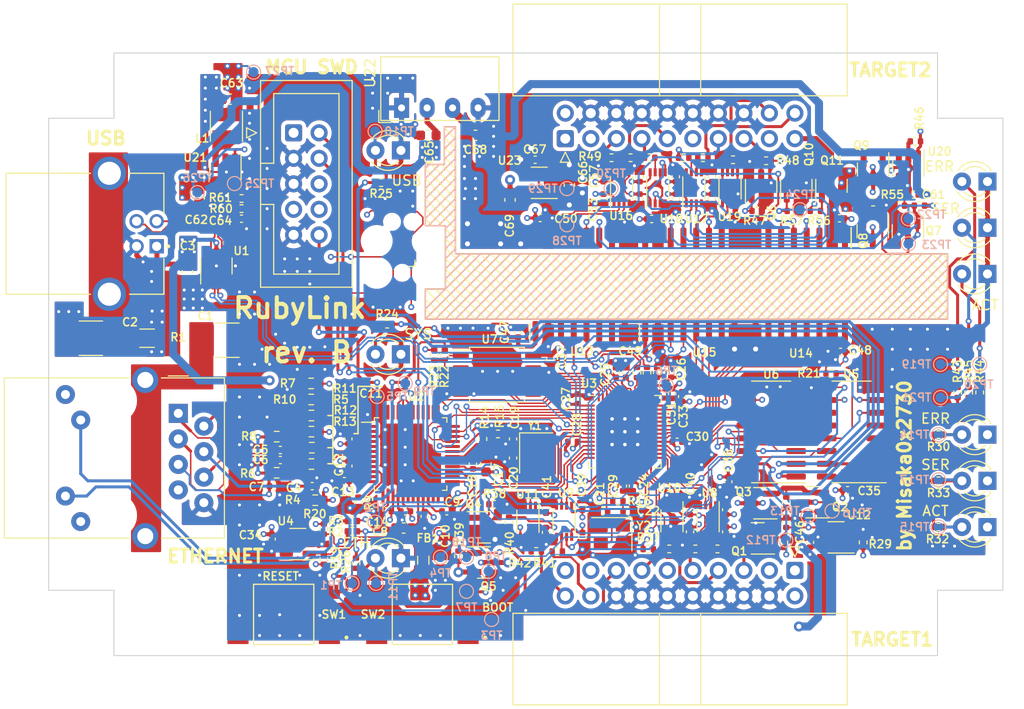
<source format=kicad_pcb>
(kicad_pcb (version 20211014) (generator pcbnew)
  (layers (0 "F.Cu" signal) (1 "In1.Cu" power) (2 "In2.Cu" mixed) (31 "B.Cu" signal) (34 "B.Paste" user) (35 "F.Paste" user) (36 "B.SilkS" user "B.Silkscreen") (37 "F.SilkS" user "F.Silkscreen") (38 "B.Mask" user) (39 "F.Mask" user) (44 "Edge.Cuts" user))
  (net 0 "")
  (net 1 "GND")
  (net 2 "Net-(C1-Pad2)")
  (net 3 "Net-(C2-Pad2)")
  (net 4 "+5V")
  (net 5 "Net-(C4-Pad2)")
  (net 6 "/Input interfaces/ETH_RX_N")
  (net 7 "Net-(C5-Pad2)")
  (net 8 "/Input interfaces/ETH_RX_P")
  (net 9 "Net-(C6-Pad2)")
  (net 10 "Net-(C7-Pad1)")
  (net 11 "Net-(C8-Pad1)")
  (net 12 "Net-(C9-Pad1)")
  (net 13 "+3V3")
  (net 14 "Net-(C19-Pad1)")
  (net 15 "Net-(C20-Pad1)")
  (net 16 "Net-(C21-Pad1)")
  (net 17 "Net-(C22-Pad1)")
  (net 18 "+1V1")
  (net 19 "/Target1/TARGET1_BUF_VREF")
  (net 20 "GNDD")
  (net 21 "+5VP")
  (net 22 "/Target2_Iso/TARGET2_BUF_VREF")
  (net 23 "+3.3VP")
  (net 24 "Net-(D1-Pad2)")
  (net 25 "/MCU/TARGET1_LED_ERR")
  (net 26 "Net-(D2-Pad2)")
  (net 27 "/MCU/TARGET1_LED_ACT")
  (net 28 "Net-(D3-Pad2)")
  (net 29 "/MCU/TARGET1_LED_SER")
  (net 30 "/MCU/TARGET2_LED_ERR")
  (net 31 "/MCU/TARGET2_LED_ACT")
  (net 32 "/MCU/TARGET2_LED_SER")
  (net 33 "/Input interfaces/USB_L_DP")
  (net 35 "/Input interfaces/USB_L_DN")
  (net 37 "/Input interfaces/ETH_TX_P")
  (net 38 "/Input interfaces/ETH_TX_N")
  (net 40 "Net-(J2-PadL2)")
  (net 41 "Net-(J2-PadL3)")
  (net 43 "/MCU/MCU_SWDIO")
  (net 44 "/MCU/MCU_SWCLK")
  (net 47 "/MCU/MCU_RST")
  (net 49 "Net-(J6-Pad5)")
  (net 50 "Net-(J6-Pad7)")
  (net 51 "Net-(J6-Pad9)")
  (net 53 "Net-(J6-Pad13)")
  (net 54 "/Target1/TARGET1_BUF_~{RST}")
  (net 56 "/Target1/TARGET1_PWR")
  (net 57 "Net-(J6-Pad18)")
  (net 58 "Net-(J6-Pad20)")
  (net 59 "Net-(R9-Pad1)")
  (net 61 "Net-(J5-Pad5)")
  (net 62 "Net-(J5-Pad7)")
  (net 63 "Net-(J5-Pad9)")
  (net 65 "Net-(J5-Pad13)")
  (net 66 "/Target2_Iso/TARGET2_BUF_RST")
  (net 68 "/Target2_Iso/TARGET2_PWR")
  (net 70 "Net-(J5-Pad18)")
  (net 71 "Net-(J5-Pad20)")
  (net 72 "Net-(L1-Pad1)")
  (net 73 "/MCU/TARGET1_RST")
  (net 74 "Net-(C64-Pad2)")
  (net 75 "/Target2_Iso/TARGET2_ISO_RST")
  (net 76 "/Target2_Iso/TARGET2_ISO_PWR_EN")
  (net 77 "Net-(C67-Pad1)")
  (net 78 "/Input interfaces/ETH_LINKLED")
  (net 79 "/Input interfaces/ETH_ACTLED")
  (net 80 "Net-(R11-Pad1)")
  (net 81 "Net-(R12-Pad1)")
  (net 82 "Net-(R13-Pad1)")
  (net 83 "Net-(R10-Pad1)")
  (net 84 "Net-(R14-Pad2)")
  (net 85 "Net-(R16-Pad2)")
  (net 86 "Net-(R17-Pad1)")
  (net 87 "Net-(R18-Pad1)")
  (net 88 "/Input interfaces/USB_DP")
  (net 89 "Net-(R22-Pad1)")
  (net 90 "/Input interfaces/USB_DN")
  (net 91 "/MCU/QSPI_SS")
  (net 92 "/Target1/TARGET1_BUF_TX")
  (net 93 "/Target1/TARGET1_BUF_RX")
  (net 94 "/Target2_Iso/TARGET2_BUF_TX")
  (net 95 "/Target2_Iso/TARGET2_BUF_RX")
  (net 96 "/Target1/TARGET1_BUF_TDO")
  (net 97 "/Target1/TARGET1_BUF_TCK")
  (net 98 "/Target1/TARGET1_BUF_TMS")
  (net 99 "/Target1/TARGET1_BUF_TDI")
  (net 100 "/Target2_Iso/TARGET2_BUF_TDO")
  (net 101 "/Target2_Iso/TARGET2_BUF_TCK")
  (net 102 "/Target2_Iso/TARGET2_BUF_TMS")
  (net 103 "/Target2_Iso/TARGET2_BUF_TDI")
  (net 111 "/Input interfaces/ETH_~{SS}")
  (net 112 "/Input interfaces/ETH_SCLK")
  (net 113 "/Input interfaces/ETH_MISO")
  (net 114 "/Input interfaces/ETH_MOSI")
  (net 115 "/Input interfaces/ETH_~{INT}")
  (net 116 "/Input interfaces/ETH_~{RST}")
  (net 124 "/MCU/TARGET1_TDO")
  (net 125 "/MCU/TARGET1_TMS")
  (net 126 "/MCU/TARGET1_TDI")
  (net 127 "/MCU/TARGET1_TCK")
  (net 128 "/MCU/TARGET1_TMS_DIR")
  (net 129 "/MCU/TARGET1_TX")
  (net 130 "/MCU/TARGET1_RX")
  (net 131 "/MCU/TARGET2_PWR_EN")
  (net 132 "/MCU/TARGET2_TX")
  (net 133 "/MCU/TARGET2_RX")
  (net 134 "/MCU/TARGET2_TDO")
  (net 135 "/MCU/TARGET2_TMS_OUT")
  (net 136 "/MCU/TARGET2_TMS_IN")
  (net 137 "/MCU/TARGET2_TDI")
  (net 138 "/MCU/TARGET2_TCK")
  (net 139 "/MCU/TARGET2_TMS_DIR")
  (net 140 "/MCU/TARGET2_TMS_OUT_EN")
  (net 141 "/MCU/TARGET2_RST")
  (net 142 "/MCU/TARGET_LED_IN")
  (net 143 "/MCU/TARGET_LED_CLK")
  (net 144 "/MCU/TARGET_LED_LATCH")
  (net 145 "/MCU/TARGET_LED_OE")
  (net 146 "/MCU/QSPI_D3")
  (net 147 "/MCU/QSPI_SCLK")
  (net 148 "/MCU/QSPI_D0")
  (net 149 "/MCU/QSPI_D2")
  (net 150 "/MCU/QSPI_D1")
  (net 151 "/MCU/I2C_SCL")
  (net 152 "/MCU/I2C_SDA")
  (net 154 "/MCU/LED_SYS")
  (net 155 "/MCU/LED_USB")
  (net 156 "/MCU/LED_ETH")
  (net 157 "/Target2_Iso/TARGET2_ISO_TMS_OUT_EN")
  (net 158 "/Target2_Iso/TARGET2_ISO_TCK")
  (net 159 "/Target2_Iso/TARGET2_ISO_TDI")
  (net 160 "/Target2_Iso/TARGET2_ISO_TDO")
  (net 161 "/Target2_Iso/TARGET2_ISO_TX")
  (net 162 "/Target2_Iso/TARGET2_ISO_TMS")
  (net 163 "Net-(D4-Pad2)")
  (net 164 "/Target2_Iso/TARGET2_ISO_TMS_DIR")
  (net 165 "/Target2_Iso/TARGET2_ISO_RX")
  (net 166 "Net-(D5-Pad2)")
  (net 167 "Net-(C10-Pad2)")
  (net 168 "/Target1/TARGET1_VREF_PWR_GATE")
  (net 169 "Net-(Q1-Pad3)")
  (net 170 "Net-(Q2-Pad2)")
  (net 171 "/Target2_Iso/TARGET2_VREF_PWR_GATE")
  (net 172 "Net-(Q7-Pad3)")
  (net 173 "Net-(Q8-Pad2)")
  (net 174 "Net-(Q10-Pad3)")
  (net 175 "/MCU/TARGET1_VREF_PWR_EN")
  (net 176 "/Target2_Iso/TARGET2_ISO_VREF_PWR_EN")
  (net 180 "/MCU/SHIFT1_OUT_NEXT")
  (net 181 "/MCU/TARGET2_VREF_PWR_EN")
  (net 186 "/MCU/TARGET1_PWR_~{EN}")
  (net 187 "Net-(D6-Pad2)")
  (net 188 "Net-(D7-Pad2)")
  (net 189 "Net-(D8-Pad2)")
  (net 190 "Net-(D9-Pad2)")
  (footprint "Capacitor_SMD:C_0402_1005Metric" (layer "F.Cu") (at 107.26 62.37 180)
    (fp_text reference "C64")
    (fp_text value "6.8p")
  )
  (footprint "Capacitor_SMD:C_0402_1005Metric" (layer "F.Cu") (at 145.233133 88.98 -90)
    (fp_text reference "C29")
    (fp_text value "100n")
  )
  (footprint "Package_TO_SOT_SMD:SOT-23-5" (layer "F.Cu") (at 112.86 94.77 180)
    (fp_text reference "U4")
    (fp_text value "24AA02-OT")
  )
  (footprint "Package_TO_SOT_SMD:SOT-23" (layer "F.Cu") (at 131.4 96.6)
    (fp_text reference "Q5")
    (fp_text value "IRLML6402")
  )
  (footprint "Capacitor_SMD:C_0402_1005Metric" (layer "F.Cu") (at 143.233133 91.48 180)
    (fp_text reference "C21")
    (fp_text value "18p")
  )
  (footprint "MountingHole:MountingHole_2.7mm_M2.5" (layer "F.Cu") (at 100 51.74)
    (fp_text reference "REF1" hide)
    (fp_text value "MountingHole_2.7mm_M2.5" hide)
  )
  (footprint "Package_SO:VSSOP-8_2.3x2mm_P0.5mm" (layer "F.Cu") (at 153.72 92.4475 -90)
    (fp_text reference "U8")
    (fp_text value "74LVC2T45DC")
  )
  (footprint "Package_SO:SOIC-8_5.23x5.23mm_P1.27mm" (layer "F.Cu") (at 132.7 77.9)
    (fp_text reference "U7")
    (fp_text value "W25Q128JVS")
  )
  (footprint "Resistor_SMD:R_0402_1005Metric" (layer "F.Cu") (at 162.1 61.6)
    (fp_text reference "R57")
    (fp_text value "100k")
  )
  (footprint "Resistor_SMD:R_0402_1005Metric" (layer "F.Cu") (at 176.66 93.07)
    (fp_text reference "R32")
    (fp_text value "1.5k")
  )
  (footprint "Resistor_SMD:R_0603_1608Metric" (layer "F.Cu") (at 114.225 81.97 180)
    (fp_text reference "R11")
    (fp_text value "33 1%")
  )
  (footprint "Package_TO_SOT_SMD:SOT-23" (layer "F.Cu") (at 158.66 94.2 180)
    (fp_text reference "Q1")
    (fp_text value "IRLML2502")
  )
  (footprint "Capacitor_SMD:C_0402_1005Metric" (layer "F.Cu") (at 117.5 88.5)
    (fp_text reference "C13")
    (fp_text value "100n")
  )
  (footprint "Capacitor_SMD:C_0402_1005Metric" (layer "F.Cu") (at 163.86 94.6 90)
    (fp_text reference "C46")
    (fp_text value "100n")
  )
  (footprint "Package_TO_SOT_SMD:SOT-23" (layer "F.Cu") (at 158.9 90.7 180)
    (fp_text reference "Q3")
    (fp_text value "IRLML6402")
  )
  (footprint "MountingHole:MountingHole_2.7mm_M2.5" (layer "F.Cu") (at 171.12 100)
    (fp_text reference "REF4" hide)
    (fp_text value "MountingHole_2.7mm_M2.5" hide)
  )
  (footprint "Capacitor_SMD:C_0402_1005Metric" (layer "F.Cu") (at 154.1 60.4 90)
    (fp_text reference "C56" hide)
    (fp_text value "100n")
  )
  (footprint "Resistor_SMD:R_0402_1005Metric" (layer "F.Cu") (at 121.76 72.87 180)
    (fp_text reference "R24")
    (fp_text value "1.5k")
  )
  (footprint "Capacitor_SMD:C_0402_1005Metric" (layer "F.Cu") (at 136.5 56.5 180)
    (fp_text reference "C67")
    (fp_text value "10n")
  )
  (footprint "Resistor_SMD:R_0603_1608Metric" (layer "F.Cu") (at 114.2 78.77 180)
    (fp_text reference "R7")
    (fp_text value "49.9 1%")
  )
  (footprint "Capacitor_SMD:C_0402_1005Metric" (layer "F.Cu") (at 154.1 58.2 -90)
    (fp_text reference "C60" hide)
    (fp_text value "100n")
  )
  (footprint "Capacitor_SMD:C_0402_1005Metric" (layer "F.Cu") (at 150.5 60.4 90)
    (fp_text reference "C54" hide)
    (fp_text value "100n")
  )
  (footprint "LED_THT:LED_D3.0mm" (layer "F.Cu") (at 181.535 83.87 180)
    (fp_text reference "D4" hide)
    (fp_text value "ERR")
  )
  (footprint "Capacitor_SMD:C_0402_1005Metric" (layer "F.Cu") (at 130.3 86.8 90)
    (fp_text reference "C18")
    (fp_text value "100n")
  )
  (footprint "Capacitor_SMD:C_0402_1005Metric" (layer "F.Cu") (at 150.033133 77.68 90)
    (fp_text reference "C26")
    (fp_text value "1u")
  )
  (footprint "Resistor_SMD:R_0603_1608Metric" (layer "F.Cu") (at 114.225 83.57 180)
    (fp_text reference "R5")
    (fp_text value "49.9 1%")
  )
  (footprint "Resistor_SMD:R_0402_1005Metric" (layer "F.Cu") (at 146.633133 77.68 90)
    (fp_text reference "R17" hide)
    (fp_text value "27")
  )
  (footprint "Package_TO_SOT_SMD:SOT-23" (layer "F.Cu") (at 131.4 93.1)
    (fp_text reference "Q4")
    (fp_text value "IRLML2502")
  )
  (footprint "Capacitor_SMD:C_0402_1005Metric" (layer "F.Cu") (at 143.3 60.4 90)
    (fp_text reference "C53")
    (fp_text value "100n")
  )
  (footprint "Resistor_SMD:R_0402_1005Metric" (layer "F.Cu") (at 180.76 79.67 90)
    (fp_text reference "R44")
    (fp_text value "1.5k")
  )
  (footprint "Capacitor_SMD:C_0402_1005Metric" (layer "F.Cu") (at 137 62.3 180)
    (fp_text reference "C50")
    (fp_text value "100n")
  )
  (footprint "Capacitor_SMD:C_0402_1005Metric" (layer "F.Cu") (at 151.92 91.3475 90)
    (fp_text reference "C40")
    (fp_text value "100n")
  )
  (footprint "Connector_IDC:IDC-Header_2x10_P2.54mm_Horizontal" (layer "F.Cu") (at 139.5 54.4 90)
    (fp_text reference "J6" hide)
    (fp_text value "TARGET2")
  )
  (footprint "Resistor_SMD:R_0402_1005Metric" (layer "F.Cu") (at 172.76 61.07 180)
    (fp_text reference "R54" hide)
    (fp_text value "100k")
  )
  (footprint "Capacitor_SMD:C_0402_1005Metric" (layer "F.Cu") (at 137.58 91.2 90)
    (fp_text reference "C41")
    (fp_text value "100n")
  )
  (footprint "Capacitor_SMD:C_0402_1005Metric" (layer "F.Cu") (at 151.133133 80.08 90)
    (fp_text reference "C33")
    (fp_text value "100n")
  )
  (footprint "Package_TO_SOT_SMD:SOT-23" (layer "F.Cu") (at 166 59.1 90)
    (fp_text reference "Q11")
    (fp_text value "IRLML6402")
  )
  (footprint "Resistor_SMD:R_0402_1005Metric" (layer "F.Cu") (at 178.56 79.67 90)
    (fp_text reference "R43")
    (fp_text value "1.5k")
  )
  (footprint "LED_THT:LED_D3.0mm" (layer "F.Cu") (at 123.135 55.57 180)
    (fp_text reference "D2" hide)
    (fp_text value "USB")
  )
  (footprint "LED_THT:LED_D3.0mm" (layer "F.Cu") (at 181.535 93.07 180)
    (fp_text reference "D5" hide)
    (fp_text value "ACT")
  )
  (footprint "Capacitor_SMD:C_0402_1005Metric" (layer "F.Cu") (at 174.16 59.97 180)
    (fp_text reference "C61")
    (fp_text value "100n")
  )
  (footprint "Crystal:Crystal_SMD_3225-4Pin_3.2x2.5mm" (layer "F.Cu") (at 136.6 85.7 -90)
    (fp_text reference "Y1")
    (fp_text value "25MHz")
  )
  (footprint "Package_TO_SOT_SMD:SOT-23" (layer "F.Cu") (at 162.5 59.1 90)
    (fp_text reference "Q10")
    (fp_text value "IRLML2502")
  )
  (footprint "Resistor_SMD:R_0402_1005Metric" (layer "F.Cu") (at 154.65 95.25)
    (fp_text reference "R34" hide)
    (fp_text value "33")
  )
  (footprint "Resistor_SMD:R_0402_1005Metric" (layer "F.Cu") (at 127.5 75.95 -90)
    (fp_text reference "R22")
    (fp_text value "1k")
  )
  (footprint "Package_TO_SOT_SMD:SOT-23" (layer "F.Cu") (at 159 59.1 90)
    (fp_text reference "Q6")
    (fp_text value "IRLML2502")
  )
  (footprint "Package_TO_SOT_SMD:SOT-23-5" (layer "F.Cu") (at 105.66 57.67 -90)
    (fp_text reference "U21")
    (fp_text value "TLV62568DBV")
  )
  (footprint "LED_THT:LED_D3.0mm" (layer "F.Cu") (at 123.135 75.87 180)
    (fp_text reference "D1" hide)
    (fp_text value "SYS")
  )
  (footprint "Capacitor_SMD:C_0603_1608Metric" (layer "F.Cu") (at 131.6 86.8 90)
    (fp_text reference "C17")
    (fp_text value "10u")
  )
  (footprint "Resistor_SMD:R_0402_1005Metric" (layer "F.Cu") (at 138.7 95.5)
    (fp_text reference "R41")
    (fp_text value "33")
  )
  (footprint "Resistor_SMD:R_0402_1005Metric" (layer "F.Cu") (at 176.66 88.47)
    (fp_text reference "R33")
    (fp_text value "1.5k")
  )
  (footprint "Capacitor_SMD:C_0603_1608Metric" (layer "F.Cu") (at 103.06 60.27 90)
    (fp_text reference "C62")
    (fp_text value "4.7u")
  )
  (footprint "Capacitor_SMD:C_0402_1005Metric" (layer "F.Cu") (at 117.9 87 90)
    (fp_text reference "C12")
    (fp_text value "100n")
  )
  (footprint "Resistor_SMD:R_0402_1005Metric" (layer "F.Cu") (at 149.85 95.25 180)
    (fp_text reference "R35" hide)
    (fp_text value "33")
  )
  (footprint "Package_SO:SOIC-16_3.9x9.9mm_P1.27mm" (layer "F.Cu") (at 160 83.6 180)
    (fp_text reference "U6")
    (fp_text value "74HC595")
  )
  (footprint "Resistor_SMD:R_0402_1005Metric" (layer "F.Cu") (at 147.633133 77.68 90)
    (fp_text reference "R18" hide)
    (fp_text value "27")
  )
  (footprint "Capacitor_SMD:C_0402_1005Metric" (layer "F.Cu") (at 146.233133 88.98 90)
    (fp_text reference "C24")
    (fp_text value "100n")
  )
  (footprint "Resistor_SMD:R_0402_1005Metric" (layer "F.Cu") (at 176.66 83.87)
    (fp_text reference "R30")
    (fp_text value "1.5k")
  )
  (footprint "Capacitor_SMD:C_0402_1005Metric" (layer "F.Cu") (at 123.6 91.5)
    (fp_text reference "C15" hide)
    (fp_text value "100n")
  )
  (footprint "Converter_DCDC:Converter_DCDC_Murata_CRE1xxxxxxSC_THT" (layer "F.Cu") (at 123.1975 51.3375 90)
    (fp_text reference "U22")
    (fp_text value "CRE1S0505SC")
  )
  (footprint "Capacitor_SMD:C_0402_1005Metric" (layer "F.Cu") (at 138 76.4 -90)
    (fp_text reference "C37")
    (fp_text value "100n")
  )
  (footprint "Capacitor_SMD:C_0402_1005Metric" (layer "F.Cu") (at 155.52 93.5475 90)
    (fp_text reference "C42" hide)
    (fp_text value "100n")
  )
  (footprint "Resistor_SMD:R_0603_1608Metric" (layer "F.Cu") (at 110.76 87.67 180)
    (fp_text reference "R6")
    (fp_text value "49.9 1%")
  )
  (footprint "Capacitor_SMD:C_0402_1005Metric" (layer "F.Cu") (at 146.9 58.2 -90)
    (fp_text reference "C59" hide)
    (fp_text value "100n")
  )
  (footprint "Resistor_SMD:R_0603_1608Metric" (layer "F.Cu") (at 114.225 86.8 180)
    (fp_text reference "R13")
    (fp_text value "33 1%")
  )
  (footprint "Resistor_SMD:R_0402_1005Metric" (layer "F.Cu") (at 146 56.3)
    (fp_text reference "R51" hide)
    (fp_text value "33")
  )
  (footprint "Capacitor_SMD:C_0603_1608Metric" (layer "F.Cu") (at 123.4 93.17 180)
    (fp_text reference "C8")
    (fp_text value "4.7u")
  )
  (footprint "Capacitor_SMD:C_0402_1005Metric" (layer "F.Cu") (at 155.73 88.56 -90)
    (fp_text reference "C36")
    (fp_text value "100n")
  )
  (footprint "Resistor_SMD:R_0402_1005Metric" (layer "F.Cu") (at 144.1 56.3 180)
    (fp_text reference "R49")
    (fp_text value "33")
  )
  (footprint "Package_SO:SOIC-16W_7.5x10.3mm_P1.27mm" (layer "F.Cu") (at 140.975 68.93 90)
    (fp_text reference "U13")
    (fp_text value "ISO7340C")
  )
  (footprint "Resistor_SMD:R_0402_1005Metric" (layer "F.Cu") (at 144.733133 90.48 180)
    (fp_text reference "R16")
    (fp_text value "1k")
  )
  (footprint "LED_THT:LED_D3.0mm" (layer "F.Cu") (at 181.535 58.67 180)
    (fp_text reference "D7" hide)
    (fp_text value "ERR")
  )
  (footprint "TE_292304-2:TE_292304-2" (layer "F.Cu") (at 91.678 63.87 -90)
    (fp_text reference "J1" hide)
    (fp_text value "USB")
  )
  (footprint "Resistor_SMD:R_0402_1005Metric" (layer "F.Cu") (at 170.149511 60.719511)
    (fp_text reference "R55")
    (fp_text value "10k")
  )
  (footprint "Package_SO:VSSOP-8_2.3x2mm_P0.5mm" (layer "F.Cu") (at 150.12 92.4475 -90)
    (fp_text reference "U10")
    (fp_text value "74LVC2T45DC")
  )
  (footprint "Capacitor_SMD:C_0402_1005Metric" (layer "F.Cu") (at 141.2 90.9 90)
    (fp_text reference "C39")
    (fp_text value "100n")
  )
  (footprint "Package_TO_SOT_SMD:SOT-23-6" (layer "F.Cu") (at 104.76 67.07 90)
    (fp_text reference "U1")
    (fp_text value "USBLC6-2SC6")
  )
  (footprint "Package_TO_SOT_SMD:SOT-23" (layer "F.Cu") (at 170.109511 63.619511 -90)
    (fp_text reference "Q8")
    (fp_text value "IRLML6402")
  )
  (footprint "MountingHole:MountingHole_2.7mm_M2.5" (layer "F.Cu") (at 100 100)
    (fp_text reference "REF3" hide)
    (fp_text value "MountingHole_2.7mm_M2.5" hide)
  )
  (footprint "Capacitor_SMD:C_0402_1005Metric" (layer "F.Cu") (at 125.5 92 90)
    (fp_text reference "C16" hide)
    (fp_text value "100n")
  )
  (footprint "Capacitor_SMD:C_0402_1005Metric" (layer "F.Cu") (at 121.7 91.5)
    (fp_text reference "C14")
    (fp_text value "100n")
  )
  (footprint "Package_TO_SOT_SMD:SOT-23-5" (layer "F.Cu") (at 173.66 57.3325 -90)
    (fp_text reference "U20")
    (fp_text value "TL331")
  )
  (footprint "Resistor_SMD:R_0402_1005Metric" (layer "F.Cu") (at 128.86 95.97 -90)
    (fp_text reference "R39")
    (fp_text value "100k")
  )
  (footprint "Capacitor_SMD:C_0603_1608Metric" (layer "F.Cu") (at 127.16 96.57 90)
    (fp_text reference "C10")
    (fp_text value "10u")
  )
  (footprint "MountingHole:MountingHole_2.7mm_M2.5" (layer "F.Cu") (at 171.12 51.74)
    (fp_text reference "REF2" hide)
    (fp_text value "MountingHole_2.7mm_M2.5" hide)
  )
  (footprint "Package_TO_SOT_SMD:SOT-23-5" (layer "F.Cu") (at 166.46 94.1 180)
    (fp_text reference "U12")
    (fp_text value "TL331")
  )
  (footprint "Capacitor_SMD:C_0402_1005Metric" (layer "F.Cu") (at 110.525 89)
    (fp_text reference "C7")
    (fp_text value "10n")
  )
  (footprint "Package_SO:VSSOP-8_2.3x2mm_P0.5mm" (layer "F.Cu") (at 139.38 92.4975 -90)
    (fp_text reference "U9")
    (fp_text value "74LVC2T45DC")
  )
  (footprint "Capacitor_SMD:C_0402_1005Metric" (layer "F.Cu") (at 148.1 62.4 180)
    (fp_text reference "C51" hide)
    (fp_text value "100n")
  )
  (footprint "Resistor_SMD:R_0402_1005Metric" (layer "F.Cu") (at 147.9 56.3 180)
    (fp_text reference "R50" hide)
    (fp_text value "33")
  )
  (footprint "Resistor_SMD:R_0402_1005Metric" (layer "F.Cu") (at 169.16 94.6 -90)
    (fp_text reference "R29")
    (fp_text value "100k")
  )
  (footprint "Resistor_SMD:R_0603_1608Metric" (layer "F.Cu") (at 114.6 90.4 180)
    (fp_text reference "R4")
    (fp_text value "10 1%")
  )
  (footprint "Capacitor_SMD:C_0402_1005Metric" (layer "F.Cu") (at 148.633133 77.68 -90)
    (fp_text reference "C23" hide)
    (fp_text value "1u")
  )
  (footprint "Resistor_SMD:R_0402_1005Metric" (layer "F.Cu") (at 115.46 96.27 90)
    (fp_text reference "R19")
    (fp_text value "10k")
  )
  (footprint "RP2040_minimal:RP2040-QFN-56" (layer "F.Cu") (at 145.433133 83.58)
    (fp_text reference "U3")
    (fp_text value "RP2040")
  )
  (footprint "Connector:Tag-Connect_TC2030-IDC-FP_2x03_P1.27mm_Vertical" (layer "F.Cu") (at 123.26 65.22 90)
    (fp_text reference "J4" hide)
    (fp_text value "MCU SWD TC" hide)
  )
  (footprint "Capacitor_SMD:C_0402_1005Metric" (layer "F.Cu") (at 127.7 91.5)
    (fp_text reference "C9")
    (fp_text value "10n")
  )
  (footprint "Resistor_SMD:R_0402_1005Metric" (layer "F.Cu") (at 164.4 61.6 180)
    (fp_text reference "R56")
    (fp_text value "100k")
  )
  (footprint "Package_TO_SOT_SMD:SOT-23" (layer "F.Cu") (at 164.1 90.6 180)
    (fp_text reference "Q2")
    (fp_text value "IRLML6402")
  )
  (footprint "Resistor_SMD:R_0402_1005Metric" (layer "F.Cu") (at 118.66 96.67 -90)
    (fp_text reference "R26")
    (fp_text value "1.5k")
  )
  (footprint "Package_SO:VSSOP-8_2.3x2mm_P0.5mm" (layer "F.Cu") (at 148.7 59.3 90)
    (fp_text reference "U18")
    (fp_text value "74LVC2T45DC")
  )
  (footprint "Package_SO:VSSOP-8_2.3x2mm_P0.5mm" (layer "F.Cu") (at 152.3 59.3 90)
    (fp_text reference "U17")
    (fp_text value "74LVC2T45DC")
  )
  (footprint "Resistor_SMD:R_0603_1608Metric" (layer "F.Cu") (at 110.76 84.07 180)
    (fp_text reference "R8")
    (fp_text value "49.9 1%")
  )
  (footprint "Capacitor_SMD:C_0402_1005Metric" (layer "F.Cu") (at 147.975 75.58 180)
    (fp_text reference "C49")
    (fp_text value "100n")
  )
  (footprint "Resistor_SMD:R_0402_1005Metric" (layer "F.Cu") (at 165.96 77.77)
    (fp_text reference "R21")
    (fp_text value "10k")
  )
  (footprint "Package_SO:VSSOP-8_2.3x2mm_P0.5mm" (layer "F.Cu") (at 135.78 92.4975 -90)
    (fp_text reference "U11")
    (fp_text value "74LVC2T45DC")
  )
  (footprint "Capacitor_SMD:C_0402_1005Metric" (layer "F.Cu") (at 150.633133 84.58)
    (fp_text reference "C30")
    (fp_text value "100n")
  )
  (footprint "Capacitor_SMD:C_0402_1005Metric" (layer "F.Cu") (at 141.2 94.1 90)
    (fp_text reference "C43" hide)
    (fp_text value "100n")
  )
  (footprint "Capacitor_SMD:C_0402_1005Metric" (layer "F.Cu") (at 150.5 58.2 -90)
    (fp_text reference "C58" hide)
    (fp_text value "100n")
  )
  (footprint "Capacitor_SMD:C_0402_1005Metric" (layer "F.Cu") (at 155.52 91.3475 90)
    (fp_text reference "C38" hide)
    (fp_text value "100n")
  )
  (footprint "1571563-9:SW_1571563-9" (layer "F.Cu") (at 111.46 101.77 180)
    (fp_text reference "SW1")
    (fp_text value "RESET")
  )
  (footprint "Resistor_SMD:R_0402_1005Metric" (layer "F.Cu") (at 131.3 84.3 90)
    (fp_text reference "R14")
    (fp_text value "1M")
  )
  (footprint "Resistor_SMD:R_0402_1005Metric" (layer "F.Cu") (at 136.61 95.5 180)
    (fp_text reference "R42")
    (fp_text value "33")
  )
  (footprint "Capacitor_SMD:C_0402_1005Metric" (layer "F.Cu") (at 145.533133 77.68 90)
    (fp_text reference "C32" hide)
    (fp_text value "100n")
  )
  (footprint "Package_SO:VSSOP-8_2.3x2mm_P0.5mm" (layer "F.Cu") (at 145.1 59.3 90)
    (fp_text reference "U16")
    (fp_text value "74LVC2T45DC")
  )
  (footprint "Capacitor_SMD:C_0402_1005Metric" (layer "F.Cu") (at 144.533133 77.68 -90)
    (fp_text reference "C25")
    (fp_text value "100n")
  )
  (footprint "Capacitor_SMD:C_1812_4532Metric" (layer "F.Cu") (at 92.26 74.27)
    (fp_text reference "C2")
    (fp_text value "4.7n/2kV")
  )
  (footprint "Package_QFP:LQFP-48_7x7mm_P0.5mm" (layer "F.Cu") (at 124.1 85.8)
    (fp_text reference "U2")
    (fp_text value "W5500")
  )
  (footprint "Resistor_SMD:R_0402_1005Metric" (layer "F.Cu") (at 118.9 90.6 -90)
    (fp_text reference "R9")
    (fp_text value "12.4k 1%")
  )
  (footprint "LED_THT:LED_D3.0mm" (layer "F.Cu") (at 123.135 96.17 180)
    (fp_text reference "D3" hide)
    (fp_text value "ETH")
  )
  (footprint "Capacitor_SMD:C_0603_1608Metric" (layer "F.Cu") (at 139.9 59 90)
    (fp_text reference "C66")
    (fp_text value "10u")
  )
  (footprint "Resistor_SMD:R_0402_1005Metric" (layer "F.Cu") (at 107.26 60.36)
    (fp_text reference "R61")
    (fp_text value "100k")
  )
  (footprint "Resistor_SMD:R_0402_1005Metric" (layer "F.Cu") (at 121.16 58.77)
    (fp_text reference "R25")
    (fp_text value "1.5k")
  )
  (footprint "Resistor_SMD:R_0402_1005Metric" (layer "F.Cu") (at 174.36 54.67)
    (fp_text reference "R46")
    (fp_text value "100k")
  )
  (footprint "Resistor_SMD:R_0402_1005Metric" (layer "F.Cu") (at 159.5 56.6 180)
    (fp_text reference "R48")
    (fp_text value "10k")
  )
  (footprint "Capacitor_SMD:C_0603_1608Metric" (layer "F.Cu") (at 130.56 54.07 180)
    (fp_text reference "C68")
    (fp_text value "10u")
  )
  (footprint "Resistor_SMD:R_1206_3216Metric" (layer "F.Cu") (at 97.86 74.27)
    (fp_text reference "R1")
    (fp_text value "1M")
  )
  (footprint "Resistor_SMD:R_0402_1005Metric" (layer "F.Cu") (at 179.66 79.67 90)
    (fp_text reference "R45")
    (fp_text value "1.5k")
  )
  (footprint "Capacitor_SMD:C_0603_1608Metric" (layer "F.Cu") (at 125.86 54.07 180)
    (fp_text reference "C65")
    (fp_text value "10u")
  )
  (footprint "Resistor_SMD:R_0402_1005Metric" (layer "F.Cu") (at 115.46 93.27 -90)
    (fp_text reference "R20")
    (fp_text value "10k")
  )
  (footprint "Capacitor_SMD:C_0402_1005Metric" (layer "F.Cu") (at 166.9 75.63)
    (fp_text reference "C48")
    (fp_text value "100n")
  )
  (footprint "Resistor_SMD:R_0402_1005Metric" (layer "F.Cu") (at 118.3 92.47 180)
    (fp_text reference "R3")
    (fp_text value "330")
  )
  (footprint "Capacitor_SMD:C_0603_1608Metric" (layer "F.Cu") (at 106.11 50.47 180)
    (fp_text reference "C63")
    (fp_text value "10u")
  )
  (footprint "Capacitor_SMD:C_0402_1005Metric" (layer "F.Cu") (at 134.3 84.3 -90)
    (fp_text reference "C19")
    (fp_text value "18p")
  )
  (footprint "Inductor_SMD:L_0805_2012Metric" (layer "F.Cu") (at 125.36 96.37 90)
    (fp_text reference "FB1")
    (fp_text value "120Ohm/100MHz")
  )
  (footprint "LED_THT:LED_D3.0mm" (layer "F.Cu") (at 181.535 63.27 180)
    (fp_text reference "D9" hide)
    (fp_text value "SER")
  )
  (footprint "Resistor_SMD:R_0402_1005Metric" (layer "F.Cu") (at 126.45 75.95 -90)
    (fp_text reference "R23")
    (fp_text value "10k")
  )
  (footprint "Capacitor_SMD:C_0402_1005Metric" (layer "F.Cu") (at 114.3 89 180)
    (fp_text reference "C4")
    (fp_text value "10n")
  )
  (footprint "Package_SO:SOIC-16W_7.5x10.3mm_P1.27mm" (layer "F.Cu") (at 151.9 68.93 90)
    (fp_text reference "U15")
    (fp_text value "ISO7340C")
  )
  (footprint "Resistor_SMD:R_0402_1005Metric" (layer "F.Cu") (at 174.76 61.07 180)
    (fp_text reference "R53" hide)
    (fp_text value "10k")
  )
  (footprint "Resistor_SMD:R_0402_1005Metric" (layer "F.Cu") (at 161.5 90.6 -90)
    (fp_text reference "R31" hide)
    (fp_text value "10k")
  )
  (footprint "Resistor_SMD:R_0603_1608Metric" (layer "F.Cu") (at 114.26 85.17 180)
    (fp_text reference "R12")
    (fp_text value "33 1%")
  )
  (footprint "Resistor_SMD:R_0402_1005Metric" (layer "F.Cu") (at 151.29 56.3 180)
    (fp_text reference "R52" hide)
    (fp_text value "33")
  )
  (footprint "Resistor_SMD:R_0402_1005Metric" (layer "F.Cu") (at 132.8 83.8 180)
    (fp_text reference "R15")
    (fp_text value "0")
  )
  (footprint "Capacitor_SMD:C_0402_1005Metric" (layer "F.Cu") (at 166.8 62.33)
    (fp_text reference "C52" hide)
    (fp_text value "100n")
  )
  (footprint "Connector_IDC:IDC-Header_2x10_P2.54mm_Horizontal" (layer "F.Cu") (at 162.36 97.39 -90)
    (fp_text reference "J5" hide)
    (fp_text value "TARGET1")
  )
  (footprint "Capacitor_SMD:C_0402_1005Metric" (layer "F.Cu") (at 140.233133 84.58 180)
    (fp_text reference "C28")
    (fp_text value "100n")
  )
  (footprint "Resistor_SMD:R_0402_1005Metric" (layer "F.Cu") (at 161.26 94.6 90)
    (fp_text reference "R27" hide)
    (fp_text value "10k")
  )
  (footprint "Crystal:Crystal_SMD_3225-4Pin_3.2x2.5mm" (layer "F.Cu") (at 144.133133 93.78 180)
    (fp_text reference "Y2")
    (fp_text value "12MHz")
  )
  (footprint "Capacitor_SMD:C_0402_1005Metric" (layer "F.Cu") (at 167.6 89.4)
    (fp_text reference "C35")
    (fp_text value "100n")
  )
  (footprint "Resistor_SMD:R_0402_1005Metric" (layer "F.Cu") (at 132.4 90.8)
    (fp_text reference "R38")
    (fp_text value "10k")
  )
  (footprint "Inductor_SMD:L_Taiyo-Yuden_NR-30xx" (layer "F.Cu") (at 105.76 53.17 90)
    (fp_text reference "L1")
    (fp_text value "2.2uH")
  )
  (footprint "Capacitor_SMD:C_0402_1005Metric" (layer "F.Cu") (at 134.3 86.2 -90)
    (fp_text reference "C20")
    (fp_text value "18p")
  )
  (footprint "Resistor_SMD:R_0402_1005Metric" (layer "F.Cu") (at 153.2 56.3 180)
    (fp_text reference "R58" hide)
    (fp_text value "33")
  )
  (footprint "Package_SO:SOIC-16_3.9x9.9mm_P1.27mm" (layer "F.Cu") (at 168 83.6 180)
    (fp_text reference "U5")
    (fp_text value "74HC595")
  )
  (footprint "Connector_RJ:RJ45_Amphenol_RJMG1BD3B8K1ANR" (layer "F.Cu") (at 100.97 81.755 -90)
    (fp_text reference "J2" hide)
    (fp_text value "ETHERNET")
  )
  (footprint "Capacitor_SMD:C_0402_1005Metric" (layer "F.Cu") (at 151.92 93.5475 90)
    (fp_text reference "C44" hide)
    (fp_text value "100n")
  )
  (footprint "Connector_IDC:IDC-Header_2x05_P2.54mm_Vertical" (layer "F.Cu") (at 112.4475 53.82)
    (fp_text reference "J3" hide)
    (fp_text value "MCU SWD")
  )
  (footprint "Capacitor_SMD:C_0402_1005Metric" (layer "F.Cu") (at 110.26 94.27 -90)
    (fp_text reference "C34")
    (fp_text value "100n")
  )
  (footprint "Package_SO:SOIC-16W_7.5x10.3mm_P1.27mm" (layer "F.Cu") (at 162.9 68.93 -90)
    (fp_text reference "U14")
    (fp_text value "ISO7341C")
  )
  (footprint "Resistor_SMD:R_0402_1005Metric" (layer "F.Cu") (at 152.45 95.25 180)
    (fp_text reference "R36" hide)
    (fp_text value "33")
  )
  (footprint "Capacitor_SMD:C_0603_1608Metric" (layer "F.Cu") (at 101.86 67.67 -90)
    (fp_text reference "C3")
    (fp_text value "10u")
  )
  (footprint "Capacitor_SMD:C_0402_1005Metric" (layer "F.Cu") (at 137.58 93.5975 90)
    (fp_text reference "C45" hide)
    (fp_text value "100n")
  )
  (footprint "Resistor_SMD:R_0603_1608Metric" (layer "F.Cu") (at 114.2 80.37 180)
    (fp_text reference "R10")
    (fp_text value "33 1%")
  )
  (footprint "Capacitor_SMD:C_0402_1005Metric" (layer "F.Cu") (at 145.733133 91.48)
    (fp_text reference "C22")
    (fp_text value "18p")
  )
  (footprint "LED_THT:LED_D3.0mm" (layer "F.Cu") (at 181.535 67.87 180)
    (fp_text reference "D8" hide)
    (fp_text value "ACT")
  )
  (footprint "Capacitor_SMD:C_1812_4532Metric" (layer "F.Cu") (at 105.86 74.47 180)
    (fp_text reference "C1")
    (fp_text value "4.7n/2kV")
  )
  (footprint "Capacitor_SMD:C_0402_1005Metric" (layer "F.Cu") (at 150.133133 79.78 -90)
    (fp_text reference "C31")
    (fp_text value "100n")
  )
  (footprint "LED_THT:LED_D3.0mm" (layer "F.Cu") (at 181.535 88.47 180)
    (fp_text reference "D6" hide)
    (fp_text value "SER")
  )
  (footprint "Resistor_SMD:R_0402_1005Metric" (layer "F.Cu") (at 158.6 61.6)
    (fp_text reference "R47")
    (fp_text value "100k")
  )
  (footprint "Package_TO_SOT_SMD:SOT-23" (layer "F.Cu") (at 173.609511 63.619511 -90)
    (fp_text reference "Q7")
    (fp_text value "IRLML2502")
  )
  (footprint "Resistor_SMD:R_0402_1005Metric" (layer "F.Cu") (at 118.3 93.5)
    (fp_text reference "R2")
    (fp_text value "330")
  )
  (footprint "Capacitor_SMD:C_0603_1608Metric" (layer "F.Cu") (at 134 60.5 -90)
    (fp_text reference "C69")
    (fp_text value "10u")
  )
  (footprint "Resistor_SMD:R_0402_1005Metric" (layer "F.Cu") (at 107.26 61.37 180)
    (fp_text reference "R60")
    (fp_text value "450k")
  )
  (footprint "Capacitor_SMD:C_0402_1005Metric" (layer "F.Cu") (at 111.125 86.4)
    (fp_text reference "C6")
    (fp_text value "6.8nF")
  )
  (footprint "Capacitor_SMD:C_0402_1005Metric" (layer "F.Cu") (at 111.125 85.4)
    (fp_text reference "C5")
    (fp_text value "6.8nF")
  )
  (footprint "Capacitor_SMD:C_0402_1005Metric" (layer "F.Cu") (at 143.3 58.2 -90)
    (fp_text reference "C57")
    (fp_text value "100n")
  )
  (footprint "Resistor_SMD:R_0402_1005Metric" (layer "F.Cu") (at 133.9 92.6 -90)
    (fp_text reference "R40")
    (fp_text value "10k")
  )
  (footprint "Capacitor_SMD:C_0402_1005Metric" (layer "F.Cu") (at 134.8 73.68 -90)
    (fp_text reference "C47")
    (fp_text value "100n")
  )
  (footprint "Resistor_SMD:R_0402_1005Metric" (layer "F.Cu") (at 161.5 92.6 90)
    (fp_text reference "R28" hide)
    (fp_text value "100k")
  )
  (footprint "Capacitor_SMD:C_0402_1005Metric" (layer "F.Cu") (at 117.9 84.3 -90)
    (fp_text reference "C11")
    (fp_text value "100n")
  )
  (footprint "Capacitor_SMD:C_0402_1005Metric" (layer "F.Cu") (at 146.9 60.4 90)
    (fp_text reference "C55" hide)
    (fp_text value "100n")
  )
  (footprint "Resistor_SMD:R_0402_1005Metric" (layer "F.Cu") (at 156.2 56.5 180)
    (fp_text reference "R59" hide)
    (fp_text value "33")
  )
  (footprint "Package_TO_SOT_SMD:SOT-23-5" (layer "F.Cu") (at 136.9 58.8 180)
    (fp_text reference "U23")
    (fp_text value "LP2985-3.3")
  )
  (footprint "Package_TO_SOT_SMD:SOT-23" (layer "F.Cu") (at 170.149511 57.47 -90)
    (fp_text reference "Q9")
    (fp_text value "IRLML6402")
  )
  (footprint "1571563-9:SW_1571563-9" (layer "F.Cu") (at 125.2725 101.77 180)
    (fp_text reference "SW2")
    (fp_text value "BOOT")
  )
  (footprint "Resistor_SMD:R_0402_1005Metric" (layer "F.Cu") (at 147.76 95.27)
    (fp_text reference "R37")
    (fp_text value "33")
  )
  (footprint "Package_SO:VSSOP-8_2.3x2mm_P0.5mm" (layer "F.Cu") (at 155.9 59.3 90)
    (fp_text reference "U19")
    (fp_text value "74LVC2T45DC")
  )
  (footprint "Capacitor_SMD:C_0402_1005Metric" (layer "F.Cu") (at 140.733133 80.3 90)
    (fp_text reference "C27")
    (fp_text value "100n")
  )
  (footprint "TestPoint:TestPoint_Pad_D1.0mm" (layer "B.Cu") (at 129.66 99.47 180)
    (fp_text reference "TP7")
    (fp_text value "GND")
  )
  (footprint "TestPoint:TestPoint_Pad_D1.0mm" (layer "B.Cu") (at 120.56 92.57 180)
    (fp_text reference "TP2")
    (fp_text value "ACT_LED")
  )
  (footprint "TestPoint:TestPoint_Pad_D1.0mm" (layer "B.Cu") (at 180.76 76.87 180)
    (fp_text reference "TP20")
    (fp_text value "T2_LED_ACT")
  )
  (footprint "TestPoint:TestPoint_Pad_D1.0mm" (layer "B.Cu") (at 118.26 98.67 180)
    (fp_text reference "TP1")
    (fp_text value "LINK_LED")
  )
  (footprint "TestPoint:TestPoint_Pad_D1.0mm" (layer "B.Cu") (at 139.66 59.37 180)
    (fp_text reference "TP29")
    (fp_text value "5V_ISO")
  )
  (footprint "TestPoint:TestPoint_Pad_D1.0mm" (layer "B.Cu") (at 129.66 96.07 180)
    (fp_text reference "TP18")
    (fp_text value "TARGET1_PWR_EN")
  )
  (footprint "TestPoint:TestPoint_Pad_D1.0mm" (layer "B.Cu") (at 144.06 59.37 180)
    (fp_text reference "TP30")
    (fp_text value "3V3_ISO")
  )
  (footprint "TestPoint:TestPoint_Pad_D1.0mm" (layer "B.Cu") (at 173.66 62.37 -90)
    (fp_text reference "TP22")
    (fp_text value "TARGET2_ISO_VREF_PWR_EN")
  )
  (footprint "TestPoint:TestPoint_Pad_D1.0mm" (layer "B.Cu") (at 131.86 97.47 180)
    (fp_text reference "TP8")
    (fp_text value "BOOT")
  )
  (footprint "TestPoint:TestPoint_Pad_D1.0mm" (layer "B.Cu") (at 123.56 78.77 180)
    (fp_text reference "TP9")
    (fp_text value "LED_SYS")
  )
  (footprint "TestPoint:TestPoint_Pad_D1.0mm" (layer "B.Cu") (at 166.06 91.47 180)
    (fp_text reference "TP16")
    (fp_text value "GND")
  )
  (footprint "TestPoint:TestPoint_Pad_D1.0mm" (layer "B.Cu") (at 106.56 58.87 180)
    (fp_text reference "TP25")
    (fp_text value "GND")
  )
  (footprint "TestPoint:TestPoint_Pad_D1.0mm" (layer "B.Cu") (at 120.76 80.07 180)
    (fp_text reference "TP5")
    (fp_text value "RST")
  )
  (footprint "TestPoint:TestPoint_Pad_D1.0mm" (layer "B.Cu") (at 173.66 64.87 -90)
    (fp_text reference "TP23")
    (fp_text value "TARGET2_VREF_PWR_GATE")
  )
  (footprint "TestPoint:TestPoint_Pad_D1.0mm" (layer "B.Cu") (at 108.46 47.77 180)
    (fp_text reference "TP27")
    (fp_text value "3V3")
  )
  (footprint "TestPoint:TestPoint_Pad_D1.0mm" (layer "B.Cu") (at 163.66 91.97 180)
    (fp_text reference "TP13")
    (fp_text value "TARGET1_VREF_PWR_GATE")
  )
  (footprint "TestPoint:TestPoint_Pad_D1.0mm" (layer "B.Cu") (at 176.66 93.07 180)
    (fp_text reference "TP15")
    (fp_text value "T1_LED_ACT")
  )
  (footprint "TestPoint:TestPoint_Pad_D1.0mm" (layer "B.Cu") (at 149.56 78.97 180)
    (fp_text reference "TP6")
    (fp_text value "CORE_VCC")
  )
  (footprint "TestPoint:TestPoint_Pad_D1.0mm" (layer "B.Cu") (at 127.06 96.07 180)
    (fp_text reference "TP4")
    (fp_text value "ETH_PWR")
  )
  (footprint "TestPoint:TestPoint_Pad_D1.0mm" (layer "B.Cu") (at 176.86 76.87 180)
    (fp_text reference "TP19")
    (fp_text value "T2_LED_ERR")
  )
  (footprint "TestPoint:TestPoint_Pad_D1.0mm" (layer "B.Cu") (at 132.16 102.27 180)
    (fp_text reference "TP3")
    (fp_text value "GND")
  )
  (footprint "TestPoint:TestPoint_Pad_D1.0mm" (layer "B.Cu") (at 120.66 98.67 180)
    (fp_text reference "TP11")
    (fp_text value "LED_ETH")
  )
  (footprint "TestPoint:TestPoint_Pad_D1.0mm" (layer "B.Cu") (at 120.56 53.67 180)
    (fp_text reference "TP10")
    (fp_text value "LED_USB")
  )
  (footprint "TestPoint:TestPoint_Pad_D1.0mm" (layer "B.Cu") (at 176.66 88.37 180)
    (fp_text reference "TP17")
    (fp_text value "T1_LED_SER")
  )
  (footprint "TestPoint:TestPoint_Pad_D1.0mm" (layer "B.Cu") (at 161.46 94.37 180)
    (fp_text reference "TP12")
    (fp_text value "TARGET1_VREF_PWR_EN")
  )
  (footprint "TestPoint:TestPoint_Pad_D1.0mm" (layer "B.Cu") (at 176.66 83.87 180)
    (fp_text reference "TP14")
    (fp_text value "T1_LED_ERR")
  )
  (footprint "TestPoint:TestPoint_Pad_D1.0mm" (layer "B.Cu") (at 139.66 62.97 180)
    (fp_text reference "TP28")
    (fp_text value "GND_ISO")
  )
  (footprint "TestPoint:TestPoint_Pad_D1.0mm" (layer "B.Cu") (at 102.86 59.77 180)
    (fp_text reference "TP26")
    (fp_text value "5V")
  )
  (footprint "TestPoint:TestPoint_Pad_D1.0mm" (layer "B.Cu") (at 176.86 80.17 180)
    (fp_text reference "TP21")
    (fp_text value "T2_LED_SER")
  )
  (footprint "TestPoint:TestPoint_Pad_D1.0mm" (layer "B.Cu") (at 162.86 61.47 180)
    (fp_text reference "TP24")
    (fp_text value "TARGET2_ISO_PWR_EN")
  )
  (gr_line (start 165.06 65.87) (end 158.56 72.37) (layer "B.SilkS") (width 0.15))
  (gr_line (start 127.56 67.37) (end 129.06 65.87) (layer "B.SilkS") (width 0.15))
  (gr_line (start 125.56 71.37) (end 131.06 65.87) (layer "B.SilkS") (width 0.15))
  (gr_line (start 158.06 65.87) (end 151.56 72.37) (layer "B.SilkS") (width 0.15))
  (gr_line (start 147.06 65.87) (end 140.56 72.37) (layer "B.SilkS") (width 0.15))
  (gr_line (start 174.56 72.37) (end 177.56 69.37) (layer "B.SilkS") (width 0.15))
  (gr_line (start 177.56 65.87) (end 177.56 72.37) (layer "B.SilkS") (width 0.15))
  (gr_line (start 125.56 72.37) (end 125.56 69.37) (layer "B.SilkS") (width 0.15))
  (gr_line (start 137.06 65.87) (end 130.56 72.37) (layer "B.SilkS") (width 0.15))
  (gr_line (start 126.96 56.97) (end 125.56 58.37) (layer "B.SilkS") (width 0.15))
  (gr_line (start 155.06 65.87) (end 148.56 72.37) (layer "B.SilkS") (width 0.15))
  (gr_line (start 144.06 65.87) (end 137.56 72.37) (layer "B.SilkS") (width 0.15))
  (gr_line (start 164.06 65.87) (end 157.56 72.37) (layer "B.SilkS") (width 0.15))
  (gr_line (start 143.06 65.87) (end 136.56 72.37) (layer "B.SilkS") (width 0.15))
  (gr_line (start 164.56 72.37) (end 171.06 65.87) (layer "B.SilkS") (width 0.15))
  (gr_line (start 126.56 72.37) (end 133.06 65.87) (layer "B.SilkS") (width 0.15))
  (gr_line (start 140.06 65.87) (end 133.56 72.37) (layer "B.SilkS") (width 0.15))
  (gr_line (start 127.56 64.37) (end 128.56 63.37) (layer "B.SilkS") (width 0.15))
  (gr_line (start 166.56 72.37) (end 173.06 65.87) (layer "B.SilkS") (width 0.15))
  (gr_line (start 146.06 65.87) (end 139.56 72.37) (layer "B.SilkS") (width 0.15))
  (gr_line (start 128.56 64.37) (end 127.56 65.37) (layer "B.SilkS") (width 0.15))
  (gr_line (start 171.56 72.37) (end 177.56 66.37) (layer "B.SilkS") (width 0.15))
  (gr_line (start 127.56 63.07) (end 127.56 69.37) (layer "B.SilkS") (width 0.15))
  (gr_line (start 127.56 63.07) (end 125.56 63.07) (layer "B.SilkS") (width 0.15))
  (gr_line (start 125.56 63.07) (end 125.56 56.97) (layer "B.SilkS") (width 0.15))
  (gr_line (start 151.06 65.87) (end 144.56 72.37) (layer "B.SilkS") (width 0.15))
  (gr_line (start 160.56 72.37) (end 167.06 65.87) (layer "B.SilkS") (width 0.15))
  (gr_line (start 161.56 72.37) (end 168.06 65.87) (layer "B.SilkS") (width 0.15))
  (gr_line (start 175.56 72.37) (end 177.56 70.37) (layer "B.SilkS") (width 0.15))
  (gr_line (start 173.56 72.37) (end 177.56 68.37) (layer "B.SilkS") (width 0.15))
  (gr_line (start 132.06 65.87) (end 125.56 72.37) (layer "B.SilkS") (width 0.15))
  (gr_line (start 127.56 66.37) (end 128.56 65.37) (layer "B.SilkS") (width 0.15))
  (gr_line (start 153.06 65.87) (end 146.56 72.37) (layer "B.SilkS") (width 0.15))
  (gr_line (start 135.06 65.87) (end 128.56 72.37) (layer "B.SilkS") (width 0.15))
  (gr_line (start 160.06 65.87) (end 153.56 72.37) (layer "B.SilkS") (width 0.15))
  (gr_line (start 152.06 65.87) (end 145.56 72.37) (layer "B.SilkS") (width 0.15))
  (gr_line (start 128.56 57.37) (end 125.56 60.37) (layer "B.SilkS") (width 0.15))
  (gr_line (start 134.06 65.87) (end 127.56 72.37) (layer "B.SilkS") (width 0.15))
  (gr_line (start 177.56 72.37) (end 125.56 72.37) (layer "B.SilkS") (width 0.15))
  (gr_line (start 177.56 65.87) (end 128.56 65.87) (layer "B.SilkS") (width 0.15))
  (gr_line (start 127.46 56.97) (end 127.46 53.22) (layer "B.SilkS") (width 0.15))
  (gr_line (start 128.56 62.37) (end 127.56 63.37) (layer "B.SilkS") (width 0.15))
  (gr_line (start 159.06 65.87) (end 152.56 72.37) (layer "B.SilkS") (width 0.15))
  (gr_line (start 162.56 72.37) (end 169.06 65.87) (layer "B.SilkS") (width 0.15))
  (gr_line (start 128.56 55.37) (end 127.46 56.47) (layer "B.SilkS") (width 0.15))
  (gr_line (start 163.06 65.87) (end 156.56 72.37) (layer "B.SilkS") (width 0.15))
  (gr_line (start 156.06 65.87) (end 149.56 72.37) (layer "B.SilkS") (width 0.15))
  (gr_line (start 169.56 72.37) (end 176.06 65.87) (layer "B.SilkS") (width 0.15))
  (gr_line (start 161.06 65.87) (end 154.56 72.37) (layer "B.SilkS") (width 0.15))
  (gr_line (start 149.06 65.87) (end 142.56 72.37) (layer "B.SilkS") (width 0.15))
  (gr_line (start 162.06 65.87) (end 155.56 72.37) (layer "B.SilkS") (width 0.15))
  (gr_line (start 127.46 56.97) (end 125.56 56.97) (layer "B.SilkS") (width 0.15))
  (gr_line (start 145.06 65.87) (end 138.56 72.37) (layer "B.SilkS") (width 0.15))
  (gr_line (start 142.06 65.87) (end 135.56 72.37) (layer "B.SilkS") (width 0.15))
  (gr_line (start 130.06 65.87) (end 127.56 68.37) (layer "B.SilkS") (width 0.15))
  (gr_line (start 127.56 69.37) (end 125.56 69.37) (layer "B.SilkS") (width 0.15))
  (gr_line (start 163.56 72.37) (end 170.06 65.87) (layer "B.SilkS") (width 0.15))
  (gr_line (start 170.56 72.37) (end 177.06 65.87) (layer "B.SilkS") (width 0.15))
  (gr_line (start 138.06 65.87) (end 131.56 72.37) (layer "B.SilkS") (width 0.15))
  (gr_line (start 128.56 58.37) (end 125.56 61.37) (layer "B.SilkS") (width 0.15))
  (gr_line (start 128.56 53.22) (end 127.46 54.32) (layer "B.SilkS") (width 0.15))
  (gr_line (start 141.06 65.87) (end 134.56 72.37) (layer "B.SilkS") (width 0.15))
  (gr_line (start 176.56 72.37) (end 177.56 71.37) (layer "B.SilkS") (width 0.15))
  (gr_line (start 129.56 72.37) (end 136.06 65.87) (layer "B.SilkS") (width 0.15))
  (gr_line (start 126.86 63.07) (end 128.56 61.37) (layer "B.SilkS") (width 0.15))
  (gr_line (start 154.06 65.87) (end 147.56 72.37) (layer "B.SilkS") (width 0.15))
  (gr_line (start 148.06 65.87) (end 141.56 72.37) (layer "B.SilkS") (width 0.15))
  (gr_line (start 150.06 65.87) (end 143.56 72.37) (layer "B.SilkS") (width 0.15))
  (gr_line (start 172.56 72.37) (end 177.56 67.37) (layer "B.SilkS") (width 0.15))
  (gr_line (start 125.96 56.97) (end 125.56 57.37) (layer "B.SilkS") (width 0.15))
  (gr_line (start 128.56 59.37) (end 125.56 62.37) (layer "B.SilkS") (width 0.15))
  (gr_line (start 139.06 65.87) (end 132.56 72.37) (layer "B.SilkS") (width 0.15))
  (gr_line (start 128.56 54.32) (end 127.46 55.42) (layer "B.SilkS") (width 0.15))
  (gr_line (start 128.56 56.37) (end 125.56 59.37) (layer "B.SilkS") (width 0.15))
  (gr_line (start 165.56 72.37) (end 172.06 65.87) (layer "B.SilkS") (width 0.15))
  (gr_line (start 166.06 65.87) (end 159.56 72.37) (layer "B.SilkS") (width 0.15))
  (gr_line (start 168.51 72.37) (end 175.01 65.87) (layer "B.SilkS") (width 0.15))
  (gr_line (start 157.06 65.87) (end 150.56 72.37) (layer "B.SilkS") (width 0.15))
  (gr_line (start 128.56 60.37) (end 125.86 63.07) (layer "B.SilkS") (width 0.15))
  (gr_line (start 128.56 53.22) (end 127.46 53.22) (layer "B.SilkS") (width 0.15))
  (gr_line (start 167.56 72.37) (end 174.06 65.87) (layer "B.SilkS") (width 0.15))
  (gr_line (start 128.56 53.22) (end 128.56 65.87) (layer "B.SilkS") (width 0.15))
  (gr_line (start 162.06 65.87) (end 168.56 72.37) (layer "F.SilkS") (width 0.15))
  (gr_line (start 153.06 65.87) (end 159.56 72.37) (layer "F.SilkS") (width 0.15))
  (gr_line (start 115.86 86.77) (end 116.36 86.77) (layer "F.SilkS") (width 0.15))
  (gr_line (start 128.56 53.22) (end 127.46 53.22) (layer "F.SilkS") (width 0.15))
  (gr_line (start 149.06 65.87) (end 155.56 72.37) (layer "F.SilkS") (width 0.15))
  (gr_line (start 157.06 65.87) (end 163.56 72.37) (layer "F.SilkS") (width 0.15))
  (gr_line (start 159.06 65.87) (end 165.56 72.37) (layer "F.SilkS") (width 0.15))
  (gr_line (start 127.56 68.37) (end 131.56 72.37) (layer "F.SilkS") (width 0.15))
  (gr_line (start 167.96 65.27) (end 167.96 63.27) (layer "F.SilkS") (width 0.15))
  (gr_line (start 160.06 65.87) (end 166.56 72.37) (layer "F.SilkS") (width 0.15))
  (gr_line (start 177.56 72.37) (end 125.56 72.37) (layer "F.SilkS") (width 0.15))
  (gr_line (start 127.56 69.37) (end 130.56 72.37) (layer "F.SilkS") (width 0.15))
  (gr_line (start 128.56 62.37) (end 125.56 59.37) (layer "F.SilkS") (width 0.15))
  (gr_line (start 161.06 65.87) (end 167.56 72.37) (layer "F.SilkS") (width 0.15))
  (gr_line (start 128.56 56.37) (end 127.46 55.27) (layer "F.SilkS") (width 0.15))
  (gr_line (start 125.56 72.37) (end 125.56 69.37) (layer "F.SilkS") (width 0.15))
  (gr_line (start 146.06 65.87) (end 152.56 72.37) (layer "F.SilkS") (width 0.15))
  (gr_line (start 137.06 65.87) (end 143.56 72.37) (layer "F.SilkS") (width 0.15))
  (gr_line (start 127.46 56.97) (end 127.46 53.22) (layer "F.SilkS") (width 0.15))
  (gr_line (start 140.06 65.87) (end 146.56 72.37) (layer "F.SilkS") (width 0.15))
  (gr_line (start 156.06 65.87) (end 162.56 72.37) (layer "F.SilkS") (width 0.15))
  (gr_line (start 125.56 56.97) (end 125.56 63.07) (layer "F.SilkS") (width 0.15))
  (gr_line (start 125.56 71.37) (end 126.56 72.37) (layer "F.SilkS") (width 0.15))
  (gr_line (start 176.06 65.87) (end 177.56 67.37) (layer "F.SilkS") (width 0.15))
  (gr_line (start 147.06 65.87) (end 153.56 72.37) (layer "F.SilkS") (width 0.15))
  (gr_line (start 136.06 65.87) (end 142.56 72.37) (layer "F.SilkS") (width 0.15))
  (gr_line (start 128.56 60.37) (end 125.56 57.37) (layer "F.SilkS") (width 0.15))
  (gr_line (start 139.06 65.87) (end 145.56 72.37) (layer "F.SilkS") (width 0.15))
  (gr_line (start 125.56 62.37) (end 126.26 63.07) (layer "F.SilkS") (width 0.15))
  (gr_line (start 133.06 65.87) (end 139.56 72.37) (layer "F.SilkS") (width 0.15))
  (gr_line (start 128.56 63.37) (end 128.26 63.07) (layer "F.SilkS") (width 0.15))
  (gr_line (start 163.06 65.87) (end 169.56 72.37) (layer "F.SilkS") (width 0.15))
  (gr_line (start 143.06 65.87) (end 149.56 72.37) (layer "F.SilkS") (width 0.15))
  (gr_line (start 177.56 65.87) (end 128.56 65.87) (layer "F.SilkS") (width 0.15))
  (gr_line (start 136.56 72.37) (end 130.06 65.87) (layer "F.SilkS") (width 0.15))
  (gr_line (start 126.16 56.97) (end 128.56 59.37) (layer "F.SilkS") (width 0.15))
  (gr_line (start 128.56 65.37) (end 127.56 64.37) (layer "F.SilkS") (width 0.15))
  (gr_line (start 177.56 72.37) (end 177.56 65.87) (layer "F.SilkS") (width 0.15))
  (gr_line (start 115.86 83.07) (end 116.36 83.07) (layer "F.SilkS") (width 0.15))
  (gr_line (start 127.56 67.37) (end 132.56 72.37) (layer "F.SilkS") (width 0.15))
  (gr_line (start 154.06 65.87) (end 160.56 72.37) (layer "F.SilkS") (width 0.15))
  (gr_line (start 171.06 65.87) (end 177.56 72.37) (layer "F.SilkS") (width 0.15))
  (gr_line (start 167.06 65.87) (end 173.56 72.37) (layer "F.SilkS") (width 0.15))
  (gr_line (start 127.46 56.27) (end 128.56 57.37) (layer "F.SilkS") (width 0.15))
  (gr_line (start 116.36 86.77) (end 116.36 78.87) (layer "F.SilkS") (width 0.15))
  (gr_line (start 174.06 65.87) (end 177.56 69.37) (layer "F.SilkS") (width 0.15))
  (gr_line (start 125.56 63.07) (end 127.56 63.07) (layer "F.SilkS") (width 0.15))
  (gr_line (start 173.06 65.87) (end 177.56 70.37) (layer "F.SilkS") (width 0.15))
  (gr_line (start 128.56 55.37) (end 127.46 54.27) (layer "F.SilkS") (width 0.15))
  (gr_line (start 131.06 65.87) (end 137.56 72.37) (layer "F.SilkS") (width 0.15))
  (gr_line (start 125.56 70.37) (end 127.56 72.37) (layer "F.SilkS") (width 0.15))
  (gr_line (start 118.86 83.77) (end 118.86 79.07) (layer "F.SilkS") (width 0.15))
  (gr_line (start 142.06 65.87) (end 148.56 72.37) (layer "F.SilkS") (width 0.15))
  (gr_line (start 128.56 54.42) (end 127.46 53.32) (layer "F.SilkS") (width 0.15))
  (gr_line (start 128.56 58.37) (end 127.16 56.97) (layer "F.SilkS") (width 0.15))
  (gr_line (start 135.56 72.37) (end 129.06 65.87) (layer "F.SilkS") (width 0.15))
  (gr_line (start 128.56 64.37) (end 127.56 63.37) (layer "F.SilkS") (width 0.15))
  (gr_line (start 158.06 65.87) (end 164.56 72.37) (layer "F.SilkS") (width 0.15))
  (gr_line (start 138.06 65.87) (end 144.56 72.37) (layer "F.SilkS") (width 0.15))
  (gr_line (start 134.06 65.87) (end 140.56 72.37) (layer "F.SilkS") (width 0.15))
  (gr_line (start 141.06 65.87) (end 147.56 72.37) (layer "F.SilkS") (width 0.15))
  (gr_line (start 125.56 61.37) (end 127.26 63.07) (layer "F.SilkS") (width 0.15))
  (gr_line (start 155.06 65.87) (end 161.56 72.37) (layer "F.SilkS") (width 0.15))
  (gr_line (start 128.56 65.87) (end 128.56 53.22) (layer "F.SilkS") (width 0.15))
  (gr_line (start 128.56 72.37) (end 125.56 69.37) (layer "F.SilkS") (width 0.15))
  (gr_line (start 133.56 72.37) (end 127.56 66.37) (layer "F.SilkS") (width 0.15))
  (gr_line (start 152.06 65.87) (end 158.56 72.37) (layer "F.SilkS") (width 0.15))
  (gr_line (start 128.26 63.07) (end 125.56 60.37) (layer "F.SilkS") (width 0.15))
  (gr_line (start 128.56 61.37) (end 125.56 58.37) (layer "F.SilkS") (width 0.15))
  (gr_line (start 177.06 65.87) (end 177.56 66.37) (layer "F.SilkS") (width 0.15))
  (gr_line (start 168.06 65.87) (end 174.56 72.37) (layer "F.SilkS") (width 0.15))
  (gr_line (start 165.06 65.87) (end 171.56 72.37) (layer "F.SilkS") (width 0.15))
  (gr_line (start 151.06 65.87) (end 157.56 72.37) (layer "F.SilkS") (width 0.15))
  (gr_line (start 134.66 72.37) (end 127.56 65.27) (layer "F.SilkS") (width 0.15))
  (gr_line (start 150.06 65.87) (end 156.56 72.37) (layer "F.SilkS") (width 0.15))
  (gr_line (start 118.86 83.77) (end 118.46 83.77) (layer "F.SilkS") (width 0.15))
  (gr_line (start 166.06 65.87) (end 172.56 72.37) (layer "F.SilkS") (width 0.15))
  (gr_line (start 164.06 65.87) (end 170.56 72.37) (layer "F.SilkS") (width 0.15))
  (gr_line (start 118.86 79.07) (end 121.26 79.07) (layer "F.SilkS") (width 0.15))
  (gr_line (start 172.01 65.87) (end 177.56 71.42) (layer "F.SilkS") (width 0.15))
  (gr_line (start 148.06 65.87) (end 154.56 72.37) (layer "F.SilkS") (width 0.15))
  (gr_line (start 145.06 65.87) (end 151.56 72.37) (layer "F.SilkS") (width 0.15))
  (gr_line (start 125.56 69.37) (end 127.56 69.37) (layer "F.SilkS") (width 0.15))
  (gr_line (start 169.06 65.87) (end 175.56 72.37) (layer "F.SilkS") (width 0.15))
  (gr_line (start 175.01 65.87) (end 177.56 68.42) (layer "F.SilkS") (width 0.15))
  (gr_line (start 127.46 56.97) (end 125.56 56.97) (layer "F.SilkS") (width 0.15))
  (gr_line (start 132.06 65.87) (end 138.56 72.37) (layer "F.SilkS") (width 0.15))
  (gr_line (start 144.06 65.87) (end 150.56 72.37) (layer "F.SilkS") (width 0.15))
  (gr_line (start 115.86 85.17) (end 116.36 85.17) (layer "F.SilkS") (width 0.15))
  (gr_line (start 115.86 81.97) (end 116.36 81.97) (layer "F.SilkS") (width 0.15))
  (gr_line (start 135.06 65.87) (end 141.56 72.37) (layer "F.SilkS") (width 0.15))
  (gr_line (start 170.06 65.87) (end 176.56 72.37) (layer "F.SilkS") (width 0.15))
  (gr_line (start 129.46 72.27) (end 126.56 69.37) (layer "F.SilkS") (width 0.15))
  (gr_line (start 127.56 69.37) (end 127.56 63.07) (layer "F.SilkS") (width 0.15))
  (gr_line (start 88.06 99.37) (end 94.559999 99.37) (layer "Edge.Cuts") (width 0.1))
  (gr_line (start 94.56 45.87) (end 176.56 45.87) (layer "Edge.Cuts") (width 0.1))
  (gr_line (start 94.559999 105.87) (end 94.559999 99.37) (layer "Edge.Cuts") (width 0.1))
  (gr_line (start 176.56 105.869999) (end 176.56 99.37) (layer "Edge.Cuts") (width 0.1))
  (gr_line (start 94.56 105.87) (end 176.56 105.87) (layer "Edge.Cuts") (width 0.1))
  (gr_line (start 88.06 99.37) (end 88.06 52.37) (layer "Edge.Cuts") (width 0.1))
  (gr_line (start 176.56 45.869999) (end 176.56 52.369999) (layer "Edge.Cuts") (width 0.1))
  (gr_line (start 88.06 52.37) (end 94.56 52.37) (layer "Edge.Cuts") (width 0.1))
  (gr_line (start 183.06 99.37) (end 176.56 99.37) (layer "Edge.Cuts") (width 0.1))
  (gr_line (start 183.06 99.37) (end 183.06 52.37) (layer "Edge.Cuts") (width 0.1))
  (gr_line (start 94.56 45.870001) (end 94.56 52.37) (layer "Edge.Cuts") (width 0.1))
  (gr_line (start 183.059999 52.369999) (end 176.56 52.369999) (layer "Edge.Cuts") (width 0.1))
  (gr_text "RubyLink" (at 113.06 71.27) (layer "F.SilkS") (effects (font (size 2 2) (thickness 0.4))))
  (gr_text "rev. B" (at 113.76 75.67) (layer "F.SilkS") (effects (font (size 2 2) (thickness 0.4))))
  (gr_text "by Misaka0x2730" (at 173.26 86.97 90) (layer "F.SilkS") (effects (font (size 1.3 1.3) (thickness 0.3))))
  (segment (start 139.753133 84.901867) (end 139.753133 84.58) (width 0.3) (layer "F.Cu") (net 1))
  (segment (start 156.46 89.04) (end 155.73 89.04) (width 0.3) (layer "F.Cu") (net 1))
  (segment (start 135.53 94.67) (end 135.1 95.1) (width 0.2) (layer "F.Cu") (net 1))
  (segment (start 117.9 87.48) (end 117.12 87.48) (width 0.2) (layer "F.Cu") (net 1))
  (segment (start 149.37 90.13) (end 149.6 89.9) (width 0.2) (layer "F.Cu") (net 1))
  (segment (start 117.02 88.5) (end 116.29 88.5) (width 0.3) (layer "F.Cu") (net 1))
  (segment (start 129.1 79.805) (end 127.705 79.805) (width 0.4) (layer "F.Cu") (net 1))
  (segment (start 123.26 92.37) (end 123.12 92.23) (width 0.2) (layer "F.Cu") (net 1))
  (segment (start 137.58 94.78) (end 137.6 94.8) (width 0.2) (layer "F.Cu") (net 1))
  (segment (start 121.85 89.9625) (end 121.85 90.87) (width 0.2) (layer "F.Cu") (net 1))
  (segment (start 135.4 89.9) (end 135 89.9) (width 0.2) (layer "F.Cu") (net 1))
  (segment (start 122.85 89.9625) (end 122.85 91.23) (width 0.2) (layer "F.Cu") (net 1))
  (segment (start 124.28 63.95) (end 125.318753 62.911247) (width 0.15) (layer "F.Cu") (net 1))
  (segment (start 119.9375 84.05) (end 118.13 84.05) (width 0.2) (layer "F.Cu") (net 1))
  (segment (start 117.12 83.82) (end 117.1 83.8) (width 0.2) (layer "F.Cu") (net 1))
  (segment (start 181.535 58.67) (end 181.535 63.27) (width 0.5) (layer "F.Cu") (net 1))
  (segment (start 121.22 91.5) (end 120.4 91.5) (width 0.2) (layer "F.Cu") (net 1))
  (segment (start 118.33 87.05) (end 117.9 87.48) (width 0.2) (layer "F.Cu") (net 1))
  (segment (start 181.535 63.27) (end 181.535 67.87) (width 0.5) (layer "F.Cu") (net 1))
  (segment (start 127.705 79.805) (end 127.7 79.8) (width 0.4) (layer "F.Cu") (net 1))
  (segment (start 105.76 57.72) (end 104.11 57.72) (width 0.2) (layer "F.Cu") (net 1))
  (segment (start 105.66 56.5325) (end 105.66 57.62) (width 0.2) (layer "F.Cu") (net 1))
  (segment (start 156.2725 94.0275) (end 156.3 94) (width 0.3) (layer "F.Cu") (net 1))
  (segment (start 107.36 57.67) (end 107.31 57.72) (width 0.2) (layer "F.Cu") (net 1))
  (segment (start 141.86 95.47) (end 142.26 95.87) (width 0.3) (layer "F.Cu") (net 1))
  (segment (start 151.16 94.87) (end 151.16 94.7875) (width 0.3) (layer "F.Cu") (net 1))
  (segment (start 142.26 95.87) (end 146.26 95.87) (width 0.3) (layer "F.Cu") (net 1))
  (segment (start 139.635 85.57) (end 139.51 85.445) (width 0.3) (layer "F.Cu") (net 1))
  (segment (start 138.63 90.03) (end 138.6 90) (width 0.2) (layer "F.Cu") (net 1))
  (segment (start 149.87 90.8975) (end 149.87 90.17) (width 0.2) (layer "F.Cu") (net 1))
  (segment (start 137.96 83.27) (end 137.66 83.27) (width 0.3) (layer "F.Cu") (net 1))
  (segment (start 139.635 85.845) (end 139.635 85.57) (width 0.3) (layer "F.Cu") (net 1))
  (segment (start 132.26 72.82) (end 131.81 73.27) (width 0.2) (layer "F.Cu") (net 1))
  (segment (start 149.37 90.8975) (end 149.37 90.13) (width 0.2) (layer "F.Cu") (net 1))
  (segment (start 105.06 67.07) (end 106.66 67.07) (width 0.25) (layer "F.Cu") (net 1))
  (segment (start 144.433133 87.0175) (end 144.433133 85.13) (width 0.185) (layer "F.Cu") (net 1))
  (segment (start 139.51 85.445) (end 139.51 85.145) (width 0.3) (layer "F.Cu") (net 1))
  (segment (start 146.46 92.37) (end 146.46 92.97) (width 0.3) (layer "F.Cu") (net 1))
  (segment (start 163.955 79.155) (end 164 79.2) (width 0.3) (layer "F.Cu") (net 1))
  (segment (start 146.213133 91.48) (end 146.616421 91.48) (width 0.3) (layer "F.Cu") (net 1))
  (segment (start 149.87 93.13) (end 150 93) (width 0.2) (layer "F.Cu") (net 1))
  (segment (start 164.61 94.12) (end 164.66 94.07) (width 0.3) (layer "F.Cu") (net 1))
  (segment (start 114.78 88.19) (end 114.76 88.17) (width 0.2) (layer "F.Cu") (net 1))
  (segment (start 138.41596 84.61404) (end 138.41596 83.72596) (width 0.3) (layer "F.Cu") (net 1))
  (segment (start 144.433133 85.13) (end 144.158133 84.855) (width 0.185) (layer "F.Cu") (net 1))
  (segment (start 138.5 94.8) (end 137.6 94.8) (width 0.2) (layer "F.Cu") (net 1))
  (segment (start 146.233133 90.233133) (end 146.3 90.3) (width 0.3) (layer "F.Cu") (net 1))
  (segment (start 133.56 84.8) (end 133.52 84.78) (width 0.185) (layer "F.Cu") (net 1))
  (segment (start 116.29 88.5) (end 116.26 88.47) (width 0.3) (layer "F.Cu") (net 1))
  (segment (start 118.01 91.11) (end 118.9 91.11) (width 0.2) (layer "F.Cu") (net 1))
  (segment (start 119.9375 87.05) (end 118.33 87.05) (width 0.2) (layer "F.Cu") (net 1))
  (segment (start 96.8375 66.0475) (end 97.46 66.67) (width 0.5) (layer "F.Cu") (net 1))
  (segment (start 96.8375 65.12) (end 96.8375 66.0475) (width 0.5) (layer "F.Cu") (net 1))
  (segment (start 170.05 94.09) (end 170.06 94.1) (width 0.5) (layer "F.Cu") (net 1))
  (segment (start 104.11 57.72) (end 103.66 57.27) (width 0.2) (layer "F.Cu") (net 1))
  (segment (start 146.46 95.87) (end 146.46 94.37) (width 0.3) (layer "F.Cu") (net 1))
  (segment (start 151.16 94.7875) (end 151.92 94.0275) (width 0.3) (layer "F.Cu") (net 1))
  (segment (start 104.76 67.37) (end 105.06 67.07) (width 0.25) (layer "F.Cu") (net 1))
  (segment (start 171.945 79.155) (end 172 79.1) (width 0.3) (layer "F.Cu") (net 1))
  (segment (start 142.753133 91.48) (end 142.15 91.48) (width 0.3) (layer "F.Cu") (net 1))
  (segment (start 135.53 90.03) (end 135.4 89.9) (width 0.2) (layer "F.Cu") (net 1))
  (segment (start 105.66 57.62) (end 105.76 57.72) (width 0.2) (layer "F.Cu") (net 1))
  (segment (start 146.616421 91.48) (end 147.055921 91.9195) (width 0.3) (layer "F.Cu") (net 1))
  (segment (start 146.233133 89.46) (end 146.233133 90.233133) (width 0.3) (layer "F.Cu") (net 1))
  (segment (start 105.76 57.72) (end 107.31 57.72) (width 0.2) (layer "F.Cu") (net 1))
  (segment (start 129.55 86.55) (end 129.7 86.4) (width 0.2) (layer "F.Cu") (net 1))
  (segment (start 133.71 72.82) (end 132.26 72.82) (width 0.2) (layer "F.Cu") (net 1))
  (segment (start 142.15 91.48) (end 141.86 91.77) (width 0.3) (layer "F.Cu") (net 1))
  (segment (start 125.318753 62.911247) (end 125.318753 62.228753) (width 0.15) (layer "F.Cu") (net 1))
  (segment (start 117.12 87.48) (end 117.1 87.5) (width 0.2) (layer "F.Cu") (net 1))
  (segment (start 141.2 94.58) (end 141.2 95.3) (width 0.3) (layer "F.Cu") (net 1))
  (segment (start 123.12 92.23) (end 123.12 91.5) (width 0.2) (layer "F.Cu") (net 1))
  (segment (start 146.46 92.37) (end 146.213133 92.123133) (width 0.3) (layer "F.Cu") (net 1))
  (segment (start 129.1 79.805) (end 130.395 79.805) (width 0.4) (layer "F.Cu") (net 1))
  (segment (start 149.87 93.9975) (end 149.87 93.13) (width 0.2) (layer "F.Cu") (net 1))
  (segment (start 129.7 86.4) (end 130 86.4) (width 0.2) (layer "F.Cu") (net 1))
  (segment (start 145.233133 89.46) (end 146.233133 89.46) (width 0.3) (layer "F.Cu") (net 1))
  (segment (start 132.525 86.025) (end 132.6 86.1) (width 0.3) (layer "F.Cu") (net 1))
  (segment (start 124.35 89.9625) (end 124.35 88.48) (width 0.25) (layer "F.Cu") (net 1))
  (segment (start 104.76 68.2075) (end 104.76 67.37) (width 0.25) (layer "F.Cu") (net 1))
  (segment (start 149.87 90.17) (end 149.6 89.9) (width 0.2) (layer "F.Cu") (net 1))
  (segment (start 146.56 94.27) (end 146.56 93.07) (width 0.3) (layer "F.Cu") (net 1))
  (segment (start 137.45 84.6) (end 138.35 84.6) (width 0.3) (layer "F.Cu") (net 1))
  (segment (start 122.85 88.78) (end 123.16 88.47) (width 0.25) (layer "F.Cu") (net 1))
  (segment (start 117.9 83.82) (end 117.12 83.82) (width 0.2) (layer "F.Cu") (net 1))
  (segment (start 133.52 84.78) (end 134.3 84.78) (width 0.185) (layer "F.Cu") (net 1))
  (segment (start 114.78 89) (end 114.78 88.19) (width 0.2) (layer "F.Cu") (net 1))
  (segment (start 122.85 91.23) (end 123.12 91.5) (width 0.2) (layer "F.Cu") (net 1))
  (segment (start 103.66 57.27) (end 103.61 57.27) (width 0.2) (layer "F.Cu") (net 1))
  (segment (start 123.895 63.95) (end 124.28 63.95) (width 0.15) (layer "F.Cu") (net 1))
  (segment (start 135.53 90.9475) (end 135.53 90.03) (width 0.2) (layer "F.Cu") (net 1))
  (segment (start 138.36404 84.61404) (end 138.41596 84.61404) (width 0.3) (layer "F.Cu") (net 1))
  (segment (start 138.63 94.67) (end 138.5 94.8) (width 0.2) (layer "F.Cu") (net 1))
  (segment (start 150.473133 80.26) (end 151.133133 79.6) (width 0.3) (layer "F.Cu") (net 1))
  (segment (start 113.9975 94.77) (end 115.26 94.77) (width 0.3) (layer "F.Cu") (net 1))
  (segment (start 139.51 85.145) (end 139.753133 84.901867) (width 0.3) (layer "F.Cu") (net 1))
  (segment (start 118.13 84.05) (end 117.9 83.82) (width 0.2) (layer "F.Cu") (net 1))
  (segment (start 146.46 94.37) (end 146.56 94.27) (width 0.3) (layer "F.Cu") (net 1))
  (segment (start 169.15 94.1) (end 169.16 94.09) (width 0.5) (layer "F.Cu") (net 1))
  (segment (start 141.86 91.77) (end 141.86 95.47) (width 0.3) (layer "F.Cu") (net 1))
  (segment (start 156.5 89.1) (end 156.46 89.04) (width 0.3) (layer "F.Cu") (net 1))
  (segment (start 146.26 95.87) (end 146.46 95.87) (width 0.15) (layer "F.Cu") (net 1))
  (segment (start 138.63 94.0475) (end 138.63 94.67) (width 0.2) (layer "F.Cu") (net 1))
  (segment (start 134.3 87.71) (end 134.71548 88.12548) (width 0.3) (layer "F.Cu") (net 1))
  (segment (start 125.318753 62.228753) (end 124.76 61.67) (width 0.15) (layer "F.Cu") (net 1))
  (segment (start 146.213133 92.123133) (end 146.213133 91.48) (width 0.3) (layer "F.Cu") (net 1))
  (segment (start 138.41596 87.71404) (end 138.41596 84.61404) (width 0.3) (layer "F.Cu") (net 1))
  (segment (start 138.63 90.9475) (end 138.63 90.03) (width 0.2) (layer "F.Cu") (net 1))
  (segment (start 138.35 84.6) (end 138.36404 84.61404) (width 0.3) (layer "F.Cu") (net 1))
  (segment (start 124.76 61.67) (end 124.36 61.67) (width 0.15) (layer "F.Cu") (net 1))
  (segment (start 168.08 90.18) (end 168.1 90.2) (width 0.3) (layer "F.Cu") (net 1))
  (segment (start 156.345 75.345) (end 156.35 75.35) (width 0.5) (layer "F.Cu") (net 1))
  (segment (start 138.00452 88.12548) (end 138.41596 87.71404) (width 0.3) (layer "F.Cu") (net 1))
  (segment (start 138.41596 83.72596) (end 137.96 83.27) (width 0.3) (layer "F.Cu") (net 1))
  (segment (start 118.06 91.17) (end 118.01 91.11) (width 0.2) (layer "F.Cu") (net 1))
  (segment (start 162.19 92.09) (end 162.3 92.2) (width 0.2) (layer "F.Cu") (net 1))
  (segment (start 122.85 89.9625) (end 122.85 88.78) (width 0.25) (layer "F.Cu") (net 1))
  (segment (start 128.2625 86.55) (end 129.55 86.55) (width 0.2) (layer "F.Cu") (net 1))
  (segment (start 135.53 94.0475) (end 135.53 94.67) (width 0.2) (layer "F.Cu") (net 1))
  (segment (start 124.35 88.48) (end 124.36 88.47) (width 0.25) (layer "F.Cu") (net 1))
  (segment (start 150.133133 80.26) (end 150.473133 80.26) (width 0.3) (layer "F.Cu") (net 1))
  (segment (start 134.71548 88.12548) (end 138.00452 88.12548) (width 0.3) (layer "F.Cu") (net 1))
  (segment (start 121.85 90.87) (end 121.22 91.5) (width 0.2) (layer "F.Cu") (net 1))
  (segment (start 130.395 79.805) (end 130.4 79.8) (width 0.4) (layer "F.Cu") (net 1))
  (segment (start 134.06 73.17) (end 133.71 72.82) (width 0.2) (layer "F.Cu") (net 1))
  (segment (start 146.46 92.97) (end 146.56 93.07) (width 0.3) (layer "F.Cu") (net 1))
  (via (at 114.76 88.17) (size 0.6) (drill 0.3) (layers "F.Cu" "B.Cu") (net 1))
  (via (at 114.06 70.12) (size 0.6) (drill 0.3) (layers "F.Cu" "B.Cu") (net 1))
  (via (at 111.06 90.87) (size 0.6) (drill 0.3) (layers "F.Cu" "B.Cu") (net 1))
  (via (at 175.56 73.37) (size 0.6) (drill 0.3) (layers "F.Cu" "B.Cu") (net 1))
  (via (at 176.06 94.97) (size 0.6) (drill 0.3) (layers "F.Cu" "B.Cu") (net 1))
  (via (at 107.06 90.87) (size 0.6) (drill 0.3) (layers "F.Cu" "B.Cu") (net 1))
  (via (at 133.06 103.87) (size 0.6) (drill 0.3) (layers "F.Cu" "B.Cu") (net 1))
  (via (at 120.4 91.5) (size 0.6) (drill 0.3) (layers "F.Cu" "B.Cu") (net 1))
  (via (at 137.56 89.97) (size 0.6) (drill 0.3) (layers "F.Cu" "B.Cu") (net 1))
  (via (at 103.66 48.27) (size 0.6) (drill 0.3) (layers "F.Cu" "B.Cu") (net 1))
  (via (at 108.06 54.47) (size 0.6) (drill 0.3) (layers "F.Cu" "B.Cu") (net 1))
  (via (at 165.66 75.57) (size 0.6) (drill 0.3) (layers "F.Cu" "B.Cu") (net 1))
  (via (at 136.36 83.27) (size 0.6) (drill 0.3) (layers "F.Cu" "B.Cu") (net 1))
  (via (at 121.56 60.37) (size 0.6) (drill 0.3) (layers "F.Cu" "B.Cu") (net 1))
  (via (at 142.26 95.87) (size 0.6) (drill 0.3) (layers "F.Cu" "B.Cu") (net 1))
  (via (at 127.81 73.27) (size 0.6) (drill 0.3) (layers "F.Cu" "B.Cu") (net 1))
  (via (at 133.86 82.97) (size 0.6) (drill 0.3) (layers "F.Cu" "B.Cu") (net 1))
  (via (at 109.06 90.87) (size 0.6) (drill 0.3) (layers "F.Cu" "B.Cu") (net 1))
  (via (at 172.06 75.37) (size 0.6) (drill 0.3) (layers "F.Cu" "B.Cu") (net 1))
  (via (at 123.06 103.87) (size 0.6) (drill 0.3) (layers "F.Cu" "B.Cu") (net 1))
  (via (at 111.06 103.87) (size 0.6) (drill 0.3) (layers "F.Cu" "B.Cu") (net 1))
  (via (at 134.3 87.71) (size 0.6) (drill 0.3) (layers "F.Cu" "B.Cu") (net 1))
  (via (at 116.26 88.47) (size 0.6) (drill 0.3) (layers "F.Cu" "B.Cu") (net 1))
  (via (at 131.26 77.57) (size 0.6) (drill 0.3) (layers "F.Cu" "B.Cu") (net 1))
  (via (at 107.81 59.37) (size 0.6) (drill 0.3) (layers "F.Cu" "B.Cu") (net 1))
  (via (at 111.56 74.77) (size 0.6) (drill 0.3) (layers "F.Cu" "B.Cu") (net 1))
  (via (at 108.06 58.37) (size 0.6) (drill 0.3) (layers "F.Cu" "B.Cu") (net 1))
  (via (at 150 76.5) (size 0.6) (drill 0.3) (layers "F.Cu" "B.Cu") (net 1))
  (via (at 104.16 61.07) (size 0.6) (drill 0.3) (layers "F.Cu" "B.Cu") (net 1))
  (via (at 109.81 57.37) (size 0.6) (drill 0.3) (layers "F.Cu" "B.Cu") (net 1))
  (via (at 130.4 79.8) (size 0.6) (drill 0.3) (layers "F.Cu" "B.Cu") (net 1))
  (via (at 125.06 103.87) (size 0.6) (drill 0.3) (layers "F.Cu" "B.Cu") (net 1))
  (via (at 155.56 90.1) (size 0.6) (drill 0.3) (layers "F.Cu" "B.Cu") (net 1))
  (via (at 146.4 74.7) (size 0.6) (drill 0.3) (layers "F.Cu" "B.Cu") (net 1))
  (via (at 123.06 71.17) (size 0.6) (drill 0.3) (layers "F.Cu" "B.Cu") (net 1))
  (via (at 103.66 51.57) (size 0.6) (drill 0.3) (layers "F.Cu" "B.Cu") (net 1))
  (via (at 109.31 75.37) (size 0.6) (drill 0.3) (layers "F.Cu" "B.Cu") (net 1))
  (via (at 127.06 103.87) (size 0.6) (drill 0.3) (layers "F.Cu" "B.Cu") (net 1))
  (via (at 177.56 75.37) (size 0.6) (drill 0.3) (layers "F.Cu" "B.Cu") (net 1))
  (via (at 142 90.4) (size 0.6) (drill 0.3) (layers "F.Cu" "B.Cu") (net 1))
  (via (at 132.06 100.37) (size 0.6) (drill 0.3) (layers "F.Cu" "B.Cu") (net 1))
  (via (at 99.36 72.67) (size 0.6) (drill 0.3) (layers "F.Cu" "B.Cu") (net 1))
  (via (at 101.56 70.37) (size 0.6) (drill 0.3) (layers "F.Cu" "B.Cu") (net 1))
  (via (at 117.1 87.5) (size 0.6) (drill 0.3) (layers "F.Cu" "B.Cu") (net 1))
  (via (at 107.06 97.87) (size 0.6) (drill 0.3) (layers "F.Cu" "B.Cu") (net 1))
  (via (at 168.56 77.37) (size 0.6) (drill 0.3) (layers "F.Cu" "B.Cu") (net 1))
  (via (at 139.635 85.845) (size 0.6) (drill 0.3) (layers "F.Cu" "B.Cu") (net 1))
  (via (at 145.5 76.5) (size 0.6) (drill 0.3) (layers "F.Cu" "B.Cu") (net 1))
  (via (at 172.06 73.37) (size 0.6) (drill 0.3) (layers "F.Cu" "B.Cu") (net 1))
  (via (at 105.76 57.72) (size 0.6) (drill 0.3) (layers "F.Cu" "B.Cu") (net 1))
  (via (at 113.06 97.87) (size 0.6) (drill 0.3) (layers "F.Cu" "B.Cu") (net 1))
  (via (at 111.06 89.87) (size 0.6) (drill 0.3) (layers "F.Cu" "B.Cu") (net 1))
  (via (at 170.06 94.1) (size 0.6) (drill 0.3) (layers "F.Cu" "B.Cu") (net 1))
  (via (at 119.06 99.87) (size 0.6) (drill 0.3) (layers "F.Cu" "B.Cu") (net 1))
  (via (at 164.81 76.62) (size 0.6) (drill 0.3) (layers "F.Cu" "B.Cu") (net 1))
  (via (at 120.31 49.87) (size 0.6) (drill 0.3) (layers "F.Cu" "B.Cu") (net 1))
  (via (at 108.06 49.37) (size 0.6) (drill 0.3) (layers "F.Cu" "B.Cu") (net 1))
  (via (at 164.66 94.07) (size 0.6) (drill 0.3) (layers "F.Cu" "B.Cu") (net 1))
  (via (at 149.2 75.6) (size 0.6) (drill 0.3) (layers "F.Cu" "B.Cu") (net 1))
  (via (at 164 79.2) (size 0.6) (drill 0.3) (layers "F.Cu" "B.Cu") (net 1))
  (via (at 168.1 90.2) (size 0.6) (drill 0.3) (layers "F.Cu" "B.Cu") (net 1))
  (via (at 120.31 51.37) (size 0.6) (drill 0.3) (layers "F.Cu" "B.Cu") (net 1))
  (via (at 135.56 101.37) (size 0.6) (drill 0.3) (layers "F.Cu" "B.Cu") (net 1))
  (via (at 137.66 83.27) (size 0.6) (drill 0.3) (layers "F.Cu" "B.Cu") (net 1))
  (via (at 111.06 101.8) (size 0.6) (drill 0.3) (layers "F.Cu" "B.Cu") (net 1))
  (via (at 175.56 75.37) (size 0.6) (drill 0.3) (layers "F.Cu" "B.Cu") (net 1))
  (via (at 119.56 60.37) (size 0.6) (drill 0.3) (layers "F.Cu" "B.Cu") (net 1))
  (via (at 154.06 85.87) (size 0.6) (drill 0.3) (layers "F.Cu" "B.Cu") (net 1))
  (via (at 169.06 90.87) (size 0.6) (drill 0.3) (layers "F.Cu" "B.Cu") (net 1))
  (via (at 173.86 73.37) (size 0.6) (drill 0.3) (layers "F.Cu" "B.Cu") (net 1))
  (via (at 119.81 81.87) (size 0.6) (drill 0.3) (layers "F.Cu" "B.Cu") (net 1))
  (via (at 130.76 82.97) (size 0.6) (drill 0.3) (layers "F.Cu" "B.Cu") (net 1))
  (via (at 147.055921 91.9195) (size 0.6) (drill 0.3) (layers "F.Cu" "B.Cu") (net 1))
  (via (at 150 93) (size 0.6) (drill 0.3) (layers "F.Cu" "B.Cu") (net 1))
  (via (at 115.56 77.37) (size 0.6) (drill 0.3) (layers "F.Cu" "B.Cu") (net 1))
  (via (at 168.86 79.17) (size 0.6) (drill 0.3) (layers "F.Cu" "B.Cu") (net 1))
  (via (at 121.56 86.87) (size 0.6) (drill 0.3) (layers "F.Cu" "B.Cu") (net 1))
  (via (at 115.56 75.12) (size 0.6) (drill 0.3) (layers "F.Cu" "B.Cu") (net 1))
  (via (at 173.86 75.37) (size 0.6) (drill 0.3) (layers "F.Cu" "B.Cu") (net 1))
  (via (at 97.46 66.67) (size 0.6) (drill 0.3) (layers "F.Cu" "B.Cu") (net 1))
  (via (at 108.56 76.87) (size 0.6) (drill 0.3) (layers "F.Cu" "B.Cu") (net 1))
  (via (at 141.2 95.3) (size 0.6) (drill 0.3) (layers "F.Cu" "B.Cu") (net 1))
  (via (at 103.36 70.37) (size 0.6) (drill 0.3) (layers "F.Cu" "B.Cu") (net 1))
  (via (at 160.9 79.1) (size 0.6) (drill 0.3) (layers "F.Cu" "B.Cu") (net 1))
  (via (at 154.9 89.1) (size 0.6) (drill 0.3) (layers "F.Cu" "B.Cu") (net 1))
  (via (at 132.6 86.1) (size 0.6) (drill 0.3) (layers "F.Cu" "B.Cu") (net 1))
  (via (at 135 89.9) (size 0.6) (drill 0.3) (layers "F.Cu" "B.Cu") (net 1))
  (via (at 104.76 67.07) (size 0.6) (drill 0.3) (layers "F.Cu" "B.Cu") (net 1))
  (via (at 102.46 71.27) (size 0.6) (drill 0.3) (layers "F.Cu" "B.Cu") (net 1))
  (via (at 107.06 82.12) (size 0.6) (drill 0.3) (layers "F.Cu" "B.Cu") (net 1))
  (via (at 98.31 72.67) (size 0.6) (drill 0.3) (layers "F.Cu" "B.Cu") (net 1))
  (via (at 108.56 69.67) (size 0.6) (drill 0.3) (layers "F.Cu" "B.Cu") (net 1))
  (via (at 105.76 60.07) (size 0.6) (drill 0.3) (layers "F.Cu" "B.Cu") (net 1))
  (via (at 107.06 71.87) (size 0.6) (drill 0.3) (layers "F.Cu" "B.Cu") (net 1))
  (via (at 124.36 88.47) (size 0.6) (drill 0.3) (layers "F.Cu" "B.Cu") (net 1))
  (via (at 123.86 53.97) (size 0.6) (drill 0.3) (layers "F.Cu" "B.Cu") (net 1))
  (via (at 98.36 71.57) (size 0.6) (drill 0.3) (layers "F.Cu" "B.Cu") (net 1))
  (via (at 135.06 83.27) (size 0.6) (drill 0.3) (layers "F.Cu" "B.Cu") (net 1))
  (via (at 146.46 95.87) (size 0.6) (drill 0.3) (layers "F.Cu" "B.Cu") (net 1))
  (via (at 115.06 101.87) (size 0.6) (drill 0.3) (layers "F.Cu" "B.Cu") (net 1))
  (via (at 121.81 48.37) (size 0.6) (drill 0.3) (layers "F.Cu" "B.Cu") (net 1))
  (via (at 112.81 75.17) (size 0.6) (drill 0.3) (layers "F.Cu" "B.Cu") (net 1))
  (via (at 108.56 71.87) (size 0.6) (drill 0.3) (layers "F.Cu" "B.Cu") (net 1))
  (via (at 123.06 48.37) (size 0.6) (drill 0.3) (layers "F.Cu" "B.Cu") (net 1))
  (via (at 159.56 79.12) (size 0.6) (drill 0.3) (layers "F.Cu" "B.Cu") (net 1))
  (via (at 148.66 76.47) (size 0.6) (drill 0.3) (layers "F.Cu" "B.Cu") (net 1))
  (via (at 109.06 97.87) (size 0.6) (drill 0.3) (layers "F.Cu" "B.Cu") (net 1))
  (via (at 112.81 66.37) (size 0.6) (drill 0.3) (layers "F.Cu" "B.Cu") (net 1))
  (via (at 123.56 83.37) (size 0.6) (drill 0.3) (layers "F.Cu" "B.Cu") (net 1))
  (via (at 133.31 99.37) (size 0.6) (drill 0.3) (layers "F.Cu" "B.Cu") (net 1))
  (via (at 107.06 92.87) (size 0.6) (drill 0.3) (layers "F.Cu" "B.Cu") (net 1))
  (via (at 123.26 92.37) (size 0.6) (drill 0.3) (layers "F.Cu" "B.Cu") (net 1))
  (via (at 134.26 77.57) (size 0.6) (drill 0.3) (layers "F.Cu" "B.Cu") (net 1))
  (via (at 156.3 94) (size 0.6) (drill 0.3) (layers "F.Cu" "B.Cu") (net 1))
  (via (at 111.81 79.37) (size 0.6) (drill 0.3) (layers "F.Cu" "B.Cu") (net 1))
  (via (at 133.56 84.8) (size 0.6) (drill 0.3) (layers "F.Cu" "B.Cu") (net 1))
  (via (at 115.26 94.77) (size 0.6) (drill 0.3) (layers "F.Cu" "B.Cu") (net 1))
  (via (at 109.81 55.37) (size 0.6) (drill 0.3) (layers "F.Cu" "B.Cu") (net 1))
  (via (at 123.56 85.12) (size 0.6) (drill 0.3) (layers "F.Cu" "B.Cu") (net 1))
  (via (at 107.31 57.72) (size 0.6) (drill 0.3) (layers "F.Cu" "B.Cu") (net 1))
  (via (at 109.81 61.37) (size 0.6) (drill 0.3) (layers "F.Cu" "B.Cu") (net 1))
  (via (at 134.56 98.12) (size 0.6) (drill 0.3) (layers "F.Cu" "B.Cu") (net 1))
  (via (at 115.06 97.87) (size 0.6) (drill 0.3) (layers "F.Cu" "B.Cu") (net 1))
  (via (at 107.06 101.87) (size 0.6) (drill 0.3) (layers "F.Cu" "B.Cu") (net 1))
  (via (at 108.26 86.87) (size 0.6) (drill 0.3) (layers "F.Cu" "B.Cu") (net 1))
  (via (at 102.46 69.47) (size 0.6) (drill 0.3) (layers "F.Cu" "B.Cu") (net 1))
  (via (at 137.86 77.67) (size 0.6) (drill 0.3) (layers "F.Cu" "B.Cu") (net 1))
  (via (at 127.7 79.8) (size 0.6) (drill 0.3) (layers "F.Cu" "B.Cu") (net 1))
  (via (at 137.6 94.8) (size 0.6) (drill 0.3) (layers "F.Cu" "B.Cu") (net 1))
  (via (at 107.76 63.37) (size 0.6) (drill 0.3) (layers "F.Cu" "B.Cu") (net 1))
  (via (at 114.06 75.17) (size 0.6) (drill 0.3) (layers "F.Cu" "B.Cu") (net 1))
  (via (at 124.31 59.62) (size 0.6) (drill 0.3) (layers "F.Cu" "B.Cu") (net 1))
  (via (at 148.96 80.17) (size 0.6) (drill 0.3) (layers "F.Cu" "B.Cu") (net 1))
  (via (at 146.56 94.27) (size 0.6) (drill 0.3) (layers "F.Cu" "B.Cu") (net 1))
  (via (at 102.46 70.37) (size 0.6) (drill 0.3) (layers "F.Cu" "B.Cu") (net 1))
  (via (at 103.66 50.47) (size 0.6) (drill 0.3) (layers "F.Cu" "B.Cu") (net 1))
  (via (at 108.26 84.87) (size 0.6) (drill 0.3) (layers "F.Cu" "B.Cu") (net 1))
  (via (at 103.36 69.47) (size 0.6) (drill 0.3) (layers "F.Cu" "B.Cu") (net 1))
  (via (at 119.06 103.87) (size 0.6) (drill 0.3) (layers "F.Cu" "B.Cu") (net 1))
  (via (at 133.06 98.12) (size 0.6) (drill 0.3) (layers "F.Cu" "B.Cu") (net 1))
  (via (at 132.76 77.57) (size 0.6) (drill 0.3) (layers "F.Cu" "B.Cu") (net 1))
  (via (at 124.56 52.97) (size 0.6) (drill 0.3) (layers "F.Cu" "B.Cu") (net 1))
  (via (at 158.46 92.67) (size 0.6) (drill 0.3) (layers "F.Cu" "B.Cu") (net 1))
  (via (at 114.06 67.62) (size 0.6) (drill 0.3) (layers "F.Cu" "B.Cu") (net 1))
  (via (at 166.4 76.4) (size 0.6) (drill 0.3) (layers "F.Cu" "B.Cu") (net 1))
  (via (at 109.81 82.12) (size 0.6) (drill 0.3) (layers "F.Cu" "B.Cu") (net 1))
  (via (at 120.31 48.37) (size 0.6) (drill 0.3) (layers "F.Cu" "B.Cu") (net 1))
  (via (at 106.66 67.07) (size 0.6) (drill 0.3) (layers "F.Cu" "B.Cu") (net 1))
  (via (at 137.8 75.1) (size 0.6) (drill 0.3) (layers "F.Cu" "B.Cu") (net 1))
  (via (at 172.06 77.37) (size 0.6) (drill 0.3) (layers "F.Cu" "B.Cu") (net 1))
  (via (at 155.56 85.37) (size 0.6) (drill 0.3) (layers "F.Cu" "B.Cu") (net 1))
  (via (at 133.46 86.57) (size 0.6) (drill 0.3) (layers "F.Cu" "B.Cu") (net 1))
  (via (at 141.86 79.87) (size 0.6) (drill 0.3) (layers "F.Cu" "B.Cu") (net 1))
  (via (at 91.06 71.62) (size 0.6) (drill 0.3) (layers "F.Cu" "B.Cu") (net 1))
  (via (at 138.6 90) (size 0.6) (drill 0.3) (layers "F.Cu" "B.Cu") (net 1))
  (via (at 124.31 48.37) (size 0.6) (drill 0.3) (layers "F.Cu" "B.Cu") (net 1))
  (via (at 156.5 89.1) (size 0.6) (drill 0.3) (layers "F.Cu" "B.Cu") (net 1))
  (via (at 110.26 95.47) (size 0.6) (drill 0.3) (layers "F.Cu" "B.Cu") (net 1))
  (via (at 152.9 89.9) (size 0.6) (drill 0.3) (layers "F.Cu" "B.Cu") (net 1))
  (via (at 121.56 85.12) (size 0.6) (drill 0.3) (layers "F.Cu" "B.Cu") (net 1))
  (via (at 121.56 83.37) (size 0.6) (drill 0.3) (layers "F.Cu" "B.Cu") (net 1))
  (via (at 104.76 48.27) (size 0.6) (drill 0.3) (layers "F.Cu" "B.Cu") (net 1))
  (via (at 109.46 94.77) (size 0.6) (drill 0.3) (layers "F.Cu" "B.Cu") (net 1))
  (via (at 146.3 90.3) (size 0.6) (drill 0.3) (layers "F.Cu" "B.Cu") (net 1))
  (via (at 103.66 52.67) (size 0.6) (drill 0.3) (layers "F.Cu" "B.Cu") (net 1))
  (via (at 163.06 94.07) (size 0.6) (drill 0.3) (layers "F.Cu" "B.Cu") (net 1))
  (via (at 151.86 90.1) (size 0.6) (drill 0.3) (layers "F.Cu" "B.Cu") (net 1))
  (via (at 109.06 103.87) (size 0.6) (drill 0.3) (layers "F.Cu" "B.Cu") (net 1))
  (via (at 151.16 94.87) (size 0.6) (drill 0.3) (layers "F.Cu" "B.Cu") (net 1))
  (via (at 112.81 77.37) (size 0.6) (drill 0.3) (layers "F.Cu" "B.Cu") (net 1))
  (via (at 101.56 71.27) (size 0.6) (drill 0.3) (layers "F.Cu" "B.Cu") (net 1))
  (via (at 103.36 71.27) (size 0.6) (drill 0.3) (layers "F.Cu" "B.Cu") (net 1))
  (via (at 118.26 71.87) (size 0.6) (drill 0.3) (layers "F.Cu" "B.Cu") (net 1))
  (via (at 139.8 79.95) (size 0.6) (drill 0.3) (layers "F.Cu" "B.Cu") (net 1))
  (via (at 109.81 59.37) (size 0.6) (drill 0.3) (layers "F.Cu" "B.Cu") (net 1))
  (via (at 103.61 57.27) (size 0.6) (drill 0.3) (layers "F.Cu" "B.Cu") (net 1))
  (via (at 121.81 49.87) (size 0.6) (drill 0.3) (layers "F.Cu" "B.Cu") (net 1))
  (via (at 118.06 91.17) (size 0.6) (drill 0.3) (layers "F.Cu" "B.Cu") (net 1))
  (via (at 105.16 62.07) (size 0.6) (drill 0.3) (layers "F.Cu" "B.Cu") (net 1))
  (via (at 124.31 61.12) (size 0.6) (drill 0.3) (layers "F.Cu" "B.Cu") (net 1))
  (via (at 111.56 66.37) (size 0.6) (drill 0.3) (layers "F.Cu" "B.Cu") (net 1))
  (via (at 152.06 87.87) (size 0.6) (drill 0.3) (layers "F.Cu" "B.Cu") (net 1))
  (via (at 99.36 71.57) (size 0.6) (drill 0.3) (layers "F.Cu" "B.Cu") (net 1))
  (via (at 98.31 75.62) (size 0.6) (drill 0.3) (layers "F.Cu" "B.Cu") (net 1))
  (via (at 125.5 93.2) (size 0.6) (drill 0.3) (layers "F.Cu" "B.Cu") (net 1))
  (via (at 129.06 73.27) (size 0.6) (drill 0.3) (layers "F.Cu" "B.Cu") (net 1))
  (via (at 126.56 98.37) (size 0.6) (drill 0.3) (layers "F.Cu" "B.Cu") (net 1))
  (via (at 146.56 93.07) (size 0.6) (drill 0.3) (layers "F.Cu" "B.Cu") (net 1))
  (via (at 151.86 84.77) (size 0.6) (drill 0.3) (layers "F.Cu" "B.Cu") (net 1))
  (via (at 105.16 61.07) (size 0.6) (drill 0.3) (layers "F.Cu" "B.Cu") (net 1))
  (via (at 178.26 94.97) (size 0.6) (drill 0.3) (layers "F.Cu" "B.Cu") (net 1))
  (via (at 156.35 75.35) (size 1) (drill 0.5) (layers "F.Cu" "B.Cu") (net 1))
  (via (at 104.76 49.37) (size 0.6) (drill 0.3) (layers "F.Cu" "B.Cu") (net 1))
  (via (at 101.56 69.47) (size 0.6) (drill 0.3) (layers "F.Cu" "B.Cu") (net 1))
  (via (at 89.06 71.62) (size 0.6) (drill 0.3) (layers "F.Cu" "B.Cu") (net 1))
  (via (at 109.06 92.87) (size 0.6) (drill 0.3) (layers "F.Cu" "B.Cu") (net 1))
  (via (at 114.06 66.37) (size 0.6) (drill 0.3) (layers "F.Cu" "B.Cu") (net 1))
  (via (at 177.16 94.97) (size 0.6) (drill 0.3) (layers "F.Cu" "B.Cu") (net 1))
  (via (at 110.66 73.87) (size 0.6) (drill 0.3) (layers "F.Cu" "B.Cu") (net 1))
  (via (at 133.7 90.8) (size 0.6) (drill 0.3) (layers "F.Cu" "B.Cu") (net 1))
  (via (at 158.45 75.35) (size 1) (drill 0.5) (layers "F.Cu" "B.Cu") (net 1))
  (via (at 170.06 73.37) (size 0.6) (drill 0.3) (layers "F.Cu" "B.Cu") (net 1))
  (via (at 151.9 79.6) (size 0.6) (drill 0.3) (layers "F.Cu" "B.Cu") (net 1))
  (via (at 109.06 80.12) (size 0.6) (drill 0.3) (layers "F.Cu" "B.Cu") (net 1))
  (via (at 132.16 82.97) (size 0.6) (drill 0.3) (layers "F.Cu" "B.Cu") (net 1))
  (via (at 123.56 86.87) (size 0.6) (drill 0.3) (layers "F.Cu" "B.Cu") (net 1))
  (via (at 117.1 83.8) (size 0.6) (drill 0.3) (layers "F.Cu" "B.Cu") (net 1))
  (via (at 98.31 67.62) (size 0.6) (drill 0.3) (layers "F.Cu" "B.Cu") (net 1))
  (via (at 107.06 86.87) (size 0.6) (drill 0.3) (layers "F.Cu" "B.Cu") (net 1))
  (via (at 111.56 67.62) (size 0.6) (drill 0.3) (layers "F.Cu" "B.Cu") (net 1))
  (via (at 169.16 93.3) (size 0.6) (drill 0.3) (layers "F.Cu" "B.Cu") (net 1))
  (via (at 127.56 98.37) (size 0.6) (drill 0.3) (layers "F.Cu" "B.Cu") (net 1))
  (via (at 123.06 59.62) (size 0.6) (drill 0.3) (layers "F.Cu" "B.Cu") (net 1))
  (via (at 108.06 51.87) (size 0.6) (drill 0.3) (layers "F.Cu" "B.Cu") (net 1))
  (via (at 107.06 84.87) (size 0.6) (drill 0.3) (layers "F.Cu" "B.Cu") (net 1))
  (via (at 128.46 92.3) (size 0.6) (drill 0.3) (layers "F.Cu" "B.Cu") (net 1))
  (via (at 112.81 67.62) (size 0.6) (drill 0.3) (layers "F.Cu" "B.Cu") (net 1))
  (via (at 109.06 101.87) (size 0.6) (drill 0.3) (layers "F.Cu" "B.Cu") (net 1))
  (via (at 107.06 76.87) (size 0.6) (drill 0.3) (layers "F.Cu" "B.Cu") (net 1))
  (via (at 114.06 68.87) (size 0.6) (drill 0.3) (layers "F.Cu" "B.Cu") (net 1))
  (via (at 123.16 52.97) (size 0.6) (drill 0.3) (layers "F.Cu" "B.Cu") (net 1))
  (via (at 120.36 71.17) (size 0.6) (drill 0.3) (layers "F.Cu" "B.Cu") (net 1))
  (via (at 113.06 103.87) (size 0.6) (drill 0.3) (layers "F.Cu" "B.Cu") (net 1))
  (via (at 107.06 80.12) (size 0.6) (drill 0.3) (layers "F.Cu" "B.Cu") (net 1))
  (via (at 123.16 88.47) (size 0.6) (drill 0.3) (layers "F.Cu" "B.Cu") (net 1))
  (via (at 98.31 68.62) (size 0.6) (drill 0.3) (layers "F.Cu" "B.Cu") (net 1))
  (via (at 108.06 52.87) (size 0.6) (drill 0.3) (layers "F.Cu" "B.Cu") (net 1))
  (via (at 144.5 76.5) (size 0.6) (drill 0.3) (layers "F.Cu" "B.Cu") (net 1))
  (via (at 162.36 92.2) (size 0.6) (drill 0.3) (layers "F.Cu" "B.Cu") (net 1))
  (via (at 107.06 69.67) (size 0.6) (drill 0.3) (layers "F.Cu" "B.Cu") (net 1))
  (via (at 99.31 75.62) (size 0.6) (drill 0.3) (layers "F.Cu" "B.Cu") (net 1))
  (via (at 134.06 73.17) (size 0.6) (drill 0.3) (layers "F.Cu" "B.Cu") (net 1))
  (via (at 108.06 56.37) (size 0.6) (drill 0.3) (layers "F.Cu" "B.Cu") (net 1))
  (via (at 153.06 86.87) (size 0.6) (drill 0.3) (layers "F.Cu" "B.Cu") (net 1))
  (via (at 103.66 49.37) (size 0.6) (drill 0.3) (layers "F.Cu" "B.Cu") (net 1))
  (via (at 132.5 94.3) (size 1) (drill 0.5) (layers "F.Cu" "B.Cu") (net 1))
  (via (at 130.31 73.27) (size 0.6) (drill 0.3) (layers "F.Cu" "B.Cu") (net 1))
  (via (at 149.6 89.9) (size 0.6) (drill 0.3) (layers "F.Cu" "B.Cu") (net 1))
  (via (at 126.56 99.37) (size 0.6) (drill 0.3) (layers "F.Cu" "B.Cu") (net 1))
  (via (at 131.81 73.27) (size 0.6) (drill 0.3) (layers "F.Cu" "B.Cu") (net 1))
  (via (at 172 79.1) (size 0.6) (drill 0.3) (layers "F.Cu" "B.Cu") (net 1))
  (via (at 90.06 71.62) (size 0.6) (drill 0.3) (layers "F.Cu" "B.Cu") (net 1))
  (via (at 110.06 76.87) (size 0.6) (drill 0.3) (layers "F.Cu" "B.Cu") (net 1))
  (via (at 135.1 95.1) (size 0.6) (drill 0.3) (layers "F.Cu" "B.Cu") (net 1))
  (via (at 177.56 73.37) (size 0.6) (drill 0.3) (layers "F.Cu" "B.Cu") (net 1))
  (via (at 109.81 63.37) (size 0.6) (drill 0.3) (layers "F.Cu" "B.Cu") (net 1))
  (segment (start 181.535 67.87) (end 181.535 72.695) (width 0.5) (layer "B.Cu") (net 1))
  (segment (start 181.535 72.695) (end 180.86 73.37) (width 0.5) (layer "B.Cu") (net 1))
  (segment (start 163.07 95.08) (end 163.06 95.07) (width 0.3) (layer "F.Cu") (net 4))
  (segment (start 163.89 95.05) (end 163.86 95.08) (width 0.3) (layer "F.Cu") (net 4))
  (segment (start 104.76 65.9325) (end 104.76 64.77) (width 0.4) (layer "F.Cu") (net 4))
  (segment (start 99.185 66.895) (end 98.8375 66.5475) (width 0.5) (layer "F.Cu") (net 4))
  (segment (start 106.61 55.62) (end 106.61 56.5325) (width 0.25) (layer "F.Cu") (net 4))
  (segment (start 107.56 55.47) (end 106.76 55.47) (width 0.25) (layer "F.Cu") (net 4))
  (segment (start 98.8375 66.5475) (end 98.8375 65.12) (width 0.5) (layer "F.Cu") (net 4))
  (segment (start 163.86 95.08) (end 163.07 95.08) (width 0.3) (layer "F.Cu") (net 4))
  (segment (start 125.7375 52.7475) (end 125.7375 51.3375) (width 0.5) (layer "F.Cu") (net 4))
  (segment (start 126.635 54.07) (end 126.635 53.645) (width 0.5) (layer "F.Cu") (net 4))
  (segment (start 126.635 53.645) (end 125.7375 52.7475) (width 0.5) (layer "F.Cu") (net 4))
  (segment (start 163.86 95.08) (end 163.86 95.8) (width 0.3) (layer "F.Cu") (net 4))
  (segment (start 101.86 66.895) (end 99.185 66.895) (width 0.5) (layer "F.Cu") (net 4))
  (segment (start 106.76 55.47) (end 106.61 55.62) (width 0.25) (layer "F.Cu") (net 4))
  (segment (start 165.3225 95.05) (end 163.89 95.05) (width 0.3) (layer "F.Cu") (net 4))
  (segment (start 126.635 55.245) (end 126.66 55.27) (width 0.5) (layer "F.Cu") (net 4))
  (segment (start 126.635 54.07) (end 126.635 55.245) (width 0.5) (layer "F.Cu") (net 4))
  (via (at 101.36 60.27) (size 0.6) (drill 0.3) (layers "F.Cu" "B.Cu") (net 4))
  (via (at 101.36 59.27) (size 0.6) (drill 0.3) (layers "F.Cu" "B.Cu") (net 4))
  (via (at 101.36 64.47) (size 0.6) (drill 0.3) (layers "F.Cu" "B.Cu") (net 4))
  (via (at 163.06 95.07) (size 0.6) (drill 0.3) (layers "F.Cu" "B.Cu") (net 4))
  (via (at 103.56 58.27) (size 0.6) (drill 0.3) (layers "F.Cu" "B.Cu") (net 4))
  (via (at 107.56 55.47) (size 0.6) (drill 0.3) (layers "F.Cu" "B.Cu") (net 4))
  (via (at 101.36 65.67) (size 0.6) (drill 0.3) (layers "F.Cu" "B.Cu") (net 4))
  (via (at 110.06 78.47) (size 1) (drill 0.5) (layers "F.Cu" "B.Cu") (net 4))
  (via (at 104.76 64.77) (size 0.6) (drill 0.3) (layers "F.Cu" "B.Cu") (net 4))
  (via (at 101.36 58.27) (size 0.6) (drill 0.3) (layers "F.Cu" "B.Cu") (net 4))
  (via (at 126.66 56.27) (size 0.6) (drill 0.3) (layers "F.Cu" "B.Cu") (net 4))
  (via (at 102.46 58.27) (size 0.6) (drill 0.3) (layers "F.Cu" "B.Cu") (net 4))
  (via (at 102.56 64.47) (size 0.6) (drill 0.3) (layers "F.Cu" "B.Cu") (net 4))
  (via (at 125.26 56.27) (size 0.6) (drill 0.3) (layers "F.Cu" "B.Cu") (net 4))
  (via (at 162.76 102.97) (size 1) (drill 0.5) (layers "F.Cu" "B.Cu") (net 4))
  (via (at 126.66 55.27) (size 0.6) (drill 0.3) (layers "F.Cu" "B.Cu") (net 4))
  (via (at 125.26 55.27) (size 0.6) (drill 0.3) (layers "F.Cu" "B.Cu") (net 4))
  (via (at 102.56 65.67) (size 0.6) (drill 0.3) (layers "F.Cu" "B.Cu") (net 4))
  (via (at 163.86 95.8) (size 0.6) (drill 0.3) (layers "F.Cu" "B.Cu") (net 4))
  (segment (start 104.46 64.47) (end 104.76 64.77) (width 0.4) (layer "B.Cu") (net 4))
  (segment (start 163.76 102.97) (end 162.76 102.97) (width 0.8) (layer "B.Cu") (net 4))
  (segment (start 119.46 57.57) (end 124.294314 57.57) (width 0.8) (layer "B.Cu") (net 4))
  (segment (start 106.86 50.67) (end 108.86 50.67) (width 0.8) (layer "B.Cu") (net 4))
  (segment (start 102.46 56.27) (end 106.26 52.47) (width 0.8) (layer "B.Cu") (net 4))
  (segment (start 102.56 64.47) (end 104.46 64.47) (width 0.4) (layer "B.Cu") (net 4))
  (segment (start 118.76 56.87) (end 119.46 57.57) (width 0.8) (layer "B.Cu") (net 4))
  (segment (start 111.36 48.17) (end 117.36 48.17) (width 0.8) (layer "B.Cu") (net 4))
  (segment (start 100.46 67.47) (end 100.46 75.87) (width 0.8) (layer "B.Cu") (net 4))
  (segment (start 107.56 55.47) (end 105.76 55.47) (width 0.25) (layer "B.Cu") (net 4))
  (segment (start 100.46 75.87) (end 103.06 78.47) (width 0.8) (layer "B.Cu") (net 4))
  (segment (start 163.06 95.07) (end 163.13 95.07) (width 0.8) (layer "B.Cu") (net 4))
  (segment (start 164.66 102.07) (end 163.76 102.97) (width 0.8) (layer "B.Cu") (net 4))
  (segment (start 102.46 58.27) (end 102.46 56.27) (width 0.8) (layer "B.Cu") (net 4))
  (segment (start 103.06 78.47) (end 110.06 78.47) (width 0.8) (layer "B.Cu") (net 4))
  (segment (start 104.36 56.87) (end 104.36 58.07) (width 0.25) (layer "B.Cu") (net 4))
  (segment (start 118.76 49.57) (end 118.76 56.87) (width 0.8) (layer "B.Cu") (net 4))
  (segment (start 125.26 56.604314) (end 125.26 56.27) (width 0.8) (layer "B.Cu") (net 4))
  (segment (start 102.46 58.27) (end 102.46 59.37) (width 0.25) (layer "B.Cu") (net 4))
  (segment (start 104.16 58.27) (end 103.56 58.27) (width 0.25) (layer "B.Cu") (net 4))
  (segment (start 102.46 58.27) (end 103.56 58.27) (width 0.8) (layer "B.Cu") (net 4))
  (segment (start 124.294314 57.57) (end 125.26 56.604314) (width 0.8) (layer "B.Cu") (net 4))
  (segment (start 117.36 48.17) (end 118.76 49.57) (width 0.8) (layer "B.Cu") (net 4))
  (segment (start 101.36 65.67) (end 101.36 66.57) (width 0.8) (layer "B.Cu") (net 4))
  (segment (start 102.46 59.37) (end 102.86 59.77) (width 0.25) (layer "B.Cu") (net 4))
  (segment (start 104.36 58.07) (end 104.16 58.27) (width 0.25) (layer "B.Cu") (net 4))
  (segment (start 102.46 58.27) (end 101.36 58.27) (width 0.8) (layer "B.Cu") (net 4))
  (segment (start 106.26 52.47) (end 106.26 51.27) (width 0.8) (layer "B.Cu") (net 4))
  (segment (start 163.13 95.07) (end 163.86 95.8) (width 0.8) (layer "B.Cu") (net 4))
  (segment (start 108.86 50.67) (end 111.36 48.17) (width 0.8) (layer "B.Cu") (net 4))
  (segment (start 106.26 51.27) (end 106.86 50.67) (width 0.8) (layer "B.Cu") (net 4))
  (segment (start 105.76 55.47) (end 104.36 56.87) (width 0.25) (layer "B.Cu") (net 4))
  (segment (start 163.86 95.8) (end 164.66 96.6) (width 0.8) (layer "B.Cu") (net 4))
  (segment (start 101.36 66.57) (end 100.46 67.47) (width 0.8) (layer "B.Cu") (net 4))
  (segment (start 164.66 96.6) (end 164.66 102.07) (width 0.8) (layer "B.Cu") (net 4))
  (segment (start 112.8 89) (end 113.82 89) (width 0.3) (layer "F.Cu") (net 5))
  (segment (start 113.775 89.045) (end 113.82 89) (width 0.3) (layer "F.Cu") (net 5))
  (segment (start 113.775 90.4) (end 113.775 89.045) (width 0.3) (layer "F.Cu") (net 5))
  (via (at 112.8 89) (size 0.6) (drill 0.3) (layers "F.Cu" "B.Cu") (net 5))
  (segment (start 103.51 85.565) (end 106.945 89) (width 0.3) (layer "B.Cu") (net 5))
  (segment (start 106.945 89) (end 112.8 89) (width 0.3) (layer "B.Cu") (net 5))
  (segment (start 110.645 85.4) (end 110.295001 85.749999) (width 0.15) (layer "F.Cu") (net 6))
  (segment (start 105.850001 85.749999) (end 104.5 87.1) (width 0.15) (layer "F.Cu") (net 6))
  (segment (start 104.5 87.115) (end 104.5 87.1) (width 0.3) (layer "F.Cu") (net 6))
  (segment (start 110.295001 85.749999) (end 105.850001 85.749999) (width 0.15) (layer "F.Cu") (net 6))
  (segment (start 103.51 88.105) (end 104.5 87.115) (width 0.3) (layer "F.Cu") (net 6))
  (segment (start 111.605 84.145) (end 111.65 84.1) (width 0.2) (layer "F.Cu") (net 7))
  (segment (start 112.525 85.2) (end 112.325 85.4) (width 0.15) (layer "F.Cu") (net 7))
  (segment (start 111.605 85.4) (end 111.605 84.145) (width 0.2) (layer "F.Cu") (net 7))
  (segment (start 113.4 85.2) (end 112.525 85.2) (width 0.15) (layer "F.Cu") (net 7))
  (segment (start 112.325 85.4) (end 111.605 85.4) (width 0.15) (layer "F.Cu") (net 7))
  (segment (start 102.8 89.4) (end 102.2 88.8) (width 0.15) (layer "F.Cu") (net 8))
  (segment (start 110.645 86.4) (end 110.295001 86.050001) (width 0.15) (layer "F.Cu") (net 8))
  (segment (start 106.049999 86.050001) (end 105.5 86.6) (width 0.15) (layer "F.Cu") (net 8))
  (segment (start 104.9 89.4) (end 102.8 89.4) (width 0.15) (layer "F.Cu") (net 8))
  (segment (start 105.5 88.8) (end 104.9 89.4) (width 0.15) (layer "F.Cu") (net 8))
  (segment (start 105.5 86.6) (end 105.5 88.8) (width 0.15) (layer "F.Cu") (net 8))
  (segment (start 110.295001 86.050001) (end 106.049999 86.050001) (width 0.15) (layer "F.Cu") (net 8))
  (segment (start 102.2 88.8) (end 102.2 85.525) (width 0.15) (layer "F.Cu") (net 8))
  (segment (start 102.2 85.525) (end 100.97 84.295) (width 0.3) (layer "F.Cu") (net 8))
  (segment (start 112.225 86.4) (end 112.625 86.8) (width 0.15) (layer "F.Cu") (net 9))
  (segment (start 112.625 86.8) (end 113.4 86.8) (width 0.15) (layer "F.Cu") (net 9))
  (segment (start 111.605 86.4) (end 112.225 86.4) (width 0.15) (layer "F.Cu") (net 9))
  (segment (start 111.605 86.4) (end 111.605 87.655) (width 0.2) (layer "F.Cu") (net 9))
  (segment (start 110.045 89.755) (end 110 89.8) (width 0.3) (layer "F.Cu") (net 10))
  (segment (start 110 87.7) (end 108.9 87.7) (width 0.3) (layer "F.Cu") (net 10))
  (segment (start 110.045 89) (end 110.045 89.755) (width 0.3) (layer "F.Cu") (net 10))
  (segment (start 110 84.1) (end 108.9 84.1) (width 0.3) (layer "F.Cu") (net 10))
  (segment (start 110 87.7) (end 110 88.955) (width 0.3) (layer "F.Cu") (net 10))
  (segment (start 110 88.955) (end 110.045 89) (width 0.3) (layer "F.Cu") (net 10))
  (via (at 108.9 87.7) (size 0.6) (drill 0.3) (layers "F.Cu" "B.Cu") (net 10))
  (via (at 108.9 84.1) (size 0.6) (drill 0.3) (layers "F.Cu" "B.Cu") (net 10))
  (via (at 110 89.8) (size 0.6) (drill 0.3) (layers "F.Cu" "B.Cu") (net 10))
  (segment (start 105.1 89.4) (end 105.6 89.9) (width 0.2) (layer "B.Cu") (net 10))
  (segment (start 102.1 88.8) (end 102.7 89.4) (width 0.2) (layer "B.Cu") (net 10))
  (segment (start 102.1 87.965) (end 102.1 88.8) (width 0.2) (layer "B.Cu") (net 10))
  (segment (start 100.97 86.835) (end 102.1 87.965) (width 0.2) (layer "B.Cu") (net 10))
  (segment (start 102.7 89.4) (end 105.1 89.4) (width 0.2) (layer "B.Cu") (net 10))
  (segment (start 109.9 89.9) (end 110 89.8) (width 0.2) (layer "B.Cu") (net 10))
  (segment (start 105.6 89.9) (end 109.9 89.9) (width 0.2) (layer "B.Cu") (net 10))
  (segment (start 108.9 87.7) (end 108.9 84.1) (width 0.3) (layer "B.Cu") (net 10))
  (segment (start 124.85 89.9625) (end 124.85 92.625) (width 0.2) (layer "F.Cu") (net 11))
  (segment (start 124.85 92.625) (end 124.175 93.3) (width 0.2) (layer "F.Cu") (net 11))
  (segment (start 126.6 91.5) (end 127.22 91.5) (width 0.2) (layer "F.Cu") (net 12))
  (segment (start 125.85 89.9625) (end 125.85 90.75) (width 0.2) (layer "F.Cu") (net 12))
  (segment (start 125.85 90.75) (end 126.6 91.5) (width 0.2) (layer "F.Cu") (net 12))
  (segment (start 155.7 87.3) (end 155.73 87.37) (width 0.3) (layer "F.Cu") (net 13))
  (segment (start 138 75.92) (end 136.375 75.92) (width 0.4) (layer "F.Cu") (net 13))
  (segment (start 132.575 87.575) (end 132.6 87.6) (width 0.3) (layer "F.Cu") (net 13))
  (segment (start 131.305 87.28) (end 131.6 87.575) (width 0.3) (layer "F.Cu") (net 13))
  (segment (start 135.03 93.13) (end 135 93.1) (width 0.2) (layer "F.Cu") (net 13))
  (segment (start 168.17 75.63) (end 168.2 75.6) (width 0.3) (layer "F.Cu") (net 13))
  (segment (start 147.495 75.58) (end 147.495 76.005) (width 0.3) (layer "F.Cu") (net 13))
  (segment (start 115.46 92.76) (end 114.67 92.76) (width 0.2) (layer "F.Cu") (net 13))
  (segment (start 150.033133 78.16) (end 150.57 78.16) (width 0.3) (layer "F.Cu") (net 13))
  (segment (start 136.53 91.63) (end 136.6 91.7) (width 0.2) (layer "F.Cu") (net 13))
  (segment (start 152.97 93.43) (end 153.4 93) (width 0.15) (layer "F.Cu") (net 13))
  (segment (start 150.033133 78.18) (end 149.233133 78.98) (width 0.25) (layer "F.Cu") (net 13))
  (segment (start 150.133133 79.3) (end 150.2 79.3) (width 0.3) (layer "F.Cu") (net 13))
  (segment (start 147.833133 79.18) (end 148.333133 79.18) (width 0.15) (layer "F.Cu") (net 13))
  (segment (start 145.933133 79.28) (end 145.633133 79.28) (width 0.15) (layer "F.Cu") (net 13))
  (segment (start 129.68 87.28) (end 130.3 87.28) (width 0.2) (layer "F.Cu") (net 13))
  (segment (start 157.525 80.425) (end 159.075 80.425) (width 0.15) (layer "F.Cu") (net 13))
  (segment (start 150.153133 84.738349) (end 150.673555 85.258771) (width 0.3) (layer "F.Cu") (net 13))
  (segment (start 167.12 90.18) (end 167.1 90.2) (width 0.3) (layer "F.Cu") (net 13))
  (segment (start 139.8 80.85) (end 140.663133 80.85) (width 0.3) (layer "F.Cu") (net 13))
  (segment (start 147.455 73.58) (end 147.455 75.54) (width 0.4) (layer "F.Cu") (net 13))
  (segment (start 165.525 88.045) (end 166.845 88.045) (width 0.3) (layer "F.Cu") (net 13))
  (segment (start 152.97 93.9975) (end 152.97 93.43) (width 0.15) (layer "F.Cu") (net 13))
  (segment (start 150.87 90.8975) (end 150.87 91.57) (width 0.2) (layer "F.Cu") (net 13))
  (segment (start 138.11 75.92) (end 138.76 75.27) (width 0.5) (layer "F.Cu") (net 13))
  (segment (start 147.495 76.005) (end 147.86 76.37) (width 0.3) (layer "F.Cu") (net 13))
  (segment (start 166.64 93.15) (end 166.46 92.97) (width 0.2) (layer "F.Cu") (net 13))
  (segment (start 109.48 93.79) (end 109.46 93.77) (width 0.4) (layer "F.Cu") (net 13))
  (segment (start 138 75.92) (end 138.11 75.92) (width 0.5) (layer "F.Cu") (net 13))
  (segment (start 131.6 87.575) (end 132.575 87.575) (width 0.3) (layer "F.Cu") (net 13))
  (segment (start 163.1625 90.6) (end 164.4 90.6) (width 0.5) (layer "F.Cu") (net 13))
  (segment (start 153.4 92) (end 153.3 91.9) (width 0.15) (layer "F.Cu") (net 13))
  (segment (start 147.633133 79.38) (end 147.833133 79.18) (width 0.15) (layer "F.Cu") (net 13))
  (segment (start 115.46 96.78) (end 114.67 96.78) (width 0.2) (layer "F.Cu") (net 13))
  (segment (start 167.38 76.38) (end 167.4 76.4) (width 0.3) (layer "F.Cu") (net 13))
  (segment (start 108.96 61.77) (end 108.96 50.77) (width 0.2) (layer "F.Cu") (net 13))
  (segment (start 140.72 91.38) (end 141.2 91.38) (width 0.2) (layer "F.Cu") (net 13))
  (segment (start 167.38 75.63) (end 167.38 76.38) (width 0.3) (layer "F.Cu") (net 13))
  (segment (start 145.633133 79.28) (end 145.133133 78.78) (width 0.15) (layer "F.Cu") (net 13))
  (segment (start 148.033133 80.1425) (end 148.033133 79.58) (width 0.15) (layer "F.Cu") (net 13))
  (segment (start 108.66 50.47) (end 106.885 50.47) (width 0.2) (layer "F.Cu") (net 13))
  (segment (start 123.35 81.6375) (end 123.35 80.25) (width 0.185) (layer "F.Cu") (net 13))
  (segment (start 166.46 92.97) (end 166.46 91.17) (width 0.2) (layer "F.Cu") (net 13))
  (segment (start 110.29 93.82) (end 110.26 93.79) (width 0.4) (layer "F.Cu") (net 13))
  (segment (start 140.663133 80.85) (end 140.733133 80.78) (width 0.3) (layer "F.Cu") (net 13))
  (segment (start 130.4625 97.55) (end 128.88 97.55) (width 0.5) (layer "F.Cu") (net 13))
  (segment (start 165.89 90.6) (end 164.4 90.6) (width 0.2) (layer "F.Cu") (net 13))
  (segment (start 154.47 90.8975) (end 154.47 91.57) (width 0.2) (layer "F.Cu") (net 13))
  (segment (start 145.633133 87.0175) (end 145.633133 88.1) (width 0.2) (layer "F.Cu") (net 13))
  (segment (start 148.333133 79.18) (end 148.533133 78.98) (width 0.15) (layer "F.Cu") (net 13))
  (segment (start 140.13 90.9475) (end 140.13 91.53) (width 0.2) (layer "F.Cu") (net 13))
  (segment (start 145.533133 78.16) (end 145.533133 78.28) (width 0.15) (layer "F.Cu") (net 13))
  (segment (start 134.8 74.16) (end 133.95 74.16) (width 0.4) (layer "F.Cu") (net 13))
  (segment (start 155.73 87.37) (end 155.73 88.08) (width 0.3) (layer "F.Cu") (net 13))
  (segment (start 140.13 91.53) (end 140.2 91.6) (width 0.2) (layer "F.Cu") (net 13))
  (segment (start 154.47 91.57) (end 154.7275 91.8275) (width 0.2) (layer "F.Cu") (net 13))
  (segment (start 110.26 93.79) (end 109.48 93.79) (width 0.4) (layer "F.Cu") (net 13))
  (segment (start 108.96 50.77) (end 108.66 50.47) (width 0.2) (layer "F.Cu") (net 13))
  (segment (start 135.03 94.0475) (end 135.03 93.13) (width 0.2) (layer "F.Cu") (net 13))
  (segment (start 150.87 91.57) (end 151.1275 91.8275) (width 0.2) (layer "F.Cu") (net 13))
  (segment (start 136.6 91.7) (end 138.2 91.7) (width 0.2) (layer "F.Cu") (net 13))
  (segment (start 149.233133 78.98) (end 148.533133 78.98) (width 0.25) (layer "F.Cu") (net 13))
  (segment (start 167.12 88.32) (end 167.12 89.4) (width 0.3) (layer "F.Cu") (net 13))
  (segment (start 114.67 92.76) (end 114.66 92.77) (width 0.2) (layer "F.Cu") (net 13))
  (segment (start 128.88 97.55) (end 128.86 97.57) (width 0.5) (layer "F.Cu") (net 13))
  (segment (start 133.95 74.16) (end 133.16 73.37) (width 0.4) (layer "F.Cu") (net 13))
  (segment (start 166.46 91.17) (end 165.89 90.6) (width 0.2) (layer "F.Cu") (net 13))
  (segment (start 135 75.1) (end 134.8 74.9) (width 0.4) (layer "F.Cu") (net 13))
  (segment (start 138.2 91.7) (end 138.4 91.9) (width 0.2) (layer "F.Cu") (net 13))
  (segment (start 107.74 62.37) (end 107.74 61.4) (width 0.2) (layer "F.Cu") (net 13))
  (segment (start 166.845 88.045) (end 167.12 88.32) (width 0.3) (layer "F.Cu") (net 13))
  (segment (start 154.92 88.08) (end 154.9 88.1) (width 0.3) (layer "F.Cu") (net 13))
  (segment (start 153.3 91.9) (end 152.8 91.9) (width 0.15) (layer "F.Cu") (net 13))
  (segment (start 130.3 87.28) (end 131.305 87.28) (width 0.3) (layer "F.Cu") (net 13))
  (segment (start 151.9 80.6) (end 151.173133 80.6) (width 0.3) (layer "F.Cu") (net 13))
  (segment (start 140.5 91.6) (end 140.72 91.38) (width 0.2) (layer "F.Cu") (net 13))
  (segment (start 167.12 89.4) (end 167.12 90.18) (width 0.3) (layer "F.Cu") (net 13))
  (segment (start 167.345 75.595) (end 167.38 75.63) (width 0.3) (layer "F.Cu") (net 13))
  (segment (start 114.67 96.78) (end 114.66 96.77) (width 0.2) (layer "F.Cu") (net 13))
  (segment (start 146.033133 79.38) (end 145.933133 79.28) (width 0.15) (layer "F.Cu") (net 13))
  (segment (start 145.633133 88.1) (end 145.233133 88.5) (width 0.2) (layer "F.Cu") (net 13))
  (segment (start 165.66 76.97) (end 166.83 76.97) (width 0.15) (layer "F.Cu") (net 13))
  (segment (start 129.45 87.05) (end 129.68 87.28) (width 0.2) (layer "F.Cu") (net 13))
  (segment (start 136.2 75.1) (end 135 75.1) (width 0.4) (layer "F.Cu") (net 13))
  (segment (start 134.8 74.9) (end 134.8 74.16) (width 0.4) (layer "F.Cu") (net 13))
  (segment (start 155.73 88.08) (end 154.92 88.08) (width 0.3) (layer "F.Cu") (net 13))
  (segment (start 125.56 75.37) (end 125.69 75.44) (width 0.2) (layer "F.Cu") (net 13))
  (segment (start 165.525 80.425) (end 167.275 80.425) (width 0.15) (layer "F.Cu") (net 13))
  (segment (start 151.92 91.8275) (end 152.7275 91.8275) (width 0.2) (layer "F.Cu") (net 13))
  (segment (start 165.45 77.77) (end 165.45 77.18) (width 0.15) (layer "F.Cu") (net 13))
  (segment (start 110.26 93.79) (end 110.26 93.07) (width 0.4) (layer "F.Cu") (net 13))
  (segment (start 148.870633 84.58) (end 150.153133 84.58) (width 0.2) (layer "F.Cu") (net 13))
  (segment (start 145.133133 78.78) (end 145.133133 78.56) (width 0.2) (layer "F.Cu") (net 13))
  (segment (start 145.633133 80.1425) (end 145.633133 79.28) (width 0.15) (layer "F.Cu") (net 13))
  (segment (start 167.38 75.63) (end 168.17 75.63) (width 0.3) (layer "F.Cu") (net 13))
  (segment (start 136.53 90.9475) (end 136.53 91.63) (width 0.2) (layer "F.Cu") (net 13))
  (segment (start 128.86 96.48) (end 128.86 97.57) (width 0.2) (layer "F.Cu") (net 13))
  (segment (start 124.16 71.17) (end 124.16 66.755) (width 0.15) (layer "F.Cu") (net 13))
  (segment (start 122.85 80.75) (end 123.4 80.2) (width 0.185) (layer "F.Cu") (net 13))
  (segment (start 167.345 73.58) (end 167.345 75.595) (width 0.3) (layer "F.Cu") (net 13))
  (segment (start 157.525 88.045) (end 155.765 88.045) (width 0.3) (layer "F.Cu") (net 13))
  (segment (start 123.35 80.25) (end 123.4 80.2) (width 0.185) (layer "F.Cu") (net 13))
  (segment (start 150.57 78.16) (end 150.86 77.87) (width 0.3) (layer "F.Cu") (net 13))
  (segment (start 151.1275 91.8275) (end 151.92 91.8275) (width 0.2) (layer "F.Cu") (net 13))
  (segment (start 167.275 80.425) (end 167.3 80.4) (width 0.15) (layer "F.Cu") (net 13))
  (segment (start 144.453133 89.28) (end 145.233133 88.5) (width 0.3) (layer "F.Cu") (net 13))
  (segment (start 166.83 76.97) (end 167.4 76.4) (width 0.15) (layer "F.Cu") (net 13))
  (segment (start 111.7225 93.82) (end 110.29 93.82) (width 0.4) (layer "F.Cu") (net 13))
  (segment (start 159.075 80.425) (end 159.1 80.4) (width 0.15) (layer "F.Cu") (net 13))
  (segment (start 155.765 88.045) (end 155.73 88.08) (width 0.3) (layer "F.Cu") (net 13))
  (segment (start 140.933133 80.98) (end 140.733133 80.78) (width 0.2) (layer "F.Cu") (net 13))
  (segment (start 141.995633 84.58) (end 140.713133 84.58) (width 0.2) (layer "F.Cu") (net 13))
  (segment (start 156.2725 91.8275) (end 156.3 91.8) (width 0.3) (layer "F.Cu") (net 13))
  (segment (start 124.16 66.755) (end 123.895 66.49) (width 0.15) (layer "F.Cu") (net 13))
  (segment (start 167.12 89.4) (end 166.4 89.4) (width 0.3) (layer "F.Cu") (net 13))
  (segment (start 151.173133 80.6) (end 151.133133 80.56) (width 0.3) (layer "F.Cu") (net 13))
  (segment (start 107.74 61.4) (end 107.77 61.37) (width 0.2) (layer "F.Cu") (net 13))
  (segment (start 150.033133 78.16) (end 150.033133 78.18) (width 0.25) (layer "F.Cu") (net 13))
  (segment (start 140.713133 84.786867) (end 140.25 85.25) (width 0.3) (layer "F.Cu") (net 13))
  (segment (start 153.4 93) (end 153.4 92) (width 0.15) (layer "F.Cu") (net 13))
  (segment (start 141.995633 80.98) (end 140.933133 80.98) (width 0.2) (layer "F.Cu") (net 13))
  (segment (start 150.713133 80.98) (end 151.133133 80.56) (width 0.2) (layer "F.Cu") (net 13))
  (segment (start 145.133133 78.56) (end 145.533133 78.16) (width 0.2) (layer "F.Cu") (net 13))
  (segment (start 165.45 77.18) (end 165.66 76.97) (width 0.15) (layer "F.Cu") (net 13))
  (segment (start 147.455 75.54) (end 147.495 75.58) (width 0.4) (layer "F.Cu") (net 13))
  (segment (start 136.375 75.92) (end 136.3 75.995) (width 0.4) (layer "F.Cu") (net 13))
  (segment (start 148.870633 80.98) (end 150.713133 80.98) (width 0.2) (layer "F.Cu") (net 13))
  (segment (start 122.85 81.6375) (end 122.85 80.75) (width 0.185) (layer "F.Cu") (net 13))
  (segment (start 152.7275 91.8275) (end 152.8 91.9) (width 0.2) (layer "F.Cu") (net 13))
  (segment (start 146.033133 80.1425) (end 146.033133 79.38) (width 0.15) (layer "F.Cu") (net 13))
  (segment (start 167.5975 93.15) (end 166.64 93.15) (width 0.2) (layer "F.Cu") (net 13))
  (segment (start 147.633133 80.1425) (end 147.633133 79.38) (width 0.15) (layer "F.Cu") (net 13))
  (segment (start 144.433133 89.28) (end 144.453133 89.28) (width 0.3) (layer "F.Cu") (net 13))
  (segment (start 140.713133 84.58) (end 140.713133 84.786867) (width 0.3) (layer "F.Cu") (net 13))
  (segment (start 145.633133 78.26) (end 145.533133 78.16) (width 0.15) (layer "F.Cu") (net 13))
  (segment (start 150.2 79.3) (end 150.8 78.7) (width 0.3) (layer "F.Cu") (net 13))
  (segment (start 136.53 73.58) (end 136.53 74.77) (width 0.4) (layer "F.Cu") (net 13))
  (segment (start 107.74 62.37) (end 108.36 62.37) (width 0.2) (layer "F.Cu") (net 13))
  (segment (start 123.85 81.6375) (end 123.85 80.65) (width 0.185) (layer "F.Cu") (net 13))
  (segment (start 150.153133 84.58) (end 150.153133 84.738349) (width 0.3) (layer "F.Cu") (net 13))
  (segment (start 154.7275 91.8275) (end 155.52 91.8275) (width 0.2) (layer "F.Cu") (net 13))
  (segment (start 145.533133 78.28) (end 146.033133 78.78) (width 0.2) (layer "F.Cu") (net 13))
  (segment (start 148.033133 79.58) (end 148.133133 79.48) (width 0.15) (layer "F.Cu") (net 13))
  (segment (start 140.2 91.6) (end 140.5 91.6) (width 0.2) (layer "F.Cu") (net 13))
  (segment (start 136.53 74.77) (end 136.2 75.1) (width 0.4) (layer "F.Cu") (net 13))
  (segment (start 108.36 62.37) (end 108.96 61.77) (width 0.2) (layer "F.Cu") (net 13))
  (segment (start 155.52 91.8275) (end 156.2725 91.8275) (width 0.3) (layer "F.Cu") (net 13))
  (segment (start 128.2625 87.05) (end 129.45 87.05) (width 0.2) (layer "F.Cu") (net 13))
  (segment (start 125.69 75.44) (end 126.45 75.44) (width 0.2) (layer "F.Cu") (net 13))
  (segment (start 141.2 92.1) (end 141.2 91.5) (width 0.2) (layer "F.Cu") (net 13))
  (segment (start 123.85 80.65) (end 123.4 80.2) (width 0.185) (layer "F.Cu") (net 13))
  (segment (start 148.133133 79.48) (end 149.953133 79.48) (width 0.2) (layer "F.Cu") (net 13))
  (via (at 135 93.1) (size 0.6) (drill 0.3) (layers "F.Cu" "B.Cu") (net 13))
  (via (at 141.2 92.1) (size 0.6) (drill 0.3) (layers "F.Cu" "B.Cu") (net 13))
  (via (at 168.2 75.6) (size 0.6) (drill 0.3) (layers "F.Cu" "B.Cu") (net 13))
  (via (at 164.4 90.6) (size 0.6) (drill 0.3) (layers "F.Cu" "B.Cu") (net 13))
  (via (at 167.1 90.2) (size 0.6) (drill 0.3) (layers "F.Cu" "B.Cu") (net 13))
  (via (at 105.86 47.17) (size 0.6) (drill 0.3) (layers "F.Cu" "B.Cu") (net 13))
  (via (at 125.56 98.87) (size 0.6) (drill 0.3) (layers "F.Cu" "B.Cu") (net 13))
  (via (at 139.8 80.85) (size 0.6) (drill 0.3) (layers "F.Cu" "B.Cu") (net 13))
  (via (at 167.3 80.4) (size 0.6) (drill 0.3) (layers "F.Cu" "B.Cu") (net 13))
  (via (at 133.16 73.37) (size 0.6) (drill 0.3) (layers "F.Cu" "B.Cu") (net 13))
  (via (at 125.56 99.87) (size 0.6) (drill 0.3) (layers "F.Cu" "B.Cu") (net 13))
  (via (at 150.86 77.87) (size 0.6) (drill 0.3) (layers "F.Cu" "B.Cu") (net 13))
  (via (at 109.46 93.77) (size 0.6) (drill 0.3) (layers "F.Cu" "B.Cu") (net 13))
  (via (at 124.56 98.87) (size 0.6) (drill 0.3) (layers "F.Cu" "B.Cu") (net 13))
  (via (at 167.4 76.4) (size 0.6) (drill 0.3) (layers "F.Cu" "B.Cu") (net 13))
  (via (at 132.6 87.6) (size 0.6) (drill 0.3) (layers "F.Cu" "B.Cu") (net 13))
  (via (at 151.86 80.57) (size 0.6) (drill 0.3) (layers "F.Cu" "B.Cu") (net 13))
  (via (at 128.86 97.57) (size 1) (drill 0.5) (layers "F.Cu" "B.Cu") (net 13))
  (via (at 152.8 91.9) (size 0.6) (drill 0.3) (layers "F.Cu" "B.Cu") (net 13))
  (via (at 105.86 48.27) (size 0.6) (drill 0.3) (layers "F.Cu" "B.Cu") (net 13))
  (via (at 155.7 87.3) (size 0.6) (drill 0.3) (layers "F.Cu" "B.Cu") (net 13))
  (via (at 106.96 48.27) (size 0.6) (drill 0.3) (layers "F.Cu" "B.Cu") (net 13))
  (via (at 144.433133 89.28) (size 0.6) (drill 0.3) (layers "F.Cu" "B.Cu") (net 13))
  (via (at 138.76 75.27) (size 0.6) (drill 0.3) (layers "F.Cu" "B.Cu") (net 13))
  (via (at 110.26 93.07) (size 0.6) (drill 0.3) (layers "F.Cu" "B.Cu") (net 13))
  (via (at 166.4 89.4) (size 0.6) (drill 0.3) (layers "F.Cu" "B.Cu") (net 13))
  (via (at 114.66 92.77) (size 0.6) (drill 0.3) (layers "F.Cu" "B.Cu") (net 13))
  (via (at 147.86 76.37) (size 0.6) (drill 0.3) (layers "F.Cu" "B.Cu") (net 13))
  (via (at 105.86 49.37) (size 0.6) (drill 0.3) (layers "F.Cu" "B.Cu") (net 13))
  (via (at 124.56 99.87) (size 0.6) (drill 0.3) (layers "F.Cu" "B.Cu") (net 13))
  (via (at 138.4 91.9) (size 0.6) (drill 0.3) (layers "F.Cu" "B.Cu") (net 13))
  (via (at 125.56 75.37) (size 0.6) (drill 0.3) (layers "F.Cu" "B.Cu") (net 13))
  (via (at 124.16 71.17) (size 0.6) (drill 0.3) (layers "F.Cu" "B.Cu") (net 13))
  (via (at 106.96 47.17) (size 0.6) (drill 0.3) (layers "F.Cu" "B.Cu") (net 13))
  (via (at 114.66 96.77) (size 0.6) (drill 0.3) (layers "F.Cu" "B.Cu") (net 13))
  (via (at 156.3 91.8) (size 0.6) (drill 0.3) (layers "F.Cu" "B.Cu") (net 13))
  (via (at 159.1 80.4) (size 0.6) (drill 0.3) (layers "F.Cu" "B.Cu") (net 13))
  (via (at 150.86 78.77) (size 0.6) (drill 0.3) (layers "F.Cu" "B.Cu") (net 13))
  (via (at 146.033133 78.78) (size 0.6) (drill 0.3) (layers "F.Cu" "B.Cu") (net 13))
  (via (at 154.9 88.1) (size 0.6) (drill 0.3) (layers "F.Cu" "B.Cu") (net 13))
  (via (at 106.96 49.37) (size 0.6) (drill 0.3) (layers "F.Cu" "B.Cu") (net 13))
  (via (at 123.4 80.2) (size 0.6) (drill 0.3) (layers "F.Cu" "B.Cu") (net 13))
  (via (at 150.673555 85.258771) (size 0.6) (drill 0.3) (layers "F.Cu" "B.Cu") (net 13))
  (via (at 140.25 85.25) (size 0.6) (drill 0.3) (layers "F.Cu" "B.Cu") (net 13))
  (segment (start 107.86 47.17) (end 108.46 47.77) (width 0.2) (layer "B.Cu") (net 13))
  (segment (start 106.96 47.17) (end 107.86 47.17) (width 0.2) (layer "B.Cu") (net 13))
  (segment (start 133.31 83.8) (end 134.28 83.8) (width 0.2) (layer "F.Cu") (net 14))
  (segment (start 135.75 84.6) (end 135.75 84.46) (width 0.2) (layer "F.Cu") (net 14))
  (segment (start 134.28 83.8) (end 134.3 83.82) (width 0.2) (layer "F.Cu") (net 14))
  (segment (start 135.75 84.46) (end 135.36 84.07) (width 0.2) (layer "F.Cu") (net 14))
  (segment (start 134.55 84.07) (end 134.3 83.82) (width 0.2) (layer "F.Cu") (net 14))
  (segment (start 135.36 84.07) (end 134.55 84.07) (width 0.2) (layer "F.Cu") (net 14))
  (segment (start 137.45 86.16) (end 137.01 85.72) (width 0.2) (layer "F.Cu") (net 15))
  (segment (start 129.414282 86.05) (end 130.654282 84.81) (width 0.2) (layer "F.Cu") (net 15))
  (segment (start 134.3 85.72) (end 133.21 85.72) (width 0.2) (layer "F.Cu") (net 15))
  (segment (start 137.01 85.72) (end 134.3 85.72) (width 0.2) (layer "F.Cu") (net 15))
  (segment (start 130.654282 84.81) (end 131.3 84.81) (width 0.2) (layer "F.Cu") (net 15))
  (segment (start 132.3 84.81) (end 131.3 84.81) (width 0.2) (layer "F.Cu") (net 15))
  (segment (start 133.21 85.72) (end 132.3 84.81) (width 0.2) (layer "F.Cu") (net 15))
  (segment (start 137.45 86.8) (end 137.45 86.16) (width 0.2) (layer "F.Cu") (net 15))
  (segment (start 128.2625 86.05) (end 129.414282 86.05) (width 0.2) (layer "F.Cu") (net 15))
  (segment (start 143.713133 91.48) (end 143.713133 91.76) (width 0.15) (layer "F.Cu") (net 16))
  (segment (start 144.624223 87.855935) (end 143.609102 88.871056) (width 0.15) (layer "F.Cu") (net 16))
  (segment (start 143.883133 94.63) (end 143.033133 94.63) (width 0.15) (layer "F.Cu") (net 16))
  (segment (start 144.133133 94.38) (end 143.883133 94.63) (width 0.15) (layer "F.Cu") (net 16))
  (segment (start 143.713133 91.76) (end 144.133133 92.18) (width 0.15) (layer "F.Cu") (net 16))
  (segment (start 143.609102 91.375969) (end 143.713133 91.48) (width 0.15) (layer "F.Cu") (net 16))
  (segment (start 144.833133 87.0175) (end 144.833133 87.647024) (width 0.15) (layer "F.Cu") (net 16))
  (segment (start 144.833133 87.647024) (end 144.624223 87.855935) (width 0.15) (layer "F.Cu") (net 16))
  (segment (start 144.133133 92.18) (end 144.133133 94.38) (width 0.15) (layer "F.Cu") (net 16))
  (segment (start 143.609102 88.871056) (end 143.609102 91.375969) (width 0.15) (layer "F.Cu") (net 16))
  (segment (start 145.243133 90.48) (end 145.243133 91.47) (width 0.15) (layer "F.Cu") (net 17))
  (segment (start 145.253133 91.48) (end 145.253133 92.91) (width 0.15) (layer "F.Cu") (net 17))
  (segment (start 145.243133 91.47) (end 145.253133 91.48) (width 0.15) (layer "F.Cu") (net 17))
  (segment (start 145.253133 92.91) (end 145.233133 92.93) (width 0.15) (layer "F.Cu") (net 17))
  (segment (start 143.957496 77.584363) (end 144.533133 78.16) (width 0.3) (layer "F.Cu") (net 18))
  (segment (start 148.633133 78.16) (end 148.633133 78.28) (width 0.25) (layer "F.Cu") (net 18))
  (segment (start 144.433133 78.58) (end 144.433133 78.16) (width 0.15) (layer "F.Cu") (net 18))
  (segment (start 146.233133 88.5) (end 146.39 88.5) (width 0.3) (layer "F.Cu") (net 18))
  (segment (start 147.233133 79.239654) (end 147.26296 79.209827) (width 0.15) (layer "F.Cu") (net 18))
  (segment (start 144.533133 78.16) (end 144.3994 78.16) (width 0.15) (layer "F.Cu") (net 18))
  (segment (start 145.233133 79.38) (end 144.433133 78.58) (width 0.15) (layer "F.Cu") (net 18))
  (segment (start 148.633133 78.16) (end 148.853133 78.16) (width 0.25) (layer "F.Cu") (net 18))
  (segment (start 145.233133 80.1425) (end 145.233133 79.38) (width 0.15) (layer "F.Cu") (net 18))
  (segment (start 147.692787 78.78) (end 147.26296 79.209827) (width 0.25) (layer "F.Cu") (net 18))
  (segment (start 148.133133 78.78) (end 147.692787 78.78) (width 0.25) (layer "F.Cu") (net 18))
  (segment (start 148.633133 78.28) (end 148.133133 78.78) (width 0.25) (layer "F.Cu") (net 18))
  (segment (start 146.033133 88.3) (end 146.233133 88.5) (width 0.2) (layer "F.Cu") (net 18))
  (segment (start 146.033133 87.0175) (end 146.033133 88.3) (width 0.2) (layer "F.Cu") (net 18))
  (segment (start 143.823763 77.584363) (end 143.957496 77.584363) (width 0.3) (layer "F.Cu") (net 18))
  (segment (start 147.233133 80.1425) (end 147.233133 79.239654) (width 0.15) (layer "F.Cu") (net 18))
  (segment (start 146.39 88.5) (end 146.96 89.07) (width 0.3) (layer "F.Cu") (net 18))
  (segment (start 148.853133 78.16) (end 149.333133 77.68) (width 0.25) (layer "F.Cu") (net 18))
  (via (at 146.96 89.07) (size 0.6) (drill 0.3) (layers "F.Cu" "B.Cu") (net 18))
  (via (at 143.823763 77.584363) (size 0.6) (drill 0.3) (layers "F.Cu" "B.Cu") (net 18))
  (via (at 149.333133 77.68) (size 0.6) (drill 0.3) (layers "F.Cu" "B.Cu") (net 18))
  (segment (start 149.333133 81.196867) (end 149.76 80.77) (width 0.5) (layer "B.Cu") (net 18))
  (segment (start 149.333133 78.743133) (end 149.56 78.97) (width 0.5) (layer "B.Cu") (net 18))
  (segment (start 147.02 89.08) (end 149.333133 86.766867) (width 0.5) (layer "B.Cu") (net 18))
  (segment (start 146.933133 89.08) (end 147.02 89.08) (width 0.5) (layer "B.Cu") (net 18))
  (segment (start 149.333133 77.68) (end 149.333133 78.743133) (width 0.5) (layer "B.Cu") (net 18))
  (segment (start 149.76 80.77) (end 149.76 79.17) (width 0.5) (layer "B.Cu") (net 18))
  (segment (start 149.333133 86.766867) (end 149.333133 81.196867) (width 0.5) (layer "B.Cu") (net 18))
  (segment (start 149.76 79.17) (end 149.56 78.97) (width 0.5) (layer "B.Cu") (net 18))
  (segment (start 159.13 90.7) (end 159.16 90.67) (width 0.4) (layer "F.Cu") (net 19))
  (segment (start 140.72 93.62) (end 140.4 93.3) (width 0.2) (layer "F.Cu") (net 19))
  (segment (start 169.16 95.11) (end 169.16 95.9) (width 0.3) (layer "F.Cu") (net 19))
  (segment (start 136.53 93.47) (end 136.8825 93.1175) (width 0.2) (layer "F.Cu") (net 19))
  (segment (start 140.13 93.37) (end 140.13 94.0475) (width 0.2) (layer "F.Cu") (net 19))
  (segment (start 169.1 95.05) (end 169.16 95.11) (width 0.2) (layer "F.Cu") (net 19))
  (segment (start 156.69 90.7) (end 156.66 90.67) (width 0.4) (layer "F.Cu") (net 19))
  (segment (start 135.49 92.09) (end 135.9 92.5) (width 0.2) (layer "F.Cu") (net 19))
  (segment (start 140.2 93.3) (end 140.13 93.37) (width 0.2) (layer "F.Cu") (net 19))
  (segment (start 151.1325 93.0675) (end 151.92 93.0675) (width 0.2) (layer "F.Cu") (net 19))
  (segment (start 137.58 93.1175) (end 138.3825 93.1175) (width 0.2) (layer "F.Cu") (net 19))
  (segment (start 133.9 92.09) (end 135.49 92.09) (width 0.2) (layer "F.Cu") (net 19))
  (segment (start 152.5325 93.0675) (end 152.8 92.8) (width 0.3) (layer "F.Cu") (net 19))
  (segment (start 140.4 93.3) (end 140.2 93.3) (width 0.2) (layer "F.Cu") (net 19))
  (segment (start 141.2 93.62) (end 141.2 92.9) (width 0.2) (layer "F.Cu") (net 19))
  (segment (start 157.9625 90.7) (end 159.13 90.7) (width 0.4) (layer "F.Cu") (net 19))
  (segment (start 155.52 93.0675) (end 156.2325 93.0675) (width 0.2) (layer "F.Cu") (net 19))
  (segment (start 157.9625 90.7) (end 156.69 90.7) (width 0.4) (layer "F.Cu") (net 19))
  (segment (start 154.47 93.33) (end 154.7325 93.0675) (width 0.2) (layer "F.Cu") (net 19))
  (segment (start 150.87 93.9975) (end 150.87 93.33) (width 0.2) (layer "F.Cu") (net 19))
  (segment (start 135.9 92.5) (end 137.8 92.5) (width 0.2) (layer "F.Cu") (net 19))
  (segment (start 141.2 93.62) (end 140.72 93.62) (width 0.2) (layer "F.Cu") (net 19))
  (segment (start 137.8 92.5) (end 138.4 93.1) (width 0.2) (layer "F.Cu") (net 19))
  (segment (start 167.5975 95.05) (end 169.1 95.05) (width 0.2) (layer "F.Cu") (net 19))
  (segment (start 136.8825 93.1175) (end 137.58 93.1175) (width 0.2) (layer "F.Cu") (net 19))
  (segment (start 138.3825 93.1175) (end 138.4 93.1) (width 0.2) (layer "F.Cu") (net 19))
  (segment (start 150.87 93.33) (end 151.1325 93.0675) (width 0.2) (layer "F.Cu") (net 19))
  (segment (start 156.2325 93.0675) (end 156.3 93) (width 0.2) (layer "F.Cu") (net 19))
  (segment (start 136.53 94.0475) (end 136.53 93.47) (width 0.2) (layer "F.Cu") (net 19))
  (segment (start 154.7325 93.0675) (end 155.52 93.0675) (width 0.2) (layer "F.Cu") (net 19))
  (segment (start 154.47 93.9975) (end 154.47 93.33) (width 0.2) (layer "F.Cu") (net 19))
  (segment (start 151.92 93.0675) (end 152.5325 93.0675) (width 0.3) (layer "F.Cu") (net 19))
  (via (at 169.16 95.9) (size 0.6) (drill 0.3) (layers "F.Cu" "B.Cu") (net 19))
  (via (at 159.16 90.67) (size 0.6) (drill 0.3) (layers "F.Cu" "B.Cu") (net 19))
  (via (at 141.2 92.9) (size 0.6) (drill 0.3) (layers "F.Cu" "B.Cu") (net 19))
  (via (at 138.4 93.1) (size 0.6) (drill 0.3) (layers "F.Cu" "B.Cu") (net 19))
  (via (at 152.8 92.8) (size 0.6) (drill 0.3) (layers "F.Cu" "B.Cu") (net 19))
  (via (at 156.66 90.67) (size 0.6) (drill 0.3) (layers "F.Cu" "B.Cu") (net 19))
  (via (at 156.3 93) (size 0.6) (drill 0.3) (layers "F.Cu" "B.Cu") (net 19))
  (segment (start 148.95 60.28) (end 149.150489 60.079511) (width 0.2) (layer "F.Cu") (net 20))
  (segment (start 149.150489 60.079511) (end 149.150489 59.360489) (width 0.2) (layer "F.Cu") (net 20))
  (segment (start 128.2775 51.3375) (end 128.2775 51.5875) (width 0.8) (layer "F.Cu") (net 20))
  (segment (start 149.150489 59.360489) (end 148.95 59.16) (width 0.2) (layer "F.Cu") (net 20))
  (segment (start 172.659511 63.869511) (end 172.709511 63.919511) (width 0.3) (layer "F.Cu") (net 20))
  (segment (start 173.66 56.195) (end 173.66 54.86) (width 0.4) (layer "F.Cu") (net 20))
  (segment (start 171.510489 61.07) (end 171.46 61.019511) (width 0.4) (layer "F.Cu") (net 20))
  (segment (start 156.15 57.18) (end 156.15 57.75) (width 0.2) (layer "F.Cu") (net 20))
  (segment (start 173.68 59.19) (end 173.56 59.07) (width 0.4) (layer "F.Cu") (net 20))
  (segment (start 172.25 61.07) (end 171.510489 61.07) (width 0.4) (layer "F.Cu") (net 20))
  (segment (start 143.3 60.88) (end 142.47 60.88) (width 0.3) (layer "F.Cu") (net 20))
  (segment (start 148.95 60.85) (end 148.95 60.28) (width 0.2) (layer "F.Cu") (net 20))
  (segment (start 142.47 60.88) (end 142.46 60.87) (width 0.3) (layer "F.Cu") (net 20))
  (segment (start 173.68 59.97) (end 173.68 59.19) (width 0.4) (layer "F.Cu") (net 20))
  (segment (start 128.2775 51.5875) (end 129.56 52.87) (width 0.8) (layer "F.Cu") (net 20))
  (segment (start 143.3 57.72) (end 143.3 57.6) (width 0.3) (layer "F.Cu") (net 20))
  (segment (start 145.42 62.72) (end 145.4 62.7) (width 0.3) (layer "F.Cu") (net 20))
  (segment (start 173.66 54.86) (end 173.85 54.67) (width 0.4) (layer "F.Cu") (net 20))
  (segment (start 146.9 57.72) (end 146.9 57.61) (width 0.3) (layer "F.Cu") (net 20))
  (segment (start 163.5 58.8) (end 163.45 58.75) (width 0.3) (layer "F.Cu") (net 20))
  (segment (start 146.9 57.61) (end 146.385 57.095) (width 0.3) (layer "F.Cu") (net 20))
  (segment (start 156.26 57.07) (end 156.15 57.18) (width 0.2) (layer "F.Cu") (net 20))
  (segment (start 143.3 57.6) (end 142.8 57.1) (width 0.3) (layer "F.Cu") (net 20))
  (segment (start 157.46 57.07) (end 157.86 56.67) (width 0.2) (layer "F.Cu") (net 20))
  (segment (start 156.26 57.07) (end 157.46 57.07) (width 0.2) (layer "F.Cu") (net 20))
  (segment (start 148.95 59.16) (end 148.95 57.75) (width 0.2) (layer "F.Cu") (net 20))
  (via (at 173.66 57.47) (size 0.6) (drill 0.3) (layers "F.Cu" "B.Cu") (net 20))
  (via (at 142.8 57.1) (size 0.6) (drill 0.3) (layers "F.Cu" "B.Cu") (net 20))
  (via (at 130.56 58.37) (size 0.6) (drill 0.3) (layers "F.Cu" "B.Cu") (net 20))
  (via (at 129.46 57.17) (size 0.6) (drill 0.3) (layers "F.Cu" "B.Cu") (net 20))
  (via (at 141.2 58.3) (size 1) (drill 0.5) (layers "F.Cu" "B.Cu") (net 20))
  (via (at 129.76 62.87) (size 1) (drill 0.5) (layers "F.Cu" "B.Cu") (net 20))
  (via (at 135.06 64.87) (size 1) (drill 0.5) (layers "F.Cu" "B.Cu") (net 20))
  (via (at 146.385 57.095) (size 0.6) (drill 0.3) (layers "F.Cu" "B.Cu") (net 20))
  (via (at 166.3 61.5) (size 0.6) (drill 0.3) (layers "F.Cu" "B.Cu") (net 20))
  (via (at 136.06 55.37) (size 1) (drill 0.5) (layers "F.Cu" "B.Cu") (net 20))
  (via (at 137.5 61.5) (size 0.6) (drill 0.3) (layers "F.Cu" "B.Cu") (net 20))
  (via (at 142.46 60.87) (size 0.6) (drill 0.3) (layers "F.Cu" "B.Cu") (net 20))
  (via (at 129.76 64.87) (size 1) (drill 0.5) (layers "F.Cu" "B.Cu") (net 20))
  (via (at 130.56 59.37) (size 0.6) (drill 0.3) (layers "F.Cu" "B.Cu") (net 20))
  (via (at 150.2 57) (size 0.6) (drill 0.3) (layers "F.Cu" "B.Cu") (net 20))
  (via (at 154.105249 57.010869) (size 0.6) (drill 0.3) (layers "F.Cu" "B.Cu") (net 20))
  (via (at 133.06 64.87) (size 1) (drill 0.5) (layers "F.Cu" "B.Cu") (net 20))
  (via (at 133.06 62.87) (size 1) (drill 0.5) (layers "F.Cu" "B.Cu") (net 20))
  (via (at 158.4 62.7) (size 0.6) (drill 0.3) (layers "F.Cu" "B.Cu") (net 20))
  (via (at 150.5 61.7) (size 0.6) (drill 0.3) (layers "F.Cu" "B.Cu") (net 20))
  (via (at 129.46 60.37) (size 0.6) (drill 0.3) (layers "F.Cu" "B.Cu") (net 20))
  (via (at 145.4 62.7) (size 0.6) (drill 0.3) (layers "F.Cu" "B.Cu") (net 20))
  (via (at 156.4 62.7) (size 0.6) (drill 0.3) (layers "F.Cu" "B.Cu") (net 20))
  (via (at 129.46 55.17) (size 0.6) (drill 0.3) (layers "F.Cu" "B.Cu") (net 20))
  (via (at 154.1 61.6) (size 0.6) (drill 0.3) (layers "F.Cu" "B.Cu") (net 20))
  (via (at 130.56 60.37) (size 0.6) (drill 0.3) (layers "F.Cu" "B.Cu") (net 20))
  (via (at 129.46 58.37) (size 0.6) (drill 0.3) (layers "F.Cu" "B.Cu") (net 20))
  (via (at 129.56 59.37) (size 0.6) (drill 0.3) (layers "F.Cu" "B.Cu") (net 20))
  (via (at 129.46 56.17) (size 0.6) (drill 0.3) (layers "F.Cu" "B.Cu") (net 20))
  (via (at 173.56 59.07) (size 0.6) (drill 0.3) (layers "F.Cu" "B.Cu") (net 20))
  (via (at 149.3 62.4) (size 0.6) (drill 0.3) (layers "F.Cu" "B.Cu") (net 20))
  (via (at 157.86 56.67) (size 0.6) (drill 0.3) (layers "F.Cu" "B.Cu") (net 20))
  (via (at 135.06 56.47) (size 1) (drill 0.5) (layers "F.Cu" "B.Cu") (net 20))
  (via (at 138.2 62.3) (size 0.6) (drill 0.3) (layers "F.Cu" "B.Cu") (net 20))
  (via (at 171.46 61.019511) (size 0.6) (drill 0.3) (layers "F.Cu" "B.Cu") (net 20))
  (via (at 160 58.8) (size 0.6) (drill 0.3) (layers "F.Cu" "B.Cu") (net 20))
  (via (at 156.7 59.9) (size 0.6) (drill 0.3) (layers "F.Cu" "B.Cu") (net 20))
  (via (at 139.9 57) (size 1) (drill 0.5) (layers "F.Cu" "B.Cu") (net 20))
  (via (at 163.5 58.8) (size 0.6) (drill 0.3) (layers "F.Cu" "B.Cu") (net 20))
  (via (at 172.709511 63.919511) (size 0.6) (drill 0.3) (layers "F.Cu" "B.Cu") (net 20))
  (segment (start 138.0375 59.75) (end 139.875 59.75) (width 0.5) (layer "F.Cu") (net 21))
  (segment (start 139.9 59.775) (end 141.175 59.775) (width 0.5) (layer "F.Cu") (net 21))
  (segment (start 136.86 58.37) (end 136.86 59.57) (width 0.2) (layer "F.Cu") (net 21))
  (segment (start 137.08 59.75) (end 138.0375 59.75) (width 0.2) (layer "F.Cu") (net 21))
  (segment (start 174.64 59.97) (end 175.46 59.97) (width 0.4) (layer "F.Cu") (net 21))
  (segment (start 137.06 59.77) (end 137.08 59.75) (width 0.2) (layer "F.Cu") (net 21))
  (segment (start 174.61 58.47) (end 174.61 59.94) (width 0.4) (layer "F.Cu") (net 21))
  (segment (start 138.0375 57.85) (end 137.38 57.85) (width 0.2) (layer "F.Cu") (net 21))
  (segment (start 136.86 59.57) (end 137.06 59.77) (width 0.2) (layer "F.Cu") (net 21))
  (segment (start 137.38 57.85) (end 136.86 58.37) (width 0.2) (layer "F.Cu") (net 21))
  (segment (start 139.875 59.75) (end 139.9 59.775) (width 0.5) (layer "F.Cu") (net 21))
  (segment (start 141.175 59.775) (end 141.2 59.8) (width 0.5) (layer "F.Cu") (net 21))
  (segment (start 139.9 59.775) (end 139.9 61) (width 0.5) (layer "F.Cu") (net 21))
  (segment (start 174.61 59.94) (end 174.64 59.97) (width 0.4) (layer "F.Cu") (net 21))
  (via (at 175.46 59.97) (size 0.6) (drill 0.3) (layers "F.Cu" "B.Cu") (net 21))
  (via (at 132.36 55.17) (size 0.6) (drill 0.3) (layers "F.Cu" "B.Cu") (net 21))
  (via (at 132.36 56.17) (size 0.6) (drill 0.3) (layers "F.Cu" "B.Cu") (net 21))
  (via (at 141.2 59.8) (size 1) (drill 0.5) (layers "F.Cu" "B.Cu") (net 21))
  (via (at 132.36 53.17) (size 0.6) (drill 0.3) (layers "F.Cu" "B.Cu") (net 21))
  (via (at 130.96 55.17) (size 0.6) (drill 0.3) (layers "F.Cu" "B.Cu") (net 21))
  (via (at 139.9 61) (size 1) (drill 0.5) (layers "F.Cu" "B.Cu") (net 21))
  (via (at 132.36 54.17) (size 0.6) (drill 0.3) (layers "F.Cu" "B.Cu") (net 21))
  (via (at 130.96 56.17) (size 0.6) (drill 0.3) (layers "F.Cu" "B.Cu") (net 21))
  (segment (start 175.46 59.97) (end 175.06 59.97) (width 0.8) (layer "B.Cu") (net 21))
  (segment (start 134.26 54.17) (end 132.36 54.17) (width 0.8) (layer "B.Cu") (net 21))
  (segment (start 164.76 53.67) (end 164.76 50.87) (width 0.8) (layer "B.Cu") (net 21))
  (segment (start 164.76 50.87) (end 162.86 48.97) (width 0.8) (layer "B.Cu") (net 21))
  (segment (start 136.06 48.97) (end 134.46 50.57) (width 0.8) (layer "B.Cu") (net 21))
  (segment (start 173.949511 55.759511) (end 166.849511 55.759511) (width 0.8) (layer "B.Cu") (net 21))
  (segment (start 166.849511 55.759511) (end 164.76 53.67) (width 0.8) (layer "B.Cu") (net 21))
  (segment (start 174.51 59.42) (end 174.51 56.32) (width 0.8) (layer "B.Cu") (net 21))
  (segment (start 175.06 59.97) (end 174.51 59.42) (width 0.8) (layer "B.Cu") (net 21))
  (segment (start 134.46 53.97) (end 134.26 54.17) (width 0.8) (layer "B.Cu") (net 21))
  (segment (start 140.09 59.8) (end 139.66 59.37) (width 0.3) (layer "B.Cu") (net 21))
  (segment (start 141.2 59.8) (end 140.09 59.8) (width 0.3) (layer "B.Cu") (net 21))
  (segment (start 134.46 50.57) (end 134.46 53.97) (width 0.8) (layer "B.Cu") (net 21))
  (segment (start 174.51 56.32) (end 173.949511 55.759511) (width 0.8) (layer "B.Cu") (net 21))
  (segment (start 162.86 48.97) (end 136.06 48.97) (width 0.8) (layer "B.Cu") (net 21))
  (segment (start 151.55 58.45) (end 151.32 58.68) (width 0.2) (layer "F.Cu") (net 22))
  (segment (start 144.35 58.35) (end 144.02 58.68) (width 0.2) (layer "F.Cu") (net 22))
  (segment (start 174.86 54.66) (end 174.87 54.67) (width 0.3) (layer "F.Cu") (net 22))
  (segment (start 149.72 58.68) (end 149.7 58.7) (width 0.3) (layer "F.Cu") (net 22))
  (segment (start 151.55 57.75) (end 151.55 58.45) (width 0.2) (layer "F.Cu") (net 22))
  (segment (start 154.92 58.68) (end 154.1 58.68) (width 0.2) (layer "F.Cu") (net 22))
  (segment (start 151.32 58.68) (end 150.5 58.68) (width 0.2) (layer "F.Cu") (net 22))
  (segment (start 155.15 58.45) (end 154.92 58.68) (width 0.2) (layer "F.Cu") (net 22))
  (segment (start 150.5 58.68) (end 149.72 58.68) (width 0.3) (layer "F.Cu") (net 22))
  (segment (start 144.02 58.68) (end 143.3 58.68) (width 0.2) (layer "F.Cu") (net 22))
  (segment (start 170.149511 58.457011) (end 170.149511 57.259511) (width 0.4) (layer "F.Cu") (net 22))
  (segment (start 153.32 58.68) (end 153.3 58.7) (width 0.3) (layer "F.Cu") (net 22))
  (segment (start 174.87 55.16) (end 174.87 54.67) (width 0.3) (layer "F.Cu") (net 22))
  (segment (start 147.95 58.35) (end 147.62 58.68) (width 0.2) (layer "F.Cu") (net 22))
  (segment (start 142.52 58.68) (end 142.5 58.7) (width 0.2) (layer "F.Cu") (net 22))
  (segment (start 143.3 58.68) (end 142.52 58.68) (width 0.2) (layer "F.Cu") (net 22))
  (segment (start 174.86 53.67) (end 174.86 54.66) (width 0.3) (layer "F.Cu") (net 22))
  (segment (start 146.12 58.68) (end 146.9 58.68) (width 0.3) (layer "F.Cu") (net 22))
  (segment (start 174.61 55.42) (end 174.87 55.16) (width 0.3) (layer "F.Cu") (net 22))
  (segment (start 160.01 56.6) (end 160.9 56.6) (width 0.2) (layer "F.Cu") (net 22))
  (segment (start 174.61 56.195) (end 174.61 55.42) (width 0.3) (layer "F.Cu") (net 22))
  (segment (start 155.15 57.75) (end 155.15 58.45) (width 0.2) (layer "F.Cu") (net 22))
  (segment (start 146.1 58.67) (end 146.12 58.68) (width 0.3) (layer "F.Cu") (net 22))
  (segment (start 170.149511 57.259511) (end 170.109511 57.219511) (width 0.4) (layer "F.Cu") (net 22))
  (segment (start 144.35 57.75) (end 144.35 58.35) (width 0.2) (layer "F.Cu") (net 22))
  (segment (start 147.95 57.75) (end 147.95 58.35) (width 0.2) (layer "F.Cu") (net 22))
  (segment (start 154.1 58.68) (end 153.32 58.68) (width 0.3) (layer "F.Cu") (net 22))
  (segment (start 147.62 58.68) (end 146.9 58.68) (width 0.2) (layer "F.Cu") (net 22))
  (segment (start 170.149511 58.457011) (end 170.149511 59.679511) (width 0.4) (layer "F.Cu") (net 22))
  (segment (start 170.149511 59.679511) (end 170.109511 59.719511) (width 0.4) (layer "F.Cu") (net 22))
  (via (at 170.109511 59.719511) (size 0.6) (drill 0.3) (layers "F.Cu" "B.Cu") (net 22))
  (via (at 142.5 58.7) (size 0.6) (drill 0.3) (layers "F.Cu" "B.Cu") (net 22))
  (via (at 160.9 56.6) (size 0.6) (drill 0.3) (layers "F.Cu" "B.Cu") (net 22))
  (via (at 149.7 58.7) (size 0.6) (drill 0.3) (layers "F.Cu" "B.Cu") (net 22))
  (via (at 153.3 58.7) (size 0.6) (drill 0.3) (layers "F.Cu" "B.Cu") (net 22))
  (via (at 146.1 58.67) (size 0.6) (drill 0.3) (layers "F.Cu" "B.Cu") (net 22))
  (via (at 170.109511 57.219511) (size 0.6) (drill 0.3) (layers "F.Cu" "B.Cu") (net 22))
  (via (at 174.86 53.67) (size 0.6) (drill 0.3) (layers "F.Cu" "B.Cu") (net 22))
  (segment (start 147.455 63.145) (end 147.62 62.98) (width 0.3) (layer "F.Cu") (net 23))
  (segment (start 135.7625 59.75) (end 134.025 59.75) (width 0.5) (layer "F.Cu") (net 23))
  (segment (start 166.95 58.85) (end 167 58.8) (width 0.4) (layer "F.Cu") (net 23))
  (segment (start 147.95 60.85) (end 147.95 60.35) (width 0.2) (layer "F.Cu") (net 23))
  (segment (start 136.52 62.3) (end 136.52 61.52) (width 0.3) (layer "F.Cu") (net 23))
  (segment (start 136.52 62.3) (end 135.7 62.3) (width 0.3) (layer "F.Cu") (net 23))
  (segment (start 145.85 58.178228) (end 145.46 58.568228) (width 0.15) (layer "F.Cu") (net 23))
  (segment (start 163.89 61.6) (end 163.89 61.31) (width 0.2) (layer "F.Cu") (net 23))
  (segment (start 146.9 59.92) (end 146.12 59.92) (width 0.3) (layer "F.Cu") (net 23))
  (segment (start 167.345 64.28) (end 167.345 62.395) (width 0.3) (layer "F.Cu") (net 23))
  (segment (start 151.55 60.35) (end 151.12 59.92) (width 0.2) (layer "F.Cu") (net 23))
  (segment (start 147.95 60.35) (end 147.52 59.92) (width 0.2) (layer "F.Cu") (net 23))
  (segment (start 146.12 59.92) (end 146.1 59.9) (width 0.3) (layer "F.Cu") (net 23))
  (segment (start 156.06 59.27) (end 156.65 58.68) (width 0.2) (layer "F.Cu") (net 23))
  (segment (start 136.53 64.28) (end 136.53 62.31) (width 0.3) (layer "F.Cu") (net 23))
  (segment (start 145.85 57.75) (end 145.85 58.178228) (width 0.15) (layer "F.Cu") (net 23))
  (segment (start 163.89 61.31) (end 164.3 60.9) (width 0.2) (layer "F.Cu") (net 23))
  (segment (start 151.55 60.85) (end 151.55 60.35) (width 0.2) (layer "F.Cu") (net 23))
  (segment (start 151.12 59.92) (end 150.5 59.92) (width 0.2) (layer "F.Cu") (net 23))
  (segment (start 167.93 62.33) (end 168 62.4) (width 0.3) (layer "F.Cu") (net 23))
  (segment (start 172.26 57.27) (end 171.96 57.57) (width 0.3) (layer "F.Cu") (net 23))
  (segment (start 155.15 60.25) (end 154.82 59.92) (width 0.2) (layer "F.Cu") (net 23))
  (segment (start 155.15 60.85) (end 155.15 60.25) (width 0.2) (layer "F.Cu") (net 23))
  (segment (start 147.52 59.92) (end 146.9 59.92) (width 0.2) (layer "F.Cu") (net 23))
  (segment (start 167.28 62.33) (end 167.93 62.33) (width 0.3) (layer "F.Cu") (net 23))
  (segment (start 172.56 57.27) (end 172.26 57.27) (width 0.3) (layer "F.Cu") (net 23))
  (segment (start 145.46 59.67) (end 145.69 59.9) (width 0.15) (layer "F.Cu") (net 23))
  (segment (start 144.35 60.85) (end 144.35 60.25) (width 0.2) (layer "F.Cu") (net 23))
  (segment (start 153.32 59.92) (end 153.3 59.9) (width 0.3) (layer "F.Cu") (net 23))
  (segment (start 172.71 57.12) (end 172.56 57.27) (width 0.3) (layer "F.Cu") (net 23))
  (segment (start 156.65 58.68) (end 156.65 57.75) (width 0.2) (layer "F.Cu") (net 23))
  (segment (start 144.02 59.92) (end 143.3 59.92) (width 0.2) (layer "F.Cu") (net 23))
  (segment (start 154.1 59.92) (end 154.1 59.53) (width 0.2) (layer "F.Cu") (net 23))
  (segment (start 142.52 59.92) (end 142.5 59.9) (width 0.2) (layer "F.Cu") (net 23))
  (segment (start 145.46 58.568228) (end 145.46 59.67) (width 0.15) (layer "F.Cu") (net 23))
  (segment (start 167.345 62.395) (end 167.28 62.33) (width 0.3) (layer "F.Cu") (net 23))
  (segment (start 154.36 59.27) (end 156.06 59.27) (width 0.2) (layer "F.Cu") (net 23))
  (segment (start 147.62 62.4) (end 146.9 62.4) (width 0.3) (layer "F.Cu") (net 23))
  (segment (start 166.95 60.0375) (end 166.95 58.85) (width 0.4) (layer "F.Cu") (net 23))
  (segment (start 172.71 56.195) (end 172.71 57.12) (width 0.3) (layer "F.Cu") (net 23))
  (segment (start 147.62 62.98) (end 147.62 62.4) (width 0.3) (layer "F.Cu") (net 23))
  (segment (start 134 59.725) (end 134 58.5) (width 0.5) (layer "F.Cu") (net 23))
  (segment (start 136.53 62.31) (end 136.52 62.3) (width 0.3) (layer "F.Cu") (net 23))
  (segment (start 154.82 59.92) (end 154.1 59.92) (width 0.2) (layer "F.Cu") (net 23))
  (segment (start 170.109511 64.557011) (end 170.109511 63.219511) (width 0.3) (layer "F.Cu") (net 23))
  (segment (start 143.3 59.92) (end 142.52 59.92) (width 0.2) (layer "F.Cu") (net 23))
  (segment (start 145.69 59.9) (end 146.1 59.9) (width 0.15) (layer "F.Cu") (net 23))
  (segment (start 134.025 59.75) (end 134 59.725) (width 0.5) (layer "F.Cu") (net 23))
  (segment (start 149.72 59.92) (end 149.7 59.9) (width 0.3) (layer "F.Cu") (net 23))
  (segment (start 147.455 64.28) (end 147.455 63.145) (width 0.3) (layer "F.Cu") (net 23))
  (segment (start 150.5 59.92) (end 149.72 59.92) (width 0.3) (layer "F.Cu") (net 23))
  (segment (start 136.52 61.52) (end 136.5 61.5) (width 0.3) (layer "F.Cu") (net 23))
  (segment (start 154.1 59.92) (end 153.32 59.92) (width 0.3) (layer "F.Cu") (net 23))
  (segment (start 154.1 59.53) (end 154.36 59.27) (width 0.2) (layer "F.Cu") (net 23))
  (segment (start 144.35 60.25) (end 144.02 59.92) (width 0.2) (layer "F.Cu") (net 23))
  (via (at 153.3 59.9) (size 0.6) (drill 0.3) (layers "F.Cu" "B.Cu") (net 23))
  (via (at 135.7 62.3) (size 0.6) (drill 0.3) (layers "F.Cu" "B.Cu") (net 23))
  (via (at 168 62.4) (size 0.6) (drill 0.3) (layers "F.Cu" "B.Cu") (net 23))
  (via (at 142.5 59.9) (size 0.6) (drill 0.3) (layers "F.Cu" "B.Cu") (net 23))
  (via (at 146.9 62.4) (size 0.6) (drill 0.3) (layers "F.Cu" "B.Cu") (net 23))
  (via (at 149.7 59.9) (size 0.6) (drill 0.3) (layers "F.Cu" "B.Cu") (net 23))
  (via (at 171.96 57.57) (size 0.6) (drill 0.3) (layers "F.Cu" "B.Cu") (net 23))
  (via (at 167 58.8) (size 0.6) (drill 0.3) (layers "F.Cu" "B.Cu") (net 23))
  (via (at 146.1 59.9) (size 0.6) (drill 0.3) (layers "F.Cu" "B.Cu") (net 23))
  (via (at 170.109511 63.219511) (size 0.6) (drill 0.3) (layers "F.Cu" "B.Cu") (net 23))
  (via (at 164.3 60.9) (size 0.6) (drill 0.3) (layers "F.Cu" "B.Cu") (net 23))
  (via (at 167.4 61.4) (size 0.6) (drill 0.3) (layers "F.Cu" "B.Cu") (net 23))
  (via (at 167.8 57.6) (size 0.6) (drill 0.3) (layers "F.Cu" "B.Cu") (net 23))
  (via (at 134 58.5) (size 1) (drill 0.5) (layers "F.Cu" "B.Cu") (net 23))
  (via (at 136.5 61.5) (size 0.6) (drill 0.3) (layers "F.Cu" "B.Cu") (net 23))
  (segment (start 142.5 59.9) (end 143.53 59.9) (width 0.3) (layer "B.Cu") (net 23))
  (segment (start 143.53 59.9) (end 144.06 59.37) (width 0.3) (layer "B.Cu") (net 23))
  (segment (start 120.595 75.87) (end 120.595 74.335) (width 0.3) (layer "F.Cu") (net 24))
  (segment (start 120.595 74.335) (end 121.25 73.68) (width 0.3) (layer "F.Cu") (net 24))
  (segment (start 121.25 73.68) (end 121.25 72.87) (width 0.3) (layer "F.Cu") (net 24))
  (via (at 124.16 79.77) (size 0.6) (drill 0.3) (layers "F.Cu" "B.Cu") (net 24))
  (segment (start 123.56 78.77) (end 123.56 79.17) (width 0.3) (layer "B.Cu") (net 24))
  (segment (start 123.56 79.17) (end 124.16 79.77) (width 0.3) (layer "B.Cu") (net 24))
  (segment (start 176.16 85.57) (end 176.16 83.88) (width 0.3) (layer "F.Cu") (net 25))
  (segment (start 176.16 83.88) (end 176.15 83.87) (width 0.3) (layer "F.Cu") (net 25))
  (segment (start 174.955 86.775) (end 176.16 85.57) (width 0.3) (layer "F.Cu") (net 25))
  (segment (start 170.475 86.775) (end 174.955 86.775) (width 0.3) (layer "F.Cu") (net 25))
  (segment (start 120.595 57.505) (end 120.595 55.57) (width 0.3) (layer "F.Cu") (net 26))
  (segment (start 120.86 57.77) (end 121.46 57.77) (width 0.3) (layer "F.Cu") (net 26))
  (segment (start 121.46 57.77) (end 121.67 57.98) (width 0.3) (layer "F.Cu") (net 26))
  (segment (start 120.595 57.505) (end 120.86 57.77) (width 0.3) (layer "F.Cu") (net 26))
  (segment (start 121.67 57.98) (end 121.67 58.77) (width 0.3) (layer "F.Cu") (net 26))
  (segment (start 120.56 53.67) (end 120.56 55.935) (width 0.3) (layer "B.Cu") (net 26))
  (segment (start 167.965 86.775) (end 165.525 86.775) (width 0.3) (layer "F.Cu") (net 27))
  (segment (start 168.86 89.07) (end 168.86 87.67) (width 0.3) (layer "F.Cu") (net 27))
  (segment (start 169.86 90.07) (end 168.86 89.07) (width 0.3) (layer "F.Cu") (net 27))
  (segment (start 175.06 90.07) (end 176.16 91.17) (width 0.3) (layer "F.Cu") (net 27))
  (segment (start 176.16 91.17) (end 176.16 93.06) (width 0.3) (layer "F.Cu") (net 27))
  (segment (start 176.16 93.06) (end 176.15 93.07) (width 0.3) (layer "F.Cu") (net 27))
  (segment (start 168.86 87.67) (end 167.965 86.775) (width 0.3) (layer "F.Cu") (net 27))
  (segment (start 169.86 90.07) (end 175.06 90.07) (width 0.3) (layer "F.Cu") (net 27))
  (segment (start 118.66 97.18) (end 119.585 97.18) (width 0.3) (layer "F.Cu") (net 28))
  (segment (start 119.585 97.18) (end 120.595 96.17) (width 0.3) (layer "F.Cu") (net 28))
  (segment (start 120.66 98.67) (end 120.66 96.235) (width 0.3) (layer "B.Cu") (net 28))
  (segment (start 120.66 96.235) (end 120.595 96.17) (width 0.3) (layer "B.Cu") (net 28))
  (segment (start 172.56 88.47) (end 172.135 88.045) (width 0.3) (layer "F.Cu") (net 29))
  (segment (start 172.135 88.045) (end 170.475 88.045) (width 0.3) (layer "F.Cu") (net 29))
  (segment (start 176.15 88.47) (end 172.56 88.47) (width 0.3) (layer "F.Cu") (net 29))
  (segment (start 178.56 80.97) (end 178.56 80.18) (width 0.3) (layer "F.Cu") (net 30))
  (segment (start 175.623604 81.57) (end 177.96 81.57) (width 0.3) (layer "F.Cu") (net 30))
  (segment (start 177.96 81.57) (end 178.56 80.97) (width 0.3) (layer "F.Cu") (net 30))
  (segment (start 174.228604 82.965) (end 175.623604 81.57) (width 0.3) (layer "F.Cu") (net 30))
  (segment (start 170.475 82.965) (end 174.228604 82.965) (width 0.3) (layer "F.Cu") (net 30))
  (segment (start 180.76 81.37) (end 180.76 80.18) (width 0.3) (layer "F.Cu") (net 31))
  (segment (start 173.025 85.505) (end 176.06 82.47) (width 0.3) (layer "F.Cu") (net 31))
  (segment (start 176.06 82.47) (end 179.66 82.47) (width 0.3) (layer "F.Cu") (net 31))
  (segment (start 179.66 82.47) (end 180.76 81.37) (width 0.3) (layer "F.Cu") (net 31))
  (segment (start 170.475 85.505) (end 173.025 85.505) (width 0.3) (layer "F.Cu") (net 31))
  (segment (start 173.595 84.235) (end 175.81 82.02) (width 0.3) (layer "F.Cu") (net 32))
  (segment (start 178.91 82.02) (end 179.66 81.27) (width 0.3) (layer "F.Cu") (net 32))
  (segment (start 170.475 84.235) (end 173.595 84.235) (width 0.3) (layer "F.Cu") (net 32))
  (segment (start 179.66 81.27) (end 179.66 80.18) (width 0.3) (layer "F.Cu") (net 32))
  (segment (start 175.81 82.02) (end 178.91 82.02) (width 0.3) (layer "F.Cu") (net 32))
  (segment (start 100.050458 62.945) (end 99.287958 63.7075) (width 0.175) (layer "F.Cu") (net 33))
  (segment (start 104.5975 63.53731) (end 104.00519 62.945) (width 0.175) (layer "F.Cu") (net 33))
  (segment (start 99.287958 63.7075) (end 98.387042 63.7075) (width 0.175) (layer "F.Cu") (net 33))
  (segment (start 98.387042 63.7075) (end 97.624542 62.945) (width 0.175) (layer "F.Cu") (net 33))
  (segment (start 97.1625 62.945) (end 96.8375 62.62) (width 0.175) (layer "F.Cu") (net 33))
  (segment (start 104.5975 64.17236) (end 104.5975 63.53731) (width 0.175) (layer "F.Cu") (net 33))
  (segment (start 104.2225 64.54736) (end 104.5975 64.17236) (width 0.175) (layer "F.Cu") (net 33))
  (segment (start 103.81 65.9325) (end 104.2225 65.52) (width 0.175) (layer "F.Cu") (net 33))
  (segment (start 104.2225 65.52) (end 104.2225 64.54736) (width 0.175) (layer "F.Cu") (net 33))
  (segment (start 97.624542 62.945) (end 97.1625 62.945) (width 0.175) (layer "F.Cu") (net 33))
  (segment (start 104.00519 62.945) (end 100.050458 62.945) (width 0.175) (layer "F.Cu") (net 33))
  (segment (start 105.71 65.9325) (end 105.2975 65.52) (width 0.175) (layer "F.Cu") (net 35))
  (segment (start 105.2975 65.52) (end 105.2975 64.54736) (width 0.175) (layer "F.Cu") (net 35))
  (segment (start 105.2975 64.54736) (end 104.9225 64.17236) (width 0.175) (layer "F.Cu") (net 35))
  (segment (start 104.13981 62.62) (end 98.8375 62.62) (width 0.175) (layer "F.Cu") (net 35))
  (segment (start 104.9225 64.17236) (end 104.9225 63.40269) (width 0.175) (layer "F.Cu") (net 35))
  (segment (start 104.9225 63.40269) (end 104.13981 62.62) (width 0.175) (layer "F.Cu") (net 35))
  (segment (start 113.4 82) (end 112.737501 81.337501) (width 0.15) (layer "F.Cu") (net 37))
  (segment (start 100.97 81.755) (end 100.97 82.27) (width 0.3) (layer "F.Cu") (net 37))
  (segment (start 106.262499 81.337501) (end 104.9 82.7) (width 0.15) (layer "F.Cu") (net 37))
  (segment (start 102.899511 84.199511) (end 102.2 83.5) (width 0.15) (layer "F.Cu") (net 37))
  (segment (start 113.4 82) (end 113.4 83.6) (width 0.2) (layer "F.Cu") (net 37))
  (segment (start 100.97 82.27) (end 102.2 83.5) (width 0.3) (layer "F.Cu") (net 37))
  (segment (start 102.899511 84.199511) (end 104.500489 84.199511) (width 0.15) (layer "F.Cu") (net 37))
  (segment (start 104.500489 84.199511) (end 104.9 83.8) (width 0.15) (layer "F.Cu") (net 37))
  (segment (start 104.9 83.8) (end 104.9 82.7) (width 0.15) (layer "F.Cu") (net 37))
  (segment (start 112.737501 81.337501) (end 106.262499 81.337501) (width 0.15) (layer "F.Cu") (net 37))
  (segment (start 112.737501 81.037499) (end 105.497501 81.037499) (width 0.15) (layer "F.Cu") (net 38))
  (segment (start 113.375 80.4) (end 112.737501 81.037499) (width 0.15) (layer "F.Cu") (net 38))
  (segment (start 113.375 80.4) (end 113.375 78.8) (width 0.2) (layer "F.Cu") (net 38))
  (segment (start 104.535 82) (end 103.51 83.025) (width 0.3) (layer "F.Cu") (net 38))
  (segment (start 105.497501 81.037499) (end 104.535 82) (width 0.15) (layer "F.Cu") (net 38))
  (segment (start 117.79 94.24) (end 117.56 94.47) (width 0.3) (layer "F.Cu") (net 40))
  (segment (start 117.79 93.5) (end 117.79 94.24) (width 0.3) (layer "F.Cu") (net 40))
  (segment (start 117.56 94.47) (end 117.16 94.47) (width 0.3) (layer "F.Cu") (net 40))
  (via (at 117.16 94.47) (size 0.6) (drill 0.3) (layers "F.Cu" "B.Cu") (net 40))
  (segment (start 92.76 89.07) (end 96.06 89.07) (width 0.3) (layer "B.Cu") (net 40))
  (segment (start 91.845 89.985) (end 92.76 89.07) (width 0.3) (layer "B.Cu") (net 40))
  (segment (start 116.76 94.87) (end 117.16 94.47) (width 0.3) (layer "B.Cu") (net 40))
  (segment (start 96.06 89.07) (end 103.66 96.67) (width 0.3) (layer "B.Cu") (net 40))
  (segment (start 113.66 96.67) (end 114.26 96.07) (width 0.3) (layer "B.Cu") (net 40))
  (segment (start 114.26 96.07) (end 116.36 96.07) (width 0.3) (layer "B.Cu") (net 40))
  (segment (start 89.73 89.985) (end 91.845 89.985) (width 0.3) (layer "B.Cu") (net 40))
  (segment (start 116.36 96.07) (end 116.76 95.67) (width 0.3) (layer "B.Cu") (net 40))
  (segment (start 103.66 96.67) (end 113.66 96.67) (width 0.3) (layer "B.Cu") (net 40))
  (segment (start 116.76 95.67) (end 116.76 94.87) (width 0.3) (layer "B.Cu") (net 40))
  (segment (start 117.79 92.47) (end 116.86 92.47) (width 0.3) (layer "F.Cu") (net 41))
  (via (at 116.86 92.47) (size 0.6) (drill 0.3) (layers "F.Cu" "B.Cu") (net 41))
  (segment (start 91.25 82.415) (end 91.25 87.76) (width 0.3) (layer "B.Cu") (net 41))
  (segment (start 113.36 96.17) (end 113.96 95.57) (width 0.3) (layer "B.Cu") (net 41))
  (segment (start 96.26 88.47) (end 103.96 96.17) (width 0.3) (layer "B.Cu") (net 41))
  (segment (start 91.25 87.76) (end 91.96 88.47) (width 0.3) (layer "B.Cu") (net 41))
  (segment (start 91.96 88.47) (end 96.26 88.47) (width 0.3) (layer "B.Cu") (net 41))
  (segment (start 103.96 96.17) (end 113.36 96.17) (width 0.3) (layer "B.Cu") (net 41))
  (segment (start 116.16 93.17) (end 116.86 92.47) (width 0.3) (layer "B.Cu") (net 41))
  (segment (start 113.96 95.57) (end 115.56 95.57) (width 0.3) (layer "B.Cu") (net 41))
  (segment (start 115.56 95.57) (end 116.16 94.97) (width 0.3) (layer "B.Cu") (net 41))
  (segment (start 116.16 94.97) (end 116.16 93.17) (width 0.3) (layer "B.Cu") (net 41))
  (segment (start 146.833133 87.777775) (end 147.784031 88.728674) (width 0.15) (layer "F.Cu") (net 43))
  (segment (start 117.36 76.47) (end 117.36 69.67) (width 0.3) (layer "F.Cu") (net 43))
  (segment (start 117.96 77.07) (end 117.36 76.47) (width 0.3) (layer "F.Cu") (net 43))
  (segment (start 146.833133 87.0175) (end 146.833133 87.777775) (width 0.15) (layer "F.Cu") (net 43))
  (segment (start 117.46 69.77) (end 117.36 69.67) (width 0.15) (layer "F.Cu") (net 43))
  (segment (start 122.36 68.97) (end 122.36 66.755) (width 0.15) (layer "F.Cu") (net 43))
  (segment (start 121.56 69.77) (end 117.46 69.77) (width 0.15) (layer "F.Cu") (net 43))
  (segment (start 117.96 77.67) (end 117.96 77.07) (width 0.3) (layer "F.Cu") (net 43))
  (segment (start 122.36 68.97) (end 121.56 69.77) (width 0.15) (layer "F.Cu") (net 43))
  (segment (start 147.784031 90.424031) (end 147.96 90.6) (width 0.15) (layer "F.Cu") (net 43))
  (segment (start 117.36 56.1925) (end 114.9875 53.82) (width 0.3) (layer "F.Cu") (net 43))
  (segment (start 147.784031 88.728674) (end 147.784031 90.424031) (width 0.15) (layer "F.Cu") (net 43))
  (segment (start 122.36 66.755) (end 122.625 66.49) (width 0.15) (layer "F.Cu") (net 43))
  (segment (start 117.36 69.67) (end 117.36 56.1925) (width 0.3) (layer "F.Cu") (net 43))
  (via (at 147.96 90.6) (size 0.6) (drill 0.3) (layers "F.Cu" "B.Cu") (net 43))
  (via (at 117.96 77.67) (size 0.6) (drill 0.3) (layers "F.Cu" "B.Cu") (net 43))
  (segment (start 125.36 86.77) (end 126.36 87.77) (width 0.2) (layer "B.Cu") (net 43))
  (segment (start 140.16 91.47) (end 142.86 91.47) (width 0.2) (layer "B.Cu") (net 43))
  (segment (start 134.76 90.77) (end 139.46 90.77) (width 0.2) (layer "B.Cu") (net 43))
  (segment (start 117.96 77.67) (end 125.16 77.67) (width 0.2) (layer "B.Cu") (net 43))
  (segment (start 125.36 79.17) (end 125.36 86.77) (width 0.2) (layer "B.Cu") (net 43))
  (segment (start 125.76 78.27) (end 125.76 78.77) (width 0.2) (layer "B.Cu") (net 43))
  (segment (start 142.86 91.47) (end 143.06 91.27) (width 0.2) (layer "B.Cu") (net 43))
  (segment (start 139.46 90.77) (end 140.16 91.47) (width 0.2) (layer "B.Cu") (net 43))
  (segment (start 126.36 87.77) (end 131.76 87.77) (width 0.2) (layer "B.Cu") (net 43))
  (segment (start 143.06 91.27) (end 147.36 91.27) (width 0.2) (layer "B.Cu") (net 43))
  (segment (start 131.76 87.77) (end 134.76 90.77) (width 0.2) (layer "B.Cu") (net 43))
  (segment (start 147.96 90.67) (end 147.96 90.6) (width 0.2) (layer "B.Cu") (net 43))
  (segment (start 125.76 78.77) (end 125.36 79.17) (width 0.2) (layer "B.Cu") (net 43))
  (segment (start 147.36 91.27) (end 147.96 90.67) (width 0.2) (layer "B.Cu") (net 43))
  (segment (start 125.16 77.67) (end 125.76 78.27) (width 0.2) (layer "B.Cu") (net 43))
  (segment (start 146.433133 87.801361) (end 147.484511 88.852739) (width 0.15) (layer "F.Cu") (net 44))
  (segment (start 121.675 66.17) (end 122.625 65.22) (width 0.15) (layer "F.Cu") (net 44))
  (segment (start 118.16 66.17) (end 121.675 66.17) (width 0.15) (layer "F.Cu") (net 44))
  (segment (start 116.16 66.17) (end 116.76 66.17) (width 0.15) (layer "F.Cu") (net 44))
  (segment (start 116.86 58.2325) (end 116.86 66.27) (width 0.3) (layer "F.Cu") (net 44))
  (segment (start 116.86 66.27) (end 116.86 77.47) (width 0.3) (layer "F.Cu") (net 44))
  (segment (start 147.484511 90.215489) (end 147.1 90.6) (width 0.15) (layer "F.Cu") (net 44))
  (segment (start 116.86 77.47) (end 117.06 77.67) (width 0.3) (layer "F.Cu") (net 44))
  (segment (start 114.9875 56.36) (end 116.86 58.2325) (width 0.3) (layer "F.Cu") (net 44))
  (segment (start 147.484511 88.852739) (end 147.484511 90.215489) (width 0.15) (layer "F.Cu") (net 44))
  (segment (start 116.76 66.17) (end 116.86 66.27) (width 0.15) (layer "F.Cu") (net 44))
  (segment (start 146.433133 87.0175) (end 146.433133 87.801361) (width 0.15) (layer "F.Cu") (net 44))
  (via (at 116.16 66.17) (size 0.6) (drill 0.3) (layers "F.Cu" "B.Cu") (net 44))
  (via (at 117.06 77.67) (size 0.6) (drill 0.3) (layers "F.Cu" "B.Cu") (net 44))
  (via (at 118.16 66.17) (size 0.6) (drill 0.3) (layers "F.Cu" "B.Cu") (net 44))
  (via (at 147.1 90.57) (size 0.6) (drill 0.3) (layers "F.Cu" "B.Cu") (net 44))
  (segment (start 142.66 91.07) (end 142.86 90.87) (width 0.2) (layer "B.Cu") (net 44))
  (segment (start 118.46 76.97) (end 118.810481 77.320481) (width 0.2) (layer "B.Cu") (net 44))
  (segment (start 125.76 86.37) (end 126.76 87.37) (width 0.2) (layer "B.Cu") (net 44))
  (segment (start 142.86 90.87) (end 146.66 90.87) (width 0.2) (layer "B.Cu") (net 44))
  (segment (start 117.06 77.67) (end 117.76 76.97) (width 0.2) (layer "B.Cu") (net 44))
  (segment (start 131.06 87.37) (end 131.56 86.87) (width 0.2) (layer "B.Cu") (net 44))
  (segment (start 118.16 66.17) (end 116.16 66.17) (width 0.15) (layer "B.Cu") (net 44))
  (segment (start 117.76 76.97) (end 118.46 76.97) (width 0.2) (layer "B.Cu") (net 44))
  (segment (start 126.76 87.37) (end 131.06 87.37) (width 0.2) (layer "B.Cu") (net 44))
  (segment (start 133.46 88.47) (end 134.16 89.17) (width 0.2) (layer "B.Cu") (net 44))
  (segment (start 138.96 89.17) (end 140.86 91.07) (width 0.2) (layer "B.Cu") (net 44))
  (segment (start 126.26 78.87) (end 125.76 79.37) (width 0.2) (layer "B.Cu") (net 44))
  (segment (start 125.510481 77.320481) (end 126.26 78.07) (width 0.2) (layer "B.Cu") (net 44))
  (segment (start 140.86 91.07) (end 142.66 91.07) (width 0.2) (layer "B.Cu") (net 44))
  (segment (start 126.26 78.07) (end 126.26 78.87) (width 0.2) (layer "B.Cu") (net 44))
  (segment (start 131.56 86.87) (end 132.76 86.87) (width 0.2) (layer "B.Cu") (net 44))
  (segment (start 146.66 90.87) (end 146.93 90.6) (width 0.2) (layer "B.Cu") (net 44))
  (segment (start 125.76 79.37) (end 125.76 86.37) (width 0.2) (layer "B.Cu") (net 44))
  (segment (start 118.810481 77.320481) (end 125.510481 77.320481) (width 0.2) (layer "B.Cu") (net 44))
  (segment (start 132.76 86.87) (end 133.46 87.57) (width 0.2) (layer "B.Cu") (net 44))
  (segment (start 133.46 87.57) (end 133.46 88.47) (width 0.2) (layer "B.Cu") (net 44))
  (segment (start 134.16 89.17) (end 138.96 89.17) (width 0.2) (layer "B.Cu") (net 44))
  (segment (start 114.9875 63.98) (end 114.9875 73.6425) (width 0.3) (layer "F.Cu") (net 47))
  (segment (start 117.51 99.52) (end 117.76 99.27) (width 0.3) (layer "F.Cu") (net 47))
  (segment (start 119.46 74.07) (end 118.86 74.67) (width 0.3) (layer "F.Cu") (net 47))
  (segment (start 117.36 97.97) (end 116.46 97.97) (width 0.3) (layer "F.Cu") (net 47))
  (segment (start 122.96 61.57) (end 120.16 61.57) (width 0.15) (layer "F.Cu") (net 47))
  (segment (start 148.56 92.87) (end 148.06 93.37) (width 0.15) (layer "F.Cu") (net 47))
  (segment (start 120.16 61.57) (end 119.76 61.97) (width 0.15) (layer "F.Cu") (net 47))
  (segment (start 123.895 65.22) (end 123.26 64.585) (width 0.15) (layer "F.Cu") (net 47))
  (segment (start 123.26 61.87) (end 122.96 61.57) (width 0.15) (layer "F.Cu") (net 47))
  (segment (start 147.233133 87.0175) (end 147.233133 87.754189) (width 0.15) (layer "F.Cu") (net 47))
  (segment (start 119.56 78.67) (end 120.76 78.67) (width 0.3) (layer "F.Cu") (net 47))
  (segment (start 147.233133 87.754189) (end 148.56 89.081056) (width 0.15) (layer "F.Cu") (net 47))
  (segment (start 123.26 64.585) (end 123.26 61.87) (width 0.15) (layer "F.Cu") (net 47))
  (segment (start 106.91 99.52) (end 116.01 99.52) (width 0.3) (layer "F.Cu") (net 47))
  (segment (start 114.9875 73.6425) (end 114.96 73.67) (width 0.3) (layer "F.Cu") (net 47))
  (segment (start 118.86 74.67) (end 118.86 77.97) (width 0.3) (layer "F.Cu") (net 47))
  (segment (start 117.76 99.27) (end 117.76 98.37) (width 0.3) (layer "F.Cu") (net 47))
  (segment (start 118.86 77.97) (end 119.56 78.67) (width 0.3) (layer "F.Cu") (net 47))
  (segment (start 119.46 73.67) (end 119.46 74.07) (width 0.3) (layer "F.Cu") (net 47))
  (segment (start 117.76 98.37) (end 117.36 97.97) (width 0.3) (layer "F.Cu") (net 47))
  (segment (start 116.01 99.52) (end 117.51 99.52) (width 0.3) (layer "F.Cu") (net 47))
  (segment (start 148.56 89.081056) (end 148.56 92.87) (width 0.15) (layer "F.Cu") (net 47))
  (via (at 116.46 97.97) (size 0.6) (drill 0.3) (layers "F.Cu" "B.Cu") (net 47))
  (via (at 148.06 93.37) (size 0.6) (drill 0.3) (layers "F.Cu" "B.Cu") (net 47))
  (via (at 114.96 73.67) (size 0.6) (drill 0.3) (layers "F.Cu" "B.Cu") (net 47))
  (via (at 120.76 78.67) (size 0.6) (drill 0.3) (layers "F.Cu" "B.Cu") (net 47))
  (via (at 119.46 73.67) (size 0.6) (drill 0.3) (layers "F.Cu" "B.Cu") (net 47))
  (via (at 119.76 61.97) (size 0.6) (drill 0.3) (layers "F.Cu" "B.Cu") (net 47))
  (segment (start 119.06 90.27) (end 117.86 90.27) (width 0.3) (layer "B.Cu") (net 47))
  (segment (start 119.46 73.67) (end 114.96 73.67) (width 0.3) (layer "B.Cu") (net 47))
  (segment (start 118.26 101.37) (end 132.66 101.37) (width 0.2) (layer "B.Cu") (net 47))
  (segment (start 147.86 95.27) (end 148.36 94.77) (width 0.2) (layer "B.Cu") (net 47))
  (segment (start 138.180489 95.849511) (end 141.427616 95.849511) (width 0.2) (layer "B.Cu") (net 47))
  (segment (start 118.26 101.37) (end 116.46 99.57) (width 0.2) (layer "B.Cu") (net 47))
  (segment (start 117.36 95.47) (end 117.36 97.07) (width 0.3) (layer "B.Cu") (net 47))
  (segment (start 117.36 90.77) (end 117.36 91.67) (width 0.3) (layer "B.Cu") (net 47))
  (segment (start 117.86 90.27) (end 117.36 90.77) (width 0.3) (layer "B.Cu") (net 47))
  (segment (start 142.007127 95.27) (end 147.86 95.27) (width 0.2) (layer "B.Cu") (net 47))
  (segment (start 148.36 94.77) (end 148.36 93.67) (width 0.2) (layer "B.Cu") (net 47))
  (segment (start 118.06 92.37) (end 118.06 94.77) (width 0.3) (layer "B.Cu") (net 47))
  (segment (start 132.66 101.37) (end 138.180489 95.849511) (width 0.2) (layer "B.Cu") (net 47))
  (segment (start 120.76 88.57) (end 119.06 90.27) (width 0.3) (layer "B.Cu") (net 47))
  (segment (start 116.46 99.57) (end 116.46 97.97) (width 0.2) (layer "B.Cu") (net 47))
  (segment (start 117.36 91.67) (end 118.06 92.37) (width 0.3) (layer "B.Cu") (net 47))
  (segment (start 148.36 93.67) (end 148.06 93.37) (width 0.2) (layer "B.Cu") (net 47))
  (segment (start 120.76 78.67) (end 120.76 88.57) (width 0.3) (layer "B.Cu") (net 47))
  (segment (start 118.06 94.77) (end 117.36 95.47) (width 0.3) (layer "B.Cu") (net 47))
  (segment (start 117.36 97.07) (end 116.46 97.97) (width 0.3) (layer "B.Cu") (net 47))
  (segment (start 141.427616 95.849511) (end 142.007127 95.27) (width 0.2) (layer "B.Cu") (net 47))
  (segment (start 143.59 55.39) (end 144.58 54.4) (width 0.3) (layer "F.Cu") (net 49))
  (segment (start 143.59 56.3) (end 143.59 55.39) (width 0.3) (layer "F.Cu") (net 49))
  (segment (start 147.39 54.67) (end 147.12 54.4) (width 0.3) (layer "F.Cu") (net 50))
  (segment (start 147.39 56.3) (end 147.39 54.67) (width 0.3) (layer "F.Cu") (net 50))
  (segment (start 146.51 56.3) (end 146.51 55.81) (width 0.3) (layer "F.Cu") (net 51))
  (segment (start 145.9 55.2) (end 145.9 53.7) (width 0.3) (layer "F.Cu") (net 51))
  (segment (start 146.51 55.81) (end 145.9 55.2) (width 0.3) (layer "F.Cu") (net 51))
  (segment (start 145.9 53.7) (end 146.5 53.1) (width 0.3) (layer "F.Cu") (net 51))
  (segment (start 146.5 53.1) (end 148.36 53.1) (width 0.3) (layer "F.Cu") (net 51))
  (segment (start 148.36 53.1) (end 149.66 54.4) (width 0.3) (layer "F.Cu") (net 51))
  (segment (start 150.78 55.52) (end 150.8 55.5) (width 0.3) (layer "F.Cu") (net 53))
  (segment (start 150.78 56.3) (end 150.78 55.52) (width 0.3) (layer "F.Cu") (net 53))
  (via (at 150.8 55.5) (size 0.6) (drill 0.3) (layers "F.Cu" "B.Cu") (net 53))
  (segment (start 150.8 55.5) (end 151.2 55.9) (width 0.3) (layer "B.Cu") (net 53))
  (segment (start 151.2 55.9) (end 154.4 55.9) (width 0.3) (layer "B.Cu") (net 53))
  (segment (start 154.74 55.56) (end 154.74 54.4) (width 0.3) (layer "B.Cu") (net 53))
  (segment (start 154.4 55.9) (end 154.74 55.56) (width 0.3) (layer "B.Cu") (net 53))
  (segment (start 133.89 93.1) (end 133.9 93.11) (width 0.2) (layer "F.Cu") (net 54))
  (segment (start 132.3375 93.1) (end 133.89 93.1) (width 0.2) (layer "F.Cu") (net 54))
  (segment (start 142.7 101.4) (end 143.3 100.8) (width 0.3) (layer "F.Cu") (net 54))
  (segment (start 143.3 98.67) (end 144.58 97.39) (width 0.3) (layer "F.Cu") (net 54))
  (segment (start 133.9 93.11) (end 133.9 95.2) (width 0.3) (layer "F.Cu") (net 54))
  (segment (start 137.2 101.4) (end 142.7 101.4) (width 0.3) (layer "F.Cu") (net 54))
  (segment (start 143.3 100.8) (end 143.3 98.67) (width 0.3) (layer "F.Cu") (net 54))
  (segment (start 133.9 95.2) (end 135.5 96.8) (width 0.3) (layer "F.Cu") (net 54))
  (segment (start 135.5 96.8) (end 135.5 99.7) (width 0.3) (layer "F.Cu") (net 54))
  (segment (start 135.5 99.7) (end 137.2 101.4) (width 0.3) (layer "F.Cu") (net 54))
  (segment (start 132.3375 96.6) (end 131.1 96.6) (width 0.5) (layer "F.Cu") (net 56))
  (segment (start 132.3375 96.6) (end 133.8 96.6) (width 0.5) (layer "F.Cu") (net 56))
  (via (at 131.1 96.6) (size 0.6) (drill 0.3) (layers "F.Cu" "B.Cu") (net 56))
  (via (at 133.8 96.6) (size 1) (drill 0.5) (layers "F.Cu" "B.Cu") (net 56))
  (segment (start 156.5 50.6) (end 158.56 50.6) (width 0.3) (layer "F.Cu") (net 57))
  (segment (start 158.56 50.6) (end 159.82 51.86) (width 0.3) (layer "F.Cu") (net 57))
  (segment (start 156 51.1) (end 156.5 50.6) (width 0.3) (layer "F.Cu") (net 57))
  (segment (start 153.5 55.3) (end 153.5 53.6) (width 0.3) (layer "F.Cu") (net 57))
  (segment (start 156 52.8) (end 156 51.1) (width 0.3) (layer "F.Cu") (net 57))
  (segment (start 153.71 56.3) (end 153.71 55.51) (width 0.3) (layer "F.Cu") (net 57))
  (segment (start 155.7 53.1) (end 156 52.8) (width 0.3) (layer "F.Cu") (net 57))
  (segment (start 153.5 53.6) (end 154 53.1) (width 0.3) (layer "F.Cu") (net 57))
  (segment (start 154 53.1) (end 155.7 53.1) (width 0.3) (layer "F.Cu") (net 57))
  (segment (start 153.71 55.51) (end 153.5 55.3) (width 0.3) (layer "F.Cu") (net 57))
  (segment (start 156.5 53.2) (end 161.02 53.2) (width 0.3) (layer "F.Cu") (net 58))
  (segment (start 156 53.7) (end 156.5 53.2) (width 0.3) (layer "F.Cu") (net 58))
  (segment (start 156.71 56.5) (end 156.71 55.91) (width 0.3) (layer "F.Cu") (net 58))
  (segment (start 161.02 53.2) (end 162.36 51.86) (width 0.3) (layer "F.Cu") (net 58))
  (segment (start 156 55.2) (end 156 53.7) (width 0.3) (layer "F.Cu") (net 58))
  (segment (start 156.71 55.91) (end 156 55.2) (width 0.3) (layer "F.Cu") (net 58))
  (segment (start 121.2 88.6) (end 121.2 87.8) (width 0.2) (layer "F.Cu") (net 59))
  (segment (start 121.2 87.8) (end 120.95 87.55) (width 0.2) (layer "F.Cu") (net 59))
  (segment (start 121.2 88.6) (end 119.71 90.09) (width 0.2) (layer "F.Cu") (net 59))
  (segment (start 120.95 87.55) (end 119.9375 87.55) (width 0.2) (layer "F.Cu") (net 59))
  (segment (start 119.71 90.09) (end 118.9 90.09) (width 0.2) (layer "F.Cu") (net 59))
  (segment (start 155.16 95.25) (end 156.75 95.25) (width 0.3) (layer "F.Cu") (net 61))
  (segment (start 157.28 95.78) (end 157.28 97.39) (width 0.3) (layer "F.Cu") (net 61))
  (segment (start 156.75 95.25) (end 157.28 95.78) (width 0.3) (layer "F.Cu") (net 61))
  (segment (start 149.6 96.1) (end 150.5 96.1) (width 0.3) (layer "F.Cu") (net 62))
  (segment (start 150.5 96.1) (end 150.9 96.5) (width 0.3) (layer "F.Cu") (net 62))
  (segment (start 150.9 97.9) (end 151.6 98.6) (width 0.3) (layer "F.Cu") (net 62))
  (segment (start 149.34 95.25) (end 149.34 95.84) (width 0.3) (layer "F.Cu") (net 62))
  (segment (start 151.6 98.6) (end 153.53 98.6) (width 0.3) (layer "F.Cu") (net 62))
  (segment (start 149.34 95.84) (end 149.6 96.1) (width 0.3) (layer "F.Cu") (net 62))
  (segment (start 153.53 98.6) (end 154.74 97.39) (width 0.3) (layer "F.Cu") (net 62))
  (segment (start 150.9 96.5) (end 150.9 97.9) (width 0.3) (layer "F.Cu") (net 62))
  (segment (start 151.94 97.13) (end 152.2 97.39) (width 0.3) (layer "F.Cu") (net 63))
  (segment (start 151.94 95.25) (end 151.94 97.13) (width 0.3) (layer "F.Cu") (net 63))
  (segment (start 148.27 95.27) (end 148.27 96.24) (width 0.3) (layer "F.Cu") (net 65))
  (segment (start 148.27 96.24) (end 147.12 97.39) (width 0.3) (layer "F.Cu") (net 65))
  (segment (start 158.99 56.6) (end 158.99 58.1525) (width 0.2) (layer "F.Cu") (net 66))
  (segment (start 157.7 54.4) (end 157.28 54.4) (width 0.3) (layer "F.Cu") (net 66))
  (segment (start 158.99 55.69) (end 157.7 54.4) (width 0.3) (layer "F.Cu") (net 66))
  (segment (start 158.99 58.1525) (end 159 58.1625) (width 0.2) (layer "F.Cu") (net 66))
  (segment (start 158.99 56.6) (end 158.99 55.69) (width 0.3) (layer "F.Cu") (net 66))
  (segment (start 166 55.91) (end 164.49 54.4) (width 0.5) (layer "F.Cu") (net 68))
  (segment (start 166 58.1625) (end 166 55.91) (width 0.5) (layer "F.Cu") (net 68))
  (segment (start 164.49 54.4) (end 162.36 54.4) (width 0.5) (layer "F.Cu") (net 68))
  (segment (start 140.8 98.69) (end 140.8 96.8) (width 0.3) (layer "F.Cu") (net 70))
  (segment (start 142.04 99.93) (end 140.8 98.69) (width 0.3) (layer "F.Cu") (net 70))
  (segment (start 138.19 95.5) (end 138.19 95.9) (width 0.2) (layer "F.Cu") (net 70))
  (segment (start 140.07 96.07) (end 140.8 96.8) (width 0.2) (layer "F.Cu") (net 70))
  (segment (start 138.36 96.07) (end 140.07 96.07) (width 0.2) (layer "F.Cu") (net 70))
  (segment (start 138.19 95.9) (end 138.36 96.07) (width 0.2) (layer "F.Cu") (net 70))
  (segment (start 137.12 97.55) (end 137.12 95.5) (width 0.3) (layer "F.Cu") (net 71))
  (segment (start 139.5 99.93) (end 137.12 97.55) (width 0.3) (layer "F.Cu") (net 71))
  (segment (start 155.76 83.57) (end 160.26 83.57) (width 0.15) (layer "F.Cu") (net 73))
  (segment (start 131.89 90.8) (end 131.89 91.81) (width 0.2) (layer "F.Cu") (net 73))
  (segment (start 160.925 84.235) (end 160.26 83.57) (width 0.15) (layer "F.Cu") (net 73))
  (segment (start 131.89 90.8) (end 131.89 90) (width 0.2) (layer "F.Cu") (net 73))
  (segment (start 131.55 92.15) (end 130.4625 92.15) (width 0.2) (layer "F.Cu") (net 73))
  (segment (start 131.89 90) (end 131.86 89.97) (width 0.2) (layer "F.Cu") (net 73))
  (segment (start 162.475 84.235) (end 160.925 84.235) (width 0.15) (layer "F.Cu") (net 73))
  (segment (start 131.89 91.81) (end 131.55 92.15) (width 0.2) (layer "F.Cu") (net 73))
  (via (at 155.76 83.57) (size 0.6) (drill 0.3) (layers "F.Cu" "B.Cu") (net 73))
  (via (at 131.86 89.97) (size 0.6) (drill 0.3) (layers "F.Cu" "B.Cu") (net 73))
  (segment (start 132.86 92.27) (end 135.06 92.27) (width 0.15) (layer "B.Cu") (net 73))
  (segment (start 144.76 93.67) (end 145.96 92.47) (width 0.15) (layer "B.Cu") (net 73))
  (segment (start 153.06 90.87) (end 153.26 90.87) (width 0.15) (layer "B.Cu") (net 73))
  (segment (start 154.76 86.07) (end 155.76 86.07) (width 0.15) (layer "B.Cu") (net 73))
  (segment (start 131.86 91.27) (end 132.66 92.07) (width 0.15) (layer "B.Cu") (net 73))
  (segment (start 151.036414 92.07) (end 151.898207 91.208207) (width 0.15) (layer "B.Cu") (net 73))
  (segment (start 135.06 92.27) (end 137.26 92.27) (width 0.15) (layer "B.Cu") (net 73))
  (segment (start 155.86 86.07) (end 156.16 85.77) (width 0.15) (layer "B.Cu") (net 73))
  (segment (start 153.76 88.07) (end 153.76 87.07) (width 0.15) (layer "B.Cu") (net 73))
  (segment (start 147.86 92.07) (end 150.26 92.07) (width 0.15) (layer "B.Cu") (net 73))
  (segment (start 145.96 92.47) (end 146.76 92.47) (width 0.15) (layer "B.Cu") (net 73))
  (segment (start 137.26 92.27) (end 137.46 92.47) (width 0.15) (layer "B.Cu") (net 73))
  (segment (start 146.76 92.47) (end 147.46 92.47) (width 0.15) (layer "B.Cu") (net 73))
  (segment (start 156.16 85.77) (end 156.36 85.57) (width 0.15) (layer "B.Cu") (net 73))
  (segment (start 155.76 86.07) (end 155.86 86.07) (width 0.15) (layer "B.Cu") (net 73))
  (segment (start 150.26 92.07) (end 151.036414 92.07) (width 0.15) (layer "B.Cu") (net 73))
  (segment (start 137.46 92.47) (end 138.66 92.47) (width 0.15) (layer "B.Cu") (net 73))
  (segment (start 138.66 92.47) (end 139.76 92.47) (width 0.15) (layer "B.Cu") (net 73))
  (segment (start 139.76 92.47) (end 140.96 93.67) (width 0.15) (layer "B.Cu") (net 73))
  (segment (start 140.96 93.67) (end 144.76 93.67) (width 0.15) (layer "B.Cu") (net 73))
  (segment (start 131.86 89.97) (end 131.86 91.27) (width 0.15) (layer "B.Cu") (net 73))
  (segment (start 132.66 92.07) (end 132.86 92.27) (width 0.15) (layer "B.Cu") (net 73))
  (segment (start 153.26 90.87) (end 153.76 90.37) (width 0.15) (layer "B.Cu") (net 73))
  (segment (start 156.36 84.07) (end 155.86 83.57) (width 0.15) (layer "B.Cu") (net 73))
  (segment (start 147.46 92.47) (end 147.86 92.07) (width 0.15) (layer "B.Cu") (net 73))
  (segment (start 155.86 83.57) (end 155.76 83.57) (width 0.15) (layer "B.Cu") (net 73))
  (segment (start 151.898207 91.208207) (end 152.236414 90.87) (width 0.15) (layer "B.Cu") (net 73))
  (segment (start 156.36 85.57) (end 156.36 84.07) (width 0.15) (layer "B.Cu") (net 73))
  (segment (start 153.76 87.07) (end 154.76 86.07) (width 0.15) (layer "B.Cu") (net 73))
  (segment (start 152.236414 90.87) (end 153.06 90.87) (width 0.15) (layer "B.Cu") (net 73))
  (segment (start 153.76 90.37) (end 153.76 88.07) (width 0.15) (layer "B.Cu") (net 73))
  (segment (start 106.75 61.37) (end 106.75 62.34) (width 0.2) (layer "F.Cu") (net 74))
  (segment (start 106.75 62.34) (end 106.78 62.37) (width 0.2) (layer "F.Cu") (net 74))
  (segment (start 106.75 60.36) (end 106.75 61.37) (width 0.2) (layer "F.Cu") (net 74))
  (segment (start 106.61 58.8075) (end 106.61 60.22) (width 0.2) (layer "F.Cu") (net 74))
  (segment (start 106.61 60.22) (end 106.75 60.36) (width 0.2) (layer "F.Cu") (net 74))
  (segment (start 158.05 61.56) (end 158.09 61.6) (width 0.2) (layer "F.Cu") (net 75))
  (segment (start 158.05 60.0375) (end 158.05 61.56) (width 0.2) (layer "F.Cu") (net 75))
  (segment (start 158.09 61.6) (end 157.4 61.6) (width 0.2) (layer "F.Cu") (net 75))
  (segment (start 149.995 64.28) (end 149.995 62.805) (width 0.2) (layer "F.Cu") (net 75))
  (segment (start 149.995 62.805) (end 150.1 62.7) (width 0.2) (layer "F.Cu") (net 75))
  (via (at 150.1 62.7) (size 0.6) (drill 0.3) (layers "F.Cu" "B.Cu") (net 75))
  (via (at 157.4 61.6) (size 0.6) (drill 0.3) (layers "F.Cu" "B.Cu") (net 75))
  (segment (start 165 60.3) (end 165.750489 61.050489) (width 0.2) (layer "B.Cu") (net 75))
  (segment (start 165.750488 62) (end 165.750488 64.249512) (width 0.2) (layer "B.Cu") (net 75))
  (segment (start 165.04952 64.95048) (end 150.75048 64.95048) (width 0.2) (layer "B.Cu") (net 75))
  (segment (start 158.7 60.3) (end 165 60.3) (width 0.2) (layer "B.Cu") (net 75))
  (segment (start 150.75048 64.95048) (end 150.1 64.3) (width 0.2) (layer "B.Cu") (net 75))
  (segment (start 157.4 61.6) (end 158.7 60.3) (width 0.2) (layer "B.Cu") (net 75))
  (segment (start 165.750489 61.050489) (end 165.750488 62) (width 0.2) (layer "B.Cu") (net 75))
  (segment (start 165.750488 64.249512) (end 165.04952 64.95048) (width 0.2) (layer "B.Cu") (net 75))
  (segment (start 150.1 64.3) (end 150.1 62.7) (width 0.2) (layer "B.Cu") (net 75))
  (segment (start 161.55 61.56) (end 161.59 61.6) (width 0.2) (layer "F.Cu") (net 76))
  (segment (start 151.265 62.765) (end 151.2 62.7) (width 0.2) (layer "F.Cu") (net 76))
  (segment (start 161.55 60.0375) (end 161.55 61.56) (width 0.2) (layer "F.Cu") (net 76))
  (segment (start 161.59 61.6) (end 160.8 61.6) (width 0.2) (layer "F.Cu") (net 76))
  (segment (start 151.265 64.28) (end 151.265 62.765) (width 0.2) (layer "F.Cu") (net 76))
  (via (at 160.8 61.6) (size 0.6) (drill 0.3) (layers "F.Cu" "B.Cu") (net 76))
  (via (at 151.2 62.7) (size 0.6) (drill 0.3) (layers "F.Cu" "B.Cu") (net 76))
  (segment (start 164.87 61.47) (end 162.86 61.47) (width 0.2) (layer "B.Cu") (net 76))
  (segment (start 151.2 64) (end 151.800959 64.600959) (width 0.2) (layer "B.Cu") (net 76))
  (segment (start 165.400969 62.000969) (end 164.87 61.47) (width 0.2) (layer "B.Cu") (net 76))
  (segment (start 151.800959 64.600959) (end 164.899041 64.600959) (width 0.2) (layer "B.Cu") (net 76))
  (segment (start 165.400969 64.099031) (end 165.400969 62.000969) (width 0.2) (layer "B.Cu") (net 76))
  (segment (start 151.2 62.7) (end 151.2 64) (width 0.2) (layer "B.Cu") (net 76))
  (segment (start 160.93 61.47) (end 162.86 61.47) (width 0.2) (layer "B.Cu") (net 76))
  (segment (start 164.899041 64.600959) (end 165.400969 64.099031) (width 0.2) (layer "B.Cu") (net 76))
  (segment (start 160.8 61.6) (end 160.93 61.47) (width 0.2) (layer "B.Cu") (net 76))
  (segment (start 136.65 57.85) (end 136.98 57.52) (width 0.3) (layer "F.Cu") (net 77))
  (segment (start 135.7625 57.85) (end 136.65 57.85) (width 0.3) (layer "F.Cu") (net 77))
  (segment (start 136.98 57.52) (end 136.98 56.5) (width 0.3) (layer "F.Cu") (net 77))
  (segment (start 129.45 88.55) (end 129.7 88.8) (width 0.2) (layer "F.Cu") (net 78))
  (segment (start 118.81 93.5) (end 119.6 93.5) (width 0.2) (layer "F.Cu") (net 78))
  (segment (start 128.2625 88.55) (end 129.45 88.55) (width 0.2) (layer "F.Cu") (net 78))
  (via (at 129.7 88.8) (size 0.6) (drill 0.3) (layers "F.Cu" "B.Cu") (net 78))
  (via (at 119.6 93.5) (size 0.6) (drill 0.3) (layers "F.Cu" "B.Cu") (net 78))
  (segment (start 121.495332 93.234668) (end 121.16 93.57) (width 0.2) (layer "B.Cu") (net 78))
  (segment (start 129.8 90.4) (end 129.2 91) (width 0.2) (layer "B.Cu") (net 78))
  (segment (start 119.6 93.5) (end 119.6 95.23) (width 0.2) (layer "B.Cu") (net 78))
  (segment (start 122.2 91) (end 121.495332 91.704668) (width 0.2) (layer "B.Cu") (net 78))
  (segment (start 121.16 93.57) (end 119.67 93.57) (width 0.2) (layer "B.Cu") (net 78))
  (segment (start 129.2 91) (end 122.2 91) (width 0.2) (layer "B.Cu") (net 78))
  (segment (start 118.26 96.57) (end 118.26 98.67) (width 0.2) (layer "B.Cu") (net 78))
  (segment (start 129.8 88.9) (end 129.8 90.4) (width 0.2) (layer "B.Cu") (net 78))
  (segment (start 119.6 95.23) (end 118.26 96.57) (width 0.2) (layer "B.Cu") (net 78))
  (segment (start 129.7 88.8) (end 129.8 88.9) (width 0.2) (layer "B.Cu") (net 78))
  (segment (start 121.495332 91.704668) (end 121.495332 93.234668) (width 0.2) (layer "B.Cu") (net 78))
  (segment (start 119.67 93.57) (end 119.6 93.5) (width 0.2) (layer "B.Cu") (net 78))
  (segment (start 119.5 92.4) (end 119.6 92.3) (width 0.2) (layer "F.Cu") (net 79))
  (segment (start 129.15 87.55) (end 128.2625 87.55) (width 0.2) (layer "F.Cu") (net 79))
  (segment (start 129.9 89.7) (end 130.4 89.2) (width 0.2) (layer "F.Cu") (net 79))
  (segment (start 129.6 88) (end 129.15 87.55) (width 0.2) (layer "F.Cu") (net 79))
  (segment (start 130.4 88.3) (end 130.1 88) (width 0.2) (layer "F.Cu") (net 79))
  (segment (start 130.1 88) (end 129.6 88) (width 0.2) (layer "F.Cu") (net 79))
  (segment (start 118.81 92.4) (end 119.5 92.4) (width 0.2) (layer "F.Cu") (net 79))
  (segment (start 128.8 89.7) (end 129.9 89.7) (width 0.2) (layer "F.Cu") (net 79))
  (segment (start 130.4 89.2) (end 130.4 88.3) (width 0.2) (layer "F.Cu") (net 79))
  (via (at 119.6 92.3) (size 0.6) (drill 0.3) (layers "F.Cu" "B.Cu") (net 79))
  (via (at 128.8 89.7) (size 0.6) (drill 0.3) (layers "F.Cu" "B.Cu") (net 79))
  (segment (start 119.6 92.3) (end 120.29 92.3) (width 0.2) (layer "B.Cu") (net 79))
  (segment (start 120.29 92.3) (end 120.56 92.57) (width 0.2) (layer "B.Cu") (net 79))
  (segment (start 127.9 90.6) (end 121.73 90.6) (width 0.2) (layer "B.Cu") (net 79))
  (segment (start 121.73 90.6) (end 120.96 91.37) (width 0.2) (layer "B.Cu") (net 79))
  (segment (start 120.96 91.37) (end 120.96 92.17) (width 0.2) (layer "B.Cu") (net 79))
  (segment (start 120.96 92.17) (end 120.56 92.57) (width 0.2) (layer "B.Cu") (net 79))
  (segment (start 128.8 89.7) (end 127.9 90.6) (width 0.2) (layer "B.Cu") (net 79))
  (segment (start 119.9375 83.55) (end 118.65 83.55) (width 0.2) (layer "F.Cu") (net 80))
  (segment (start 118.65 83.55) (end 117.1 82) (width 0.2) (layer "F.Cu") (net 80))
  (segment (start 117.1 82) (end 115.05 82) (width 0.2) (layer "F.Cu") (net 80))
  (segment (start 118.5 85.5) (end 115.35 85.5) (width 0.15) (layer "F.Cu") (net 81))
  (segment (start 119.9375 85.05) (end 118.95 85.05) (width 0.15) (layer "F.Cu") (net 81))
  (segment (start 118.95 85.05) (end 118.5 85.5) (width 0.15) (layer "F.Cu") (net 81))
  (segment (start 115.35 85.5) (end 115.05 85.2) (width 0.15) (layer "F.Cu") (net 81))
  (segment (start 116 86.8) (end 115.05 86.8) (width 0.15) (layer "F.Cu") (net 82))
  (segment (start 119.9375 85.55) (end 118.95 85.55) (width 0.15) (layer "F.Cu") (net 82))
  (segment (start 118.95 85.55) (end 118.6 85.9) (width 0.15) (layer "F.Cu") (net 82))
  (segment (start 116.9 85.9) (end 116 86.8) (width 0.15) (layer "F.Cu") (net 82))
  (segment (start 118.6 85.9) (end 116.9 85.9) (width 0.15) (layer "F.Cu") (net 82))
  (segment (start 119.9375 83.05) (end 118.85 83.05) (width 0.2) (layer "F.Cu") (net 83))
  (segment (start 118.85 83.05) (end 116.2 80.4) (width 0.2) (layer "F.Cu") (net 83))
  (segment (start 116.2 80.4) (end 115.025 80.4) (width 0.2) (layer "F.Cu") (net 83))
  (segment (start 132.28 83.79) (end 132.29 83.8) (width 0.2) (layer "F.Cu") (net 84))
  (segment (start 131.3 83.79) (end 132.28 83.79) (width 0.2) (layer "F.Cu") (net 84))
  (segment (start 129.08 85.55) (end 130.84 83.79) (width 0.2) (layer "F.Cu") (net 84))
  (segment (start 130.84 83.79) (end 131.3 83.79) (width 0.2) (layer "F.Cu") (net 84))
  (segment (start 128.2625 85.55) (end 129.08 85.55) (width 0.2) (layer "F.Cu") (net 84))
  (segment (start 144.223133 90.07) (end 144.223133 90.48) (width 0.15) (layer "F.Cu") (net 85))
  (segment (start 145.033133 87.98) (end 144.923743 87.98) (width 0.15) (layer "F.Cu") (net 85))
  (segment (start 143.908622 88.995121) (end 143.908622 89.755489) (width 0.15) (layer "F.Cu") (net 85))
  (segment (start 145.233133 87.78) (end 145.033133 87.98) (width 0.15) (layer "F.Cu") (net 85))
  (segment (start 144.923743 87.98) (end 143.908622 88.995121) (width 0.15) (layer "F.Cu") (net 85))
  (segment (start 145.233133 87.0175) (end 145.233133 87.78) (width 0.15) (layer "F.Cu") (net 85))
  (segment (start 143.908622 89.755489) (end 144.223133 90.07) (width 0.15) (layer "F.Cu") (net 85))
  (segment (start 146.433133 80.1425) (end 146.433133 79.121772) (width 0.15) (layer "F.Cu") (net 86))
  (segment (start 146.433133 79.121772) (end 146.633133 78.921772) (width 0.15) (layer "F.Cu") (net 86))
  (segment (start 146.633133 78.921772) (end 146.633133 78.19) (width 0.15) (layer "F.Cu") (net 86))
  (segment (start 146.833133 80.1425) (end 146.833133 79.145358) (width 0.15) (layer "F.Cu") (net 87))
  (segment (start 146.833133 79.145358) (end 147.633133 78.345358) (width 0.15) (layer "F.Cu") (net 87))
  (segment (start 147.633133 78.345358) (end 147.633133 78.19) (width 0.15) (layer "F.Cu") (net 87))
  (segment (start 146.633133 77.17) (end 146.970633 76.8325) (width 0.175) (layer "F.Cu") (net 88))
  (segment (start 104.5975 69.32) (end 104.5975 69.7815) (width 0.175) (layer "F.Cu") (net 88))
  (segment (start 143.299518 75.8625) (end 143.101573 76.060445) (width 0.175) (layer "F.Cu") (net 88))
  (segment (start 104.01 68.4075) (end 104.01 68.968528) (width 0.175) (layer "F.Cu") (net 88))
  (segment (start 146.970633 76.600443) (end 146.23269 75.8625) (width 0.175) (layer "F.Cu") (net 88))
  (segment (start 104.5975 69.7815) (end 104.36 70.019) (width 0.175) (layer "F.Cu") (net 88))
  (segment (start 104.361472 69.32) (end 104.5975 69.32) (width 0.175) (layer "F.Cu") (net 88))
  (segment (start 146.970633 76.8325) (end 146.970633 76.600443) (width 0.175) (layer "F.Cu") (net 88))
  (segment (start 143.101573 76.060445) (end 143.101573 76.396321) (width 0.175) (layer "F.Cu") (net 88))
  (segment (start 103.81 68.2075) (end 104.01 68.4075) (width 0.175) (layer "F.Cu") (net 88))
  (segment (start 146.23269 75.8625) (end 143.299518 75.8625) (width 0.175) (layer "F.Cu") (net 88))
  (segment (start 104.01 68.968528) (end 104.361472 69.32) (width 0.175) (layer "F.Cu") (net 88))
  (via (at 143.101573 76.396321) (size 0.6) (drill 0.3) (layers "F.Cu" "B.Cu") (net 88))
  (via (at 104.36 70.019) (size 0.6) (drill 0.3) (layers "F.Cu" "B.Cu") (net 88))
  (segment (start 124.09269 74.5325) (end 119.92731 74.5325) (width 0.175) (layer "B.Cu") (net 88))
  (segment (start 111.556511 76.396321) (end 109.3975 74.23731) (width 0.175) (layer "B.Cu") (net 88))
  (segment (start 124.5975 75.03731) (end 124.09269 74.5325) (width 0.175) (layer "B.Cu") (net 88))
  (segment (start 108.59269 70.8325) (end 105.1735 70.8325) (width 0.175) (layer "B.Cu") (net 88))
  (segment (start 118.063489 76.396321) (end 111.556511 76.396321) (width 0.175) (layer "B.Cu") (net 88))
  (segment (start 142.20736 76.6325) (end 125.39269 76.6325) (width 0.175) (layer "B.Cu") (net 88))
  (segment (start 142.27736 76.5625) (end 142.20736 76.6325) (width 0.175) (layer "B.Cu") (net 88))
  (segment (start 109.3975 74.23731) (end 109.3975 71.63731) (width 0.175) (layer "B.Cu") (net 88))
  (segment (start 142.599518 76.5625) (end 142.27736 76.5625) (width 0.175) (layer "B.Cu") (net 88))
  (segment (start 125.39269 76.6325) (end 124.5975 75.83731) (width 0.175) (layer "B.Cu") (net 88))
  (segment (start 143.101573 76.396321) (end 142.765697 76.396321) (width 0.175) (layer "B.Cu") (net 88))
  (segment (start 109.3975 71.63731) (end 108.59269 70.8325) (width 0.175) (layer "B.Cu") (net 88))
  (segment (start 142.765697 76.396321) (end 142.599518 76.5625) (width 0.175) (layer "B.Cu") (net 88))
  (segment (start 124.5975 75.83731) (end 124.5975 75.03731) (width 0.175) (layer "B.Cu") (net 88))
  (segment (start 119.92731 74.5325) (end 118.063489 76.396321) (width 0.175) (layer "B.Cu") (net 88))
  (segment (start 105.1735 70.8325) (end 104.36 70.019) (width 0.175) (layer "B.Cu") (net 88))
  (segment (start 123.76 100.97) (end 126.96 100.97) (width 0.3) (layer "F.Cu") (net 89))
  (segment (start 131.51 99.52) (end 131.56 99.57) (width 0.3) (layer "F.Cu") (net 89))
  (segment (start 125.16 74.67) (end 124.86 74.97) (width 0.2) (layer "F.Cu") (net 89))
  (segment (start 127.36 74.67) (end 125.16 74.67) (width 0.2) (layer "F.Cu") (net 89))
  (segment (start 120.7225 99.52) (end 122.31 99.52) (width 0.3) (layer "F.Cu") (net 89))
  (segment (start 128.41 99.52) (end 129.8225 99.52) (width 0.3) (layer "F.Cu") (net 89))
  (segment (start 129.8225 99.52) (end 131.51 99.52) (width 0.3) (layer "F.Cu") (net 89))
  (segment (start 126.96 100.97) (end 128.41 99.52) (width 0.3) (layer "F.Cu") (net 89))
  (segment (start 127.5 74.81) (end 127.5 75.44) (width 0.2) (layer "F.Cu") (net 89))
  (segment (start 124.86 74.97) (end 124.86 78.67) (width 0.2) (layer "F.Cu") (net 89))
  (segment (start 122.31 99.52) (end 123.76 100.97) (width 0.3) (layer "F.Cu") (net 89))
  (segment (start 127.36 74.67) (end 127.5 74.81) (width 0.2) (layer "F.Cu") (net 89))
  (via (at 131.56 99.57) (size 0.6) (drill 0.3) (layers "F.Cu" "B.Cu") (net 89))
  (via (at 124.86 78.67) (size 0.6) (drill 0.3) (layers "F.Cu" "B.Cu") (net 89))
  (segment (start 130.16 88.17) (end 130.46 88.47) (width 0.2) (layer "B.Cu") (net 89))
  (segment (start 131.86 95.97) (end 131.86 99.27) (width 0.2) (layer "B.Cu") (net 89))
  (segment (start 131.86 99.27) (end 131.56 99.57) (width 0.2) (layer "B.Cu") (net 89))
  (segment (start 130.46 88.47) (end 130.46 94.57) (width 0.2) (layer "B.Cu") (net 89))
  (segment (start 125.96 88.17) (end 130.16 88.17) (width 0.2) (layer "B.Cu") (net 89))
  (segment (start 130.46 94.57) (end 131.86 95.97) (width 0.2) (layer "B.Cu") (net 89))
  (segment (start 124.86 87.07) (end 125.96 88.17) (width 0.2) (layer "B.Cu") (net 89))
  (segment (start 124.86 78.67) (end 124.86 87.07) (width 0.2) (layer "B.Cu") (net 89))
  (segment (start 147.633133 77.17) (end 147.295633 76.8325) (width 0.175) (layer "F.Cu") (net 90))
  (segment (start 105.51 68.968528) (end 105.158528 69.32) (width 0.175) (layer "F.Cu") (net 90))
  (segment (start 143.164898 75.5375) (end 142.871763 75.830635) (width 0.175) (layer "F.Cu") (net 90))
  (segment (start 104.9225 69.7815) (end 105.16 70.019) (width 0.175) (layer "F.Cu") (net 90))
  (segment (start 147.295633 76.8325) (end 147.295633 76.465823) (width 0.175) (layer "F.Cu") (net 90))
  (segment (start 105.158528 69.32) (end 104.9225 69.32) (width 0.175) (layer "F.Cu") (net 90))
  (segment (start 147.295633 76.465823) (end 146.36731 75.5375) (width 0.175) (layer "F.Cu") (net 90))
  (segment (start 105.71 68.2075) (end 105.51 68.4075) (width 0.175) (layer "F.Cu") (net 90))
  (segment (start 104.9225 69.32) (end 104.9225 69.7815) (width 0.175) (layer "F.Cu") (net 90))
  (segment (start 146.36731 75.5375) (end 143.164898 75.5375) (width 0.175) (layer "F.Cu") (net 90))
  (segment (start 105.51 68.4075) (end 105.51 68.968528) (width 0.175) (layer "F.Cu") (net 90))
  (segment (start 142.871763 75.830635) (end 142.535887 75.830635) (width 0.175) (layer "F.Cu") (net 90))
  (via (at 105.16 70.019) (size 0.6) (drill 0.3) (layers "F.Cu" "B.Cu") (net 90))
  (via (at 142.535887 75.830635) (size 0.6) (drill 0.3) (layers "F.Cu" "B.Cu") (net 90))
  (segment (start 105.16 70.35938) (end 105.16 70.019) (width 0.175) (layer "B.Cu") (net 90))
  (segment (start 111.691131 76.071321) (end 109.7225 74.10269) (width 0.175) (layer "B.Cu") (net 90))
  (segment (start 119.79269 74.2075) (end 124.22731 74.2075) (width 0.175) (layer "B.Cu") (net 90))
  (segment (start 109.7225 71.50269) (end 108.72731 70.5075) (width 0.175) (layer "B.Cu") (net 90))
  (segment (start 119.79269 74.2075) (end 117.928869 76.071321) (width 0.175) (layer "B.Cu") (net 90))
  (segment (start 124.9225 75.70269) (end 124.9225 74.90269) (width 0.175) (layer "B.Cu") (net 90))
  (segment (start 142.464879 76.237519) (end 142.142749 76.237519) (width 0.175) (layer "B.Cu") (net 90))
  (segment (start 109.7225 74.10269) (end 109.7225 71.50269) (width 0.175) (layer "B.Cu") (net 90))
  (segment (start 142.535887 75.830635) (end 142.535887 76.166511) (width 0.175) (layer "B.Cu") (net 90))
  (segment (start 142.142749 76.237519) (end 142.072767 76.3075) (width 0.175) (layer "B.Cu") (net 90))
  (segment (start 142.072767 76.3075) (end 125.52731 76.3075) (width 0.175) (layer "B.Cu") (net 90))
  (segment (start 108.72731 70.5075) (end 105.30812 70.5075) (width 0.175) (layer "B.Cu") (net 90))
  (segment (start 142.535887 76.166511) (end 142.464879 76.237519) (width 0.175) (layer "B.Cu") (net 90))
  (segment (start 117.928869 76.071321) (end 111.691131 76.071321) (width 0.175) (layer "B.Cu") (net 90))
  (segment (start 105.30812 70.5075) (end 105.16 70.35938) (width 0.175) (layer "B.Cu") (net 90))
  (segment (start 125.52731 76.3075) (end 124.9225 75.70269) (width 0.175) (layer "B.Cu") (net 90))
  (segment (start 124.9225 74.90269) (end 124.22731 74.2075) (width 0.175) (layer "B.Cu") (net 90))
  (segment (start 127.5 80.4) (end 127.175489 80.075489) (width 0.15) (layer "F.Cu") (net 91))
  (segment (start 129.1 75.995) (end 127.965 75.995) (width 0.15) (layer "F.Cu") (net 91))
  (segment (start 142.833133 80.1425) (end 142.833133 79.58) (width 0.15) (layer "F.Cu") (net 91))
  (segment (start 139.37 79.28) (end 137.6 81.05) (width 0.15) (layer "F.Cu") (net 91))
  (segment (start 127.965 75.995) (end 127.5 76.46) (width 0.15) (layer "F.Cu") (net 91))
  (segment (start 134.1 81.05) (end 133.45 80.4) (width 0.15) (layer "F.Cu") (net 91))
  (segment (start 133.45 80.4) (end 127.5 80.4) (width 0.15) (layer "F.Cu") (net 91))
  (segment (start 127.175489 77.524511) (end 127.5 77.2) (width 0.15) (layer "F.Cu") (net 91))
  (segment (start 137.6 81.05) (end 134.1 81.05) (width 0.15) (layer "F.Cu") (net 91))
  (segment (start 127.5 77.2) (end 127.5 76.46) (width 0.15) (layer "F.Cu") (net 91))
  (segment (start 142.833133 79.58) (end 142.533133 79.28) (width 0.15) (layer "F.Cu") (net 91))
  (segment (start 126.45 76.46) (end 127.5 76.46) (width 0.15) (layer "F.Cu") (net 91))
  (segment (start 142.533133 79.28) (end 139.37 79.28) (width 0.15) (layer "F.Cu") (net 91))
  (segment (start 127.175489 80.075489) (end 127.175489 77.524511) (width 0.15) (layer "F.Cu") (net 91))
  (segment (start 139.13 94.0475) (end 139.13 95.42) (width 0.2) (layer "F.Cu") (net 92))
  (segment (start 139.13 95.42) (end 139.21 95.5) (width 0.2) (layer "F.Cu") (net 92))
  (segment (start 136.03 94.0475) (end 136.03 95.43) (width 0.2) (layer "F.Cu") (net 93))
  (segment (start 136.03 95.43) (end 136.1 95.5) (width 0.2) (layer "F.Cu") (net 93))
  (segment (start 152.55 57.75) (end 152.55 56.44) (width 0.15) (layer "F.Cu") (net 94))
  (segment (start 152.55 56.44) (end 152.69 56.3) (width 0.15) (layer "F.Cu") (net 94))
  (segment (start 155.65 57.75) (end 155.65 56.54) (width 0.2) (layer "F.Cu") (net 95))
  (segment (start 155.65 56.54) (end 155.69 56.5) (width 0.2) (layer "F.Cu") (net 95))
  (segment (start 147.25 94.68) (end 147.66 94.27) (width 0.2) (layer "F.Cu") (net 96))
  (segment (start 147.25 95.27) (end 147.25 94.68) (width 0.2) (layer "F.Cu") (net 96))
  (segment (start 139.63 94.0475) (end 139.63 94.84) (width 0.2) (layer "F.Cu") (net 96))
  (segment (start 139.86 95.07) (end 140.16 95.07) (width 0.2) (layer "F.Cu") (net 96))
  (segment (start 139.63 94.84) (end 139.86 95.07) (width 0.2) (layer "F.Cu") (net 96))
  (via (at 147.66 94.27) (size 0.6) (drill 0.3) (layers "F.Cu" "B.Cu") (net 96))
  (via (at 140.16 95.07) (size 0.6) (drill 0.3) (layers "F.Cu" "B.Cu") (net 96))
  (segment (start 145.86 94.87) (end 147.06 94.87) (width 0.2) (layer "B.Cu") (net 96))
  (segment (start 140.16 95.07) (end 140.66 94.57) (width 0.2) (layer "B.Cu") (net 96))
  (segment (start 140.66 94.57) (end 145.56 94.57) (width 0.2) (layer "B.Cu") (net 96))
  (segment (start 145.56 94.57) (end 145.86 94.87) (width 0.2) (layer "B.Cu") (net 96))
  (segment (start 147.06 94.87) (end 147.66 94.27) (width 0.2) (layer "B.Cu") (net 96))
  (segment (start 153.47 93.9975) (end 153.47 94.74) (width 0.2) (layer "F.Cu") (net 97))
  (segment (start 153.47 94.74) (end 152.96 95.25) (width 0.2) (layer "F.Cu") (net 97))
  (segment (start 150.37 95.24) (end 150.36 95.25) (width 0.2) (layer "F.Cu") (net 98))
  (segment (start 150.37 93.9975) (end 150.37 95.24) (width 0.2) (layer "F.Cu") (net 98))
  (segment (start 153.97 95.08) (end 154.14 95.25) (width 0.2) (layer "F.Cu") (net 99))
  (segment (start 153.97 93.9975) (end 153.97 95.08) (width 0.2) (layer "F.Cu") (net 99))
  (segment (start 152.05 56.55) (end 151.8 56.3) (width 0.15) (layer "F.Cu") (net 100))
  (segment (start 152.05 57.75) (end 152.05 56.55) (width 0.15) (layer "F.Cu") (net 100))
  (segment (start 145.35 57.75) (end 145.35 56.44) (width 0.15) (layer "F.Cu") (net 101))
  (segment (start 145.35 56.44) (end 145.49 56.3) (width 0.15) (layer "F.Cu") (net 101))
  (segment (start 148.45 56.34) (end 148.41 56.3) (width 0.15) (layer "F.Cu") (net 102))
  (segment (start 148.45 57.75) (end 148.45 56.34) (width 0.15) (layer "F.Cu") (net 102))
  (segment (start 144.85 56.54) (end 144.61 56.3) (width 0.15) (layer "F.Cu") (net 103))
  (segment (start 144.85 57.75) (end 144.85 56.54) (width 0.15) (layer "F.Cu") (net 103))
  (segment (start 129.24952 81.65952) (end 128.66 81.07) (width 0.13) (layer "F.Cu") (net 111))
  (segment (start 141.995633 81.78) (end 140.17 81.78) (width 0.13) (layer "F.Cu") (net 111))
  (segment (start 127 85) (end 127.15 85.05) (width 0.15) (layer "F.Cu") (net 111))
  (segment (start 127.15 85.05) (end 128.2625 85.05) (width 0.15) (layer "F.Cu") (net 111))
  (segment (start 140.04952 81.65952) (end 138.86 81.65952) (width 0.13) (layer "F.Cu") (net 111))
  (segment (start 140.17 81.78) (end 140.04952 81.65952) (width 0.13) (layer "F.Cu") (net 111))
  (segment (start 138.86 81.65952) (end 130.37048 81.65952) (width 0.13) (layer "F.Cu") (net 111))
  (segment (start 130.37048 81.65952) (end 129.24952 81.65952) (width 0.13) (layer "F.Cu") (net 111))
  (via (at 127 85) (size 0.6) (drill 0.3) (layers "F.Cu" "B.Cu") (net 111))
  (via (at 128.66 81.07) (size 0.6) (drill 0.3) (layers "F.Cu" "B.Cu") (net 111))
  (segment (start 127 85) (end 128.13 85) (width 0.13) (layer "B.Cu") (net 111))
  (segment (start 128.66 84.47) (end 128.66 81.07) (width 0.13) (layer "B.Cu") (net 111))
  (segment (start 128.13 85) (end 128.66 84.47) (width 0.13) (layer "B.Cu") (net 111))
  (segment (start 141.995633 82.18) (end 140.17 82.18) (width 0.13) (layer "F.Cu") (net 112))
  (segment (start 126.26 84.37) (end 127.16 84.37) (width 0.13) (layer "F.Cu") (net 112))
  (segment (start 139.92904 81.93904) (end 128.39096 81.93904) (width 0.13) (layer "F.Cu") (net 112))
  (segment (start 140.17 82.18) (end 139.92904 81.93904) (width 0.13) (layer "F.Cu") (net 112))
  (segment (start 125.86 83.97) (end 126.26 84.37) (width 0.13) (layer "F.Cu") (net 112))
  (segment (start 125.86 83.07) (end 125.86 83.97) (width 0.13) (layer "F.Cu") (net 112))
  (segment (start 127.66 82.67) (end 126.26 82.67) (width 0.13) (layer "F.Cu") (net 112))
  (segment (start 128.39096 81.93904) (end 127.66 82.67) (width 0.13) (layer "F.Cu") (net 112))
  (segment (start 126.26 82.67) (end 125.86 83.07) (width 0.13) (layer "F.Cu") (net 112))
  (segment (start 127.34 84.55) (end 128.2625 84.55) (width 0.13) (layer "F.Cu") (net 112))
  (segment (start 127.16 84.37) (end 127.34 84.55) (width 0.13) (layer "F.Cu") (net 112))
  (segment (start 129.64 84.05) (end 129.66 84.07) (width 0.13) (layer "F.Cu") (net 113))
  (segment (start 129.97 81.38) (end 129.66 81.07) (width 0.13) (layer "F.Cu") (net 113))
  (segment (start 128.2625 84.05) (end 129.64 84.05) (width 0.13) (layer "F.Cu") (net 113))
  (segment (start 141.995633 81.38) (end 129.97 81.38) (width 0.13) (layer "F.Cu") (net 113))
  (via (at 129.66 84.07) (size 0.6) (drill 0.3) (layers "F.Cu" "B.Cu") (net 113))
  (via (at 129.66 81.07) (size 0.6) (drill 0.3) (layers "F.Cu" "B.Cu") (net 113))
  (segment (start 129.66 84.07) (end 129.66 81.07) (width 0.13) (layer "B.Cu") (net 113))
  (segment (start 130.71144 82.21856) (end 129.38 83.55) (width 0.13) (layer "F.Cu") (net 114))
  (segment (start 140.17 82.58) (end 139.80856 82.21856) (width 0.13) (layer "F.Cu") (net 114))
  (segment (start 129.38 83.55) (end 128.2625 83.55) (width 0.13) (layer "F.Cu") (net 114))
  (segment (start 141.995633 82.58) (end 140.17 82.58) (width 0.13) (layer "F.Cu") (net 114))
  (segment (start 139.80856 82.21856) (end 130.71144 82.21856) (width 0.13) (layer "F.Cu") (net 114))
  (segment (start 128.2625 83.05) (end 126.85 83.05) (width 0.15) (layer "F.Cu") (net 115))
  (segment (start 141.995633 83.38) (end 138.97 83.38) (width 0.13) (layer "F.Cu") (net 115))
  (segment (start 138.97 83.38) (end 138.86 83.27) (width 0.13) (layer "F.Cu") (net 115))
  (segment (start 126.85 83.05) (end 126.5 83.4) (width 0.15) (layer "F.Cu") (net 115))
  (via (at 138.86 83.27) (size 0.6) (drill 0.3) (layers "F.Cu" "B.Cu") (net 115))
  (via (at 126.5 83.4) (size 0.6) (drill 0.3) (layers "F.Cu" "B.Cu") (net 115))
  (segment (start 129.36 85.57) (end 130.46 84.47) (width 0.13) (layer "B.Cu") (net 115))
  (segment (start 126.46 85.37) (end 126.66 85.57) (width 0.13) (layer "B.Cu") (net 115))
  (segment (start 137.96 82.37) (end 138.86 83.27) (width 0.13) (layer "B.Cu") (net 115))
  (segment (start 126.66 85.57) (end 129.36 85.57) (width 0.13) (layer "B.Cu") (net 115))
  (segment (start 126.46 83.44) (end 126.46 85.37) (width 0.13) (layer "B.Cu") (net 115))
  (segment (start 130.46 83.77) (end 130.06 83.37) (width 0.13) (layer "B.Cu") (net 115))
  (segment (start 130.46 84.47) (end 130.46 83.77) (width 0.13) (layer "B.Cu") (net 115))
  (segment (start 126.5 83.4) (end 126.46 83.44) (width 0.13) (layer "B.Cu") (net 115))
  (segment (start 130.06 82.67) (end 130.36 82.37) (width 0.13) (layer "B.Cu") (net 115))
  (segment (start 130.06 83.37) (end 130.06 82.67) (width 0.13) (layer "B.Cu") (net 115))
  (segment (start 130.36 82.37) (end 137.96 82.37) (width 0.13) (layer "B.Cu") (net 115))
  (segment (start 126.85 80.75) (end 127 80.6) (width 0.15) (layer "F.Cu") (net 116))
  (segment (start 127.6 80.923586) (end 127.6 81.2) (width 0.15) (layer "F.Cu") (net 116))
  (segment (start 126.85 81.6375) (end 126.85 80.75) (width 0.15) (layer "F.Cu") (net 116))
  (segment (start 141.995633 82.98) (end 139.7745 82.98) (width 0.13) (layer "F.Cu") (net 116))
  (segment (start 139.7745 82.98) (end 139.66 82.8655) (width 0.13) (layer "F.Cu") (net 116))
  (segment (start 127.276414 80.6) (end 127.6 80.923586) (width 0.15) (layer "F.Cu") (net 116))
  (segment (start 127 80.6) (end 127.276414 80.6) (width 0.15) (layer "F.Cu") (net 116))
  (via (at 139.66 82.8655) (size 0.6) (drill 0.3) (layers "F.Cu" "B.Cu") (net 116))
  (via (at 127.6 81.2) (size 0.6) (drill 0.3) (layers "F.Cu" "B.Cu") (net 116))
  (segment (start 137.2645 80.47) (end 139.66 82.8655) (width 0.13) (layer "B.Cu") (net 116))
  (segment (start 128.33 80.47) (end 137.2645 80.47) (width 0.13) (layer "B.Cu") (net 116))
  (segment (start 127.6 81.2) (end 128.33 80.47) (width 0.13) (layer "B.Cu") (net 116))
  (segment (start 143.633133 87.999853) (end 141.732986 89.9) (width 0.15) (layer "F.Cu") (net 124))
  (segment (start 141.732986 89.9) (end 139.9 89.9) (width 0.15) (layer "F.Cu") (net 124))
  (segment (start 139.63 90.17) (end 139.63 90.9475) (width 0.15) (layer "F.Cu") (net 124))
  (segment (start 139.9 89.9) (end 139.63 90.17) (width 0.15) (layer "F.Cu") (net 124))
  (segment (start 143.633133 87.0175) (end 143.633133 87.999853) (width 0.15) (layer "F.Cu") (net 124))
  (segment (start 148.033133 87.707017) (end 148.996116 88.67) (width 0.15) (layer "F.Cu") (net 125))
  (segment (start 148.033133 87.0175) (end 148.033133 87.707017) (width 0.15) (layer "F.Cu") (net 125))
  (segment (start 150.37 89.38) (end 150.37 90.8975) (width 0.15) (layer "F.Cu") (net 125))
  (segment (start 149.66 88.67) (end 150.37 89.38) (width 0.15) (layer "F.Cu") (net 125))
  (segment (start 148.996116 88.67) (end 149.66 88.67) (width 0.15) (layer "F.Cu") (net 125))
  (segment (start 149.53 85.78) (end 150 86.25) (width 0.15) (layer "F.Cu") (net 126))
  (segment (start 151.611793 88.888207) (end 153.111792 88.888207) (width 0.15) (layer "F.Cu") (net 126))
  (segment (start 153.97 89.746415) (end 153.97 90.8975) (width 0.15) (layer "F.Cu") (net 126))
  (segment (start 150 87.276414) (end 151.611793 88.888207) (width 0.15) (layer "F.Cu") (net 126))
  (segment (start 148.870633 85.78) (end 149.53 85.78) (width 0.15) (layer "F.Cu") (net 126))
  (segment (start 153.111792 88.888207) (end 153.97 89.746415) (width 0.15) (layer "F.Cu") (net 126))
  (segment (start 150 86.25) (end 150 87.276414) (width 0.15) (layer "F.Cu") (net 126))
  (segment (start 153.47 90.8975) (end 153.47 89.67) (width 0.15) (layer "F.Cu") (net 127))
  (segment (start 149.506414 86.18) (end 148.870633 86.18) (width 0.15) (layer "F.Cu") (net 127))
  (segment (start 149.7 86.373586) (end 149.506414 86.18) (width 0.15) (layer "F.Cu") (net 127))
  (segment (start 153 89.2) (end 151.5 89.2) (width 0.15) (layer "F.Cu") (net 127))
  (segment (start 149.7 87.4) (end 149.7 86.373586) (width 0.15) (layer "F.Cu") (net 127))
  (segment (start 153.47 89.67) (end 153 89.2) (width 0.15) (layer "F.Cu") (net 127))
  (segment (start 151.5 89.2) (end 149.7 87.4) (width 0.15) (layer "F.Cu") (net 127))
  (segment (start 147.633133 87.730603) (end 148.86 88.95747) (width 0.15) (layer "F.Cu") (net 128))
  (segment (start 149.37 92.12) (end 149.37 93.9975) (width 0.15) (layer "F.Cu") (net 128))
  (segment (start 148.86 88.95747) (end 148.86 91.61) (width 0.15) (layer "F.Cu") (net 128))
  (segment (start 148.86 91.61) (end 149.37 92.12) (width 0.15) (layer "F.Cu") (net 128))
  (segment (start 147.633133 87.0175) (end 147.633133 87.730603) (width 0.15) (layer "F.Cu") (net 128))
  (segment (start 136.66 89.37) (end 138.76 89.37) (width 0.15) (layer "F.Cu") (net 129))
  (segment (start 136.03 90.9475) (end 136.03 90) (width 0.15) (layer "F.Cu") (net 129))
  (segment (start 139.38952 86.889722) (end 141.299243 84.98) (width 0.15) (layer "F.Cu") (net 129))
  (segment (start 141.299243 84.98) (end 141.995633 84.98) (width 0.15) (layer "F.Cu") (net 129))
  (segment (start 136.03 90) (end 136.66 89.37) (width 0.15) (layer "F.Cu") (net 129))
  (segment (start 139.38952 86.889722) (end 139.38952 88.74048) (width 0.15) (layer "F.Cu") (net 129))
  (segment (start 138.76 89.37) (end 139.38952 88.74048) (width 0.15) (layer "F.Cu") (net 129))
  (segment (start 141.322828 85.38) (end 139.7 87.002828) (width 0.15) (layer "F.Cu") (net 130))
  (segment (start 139.7 87.002828) (end 139.7 89.1) (width 0.15) (layer "F.Cu") (net 130))
  (segment (start 139.13 89.67) (end 139.13 90.9475) (width 0.15) (layer "F.Cu") (net 130))
  (segment (start 141.995633 85.38) (end 141.322828 85.38) (width 0.15) (layer "F.Cu") (net 130))
  (segment (start 139.7 89.1) (end 139.13 89.67) (width 0.15) (layer "F.Cu") (net 130))
  (segment (start 141.68962 89.37) (end 141.06 89.37) (width 0.15) (layer "F.Cu") (net 131))
  (segment (start 143.233133 87.0175) (end 143.233133 87.826487) (width 0.15) (layer "F.Cu") (net 131))
  (segment (start 151.265 75.365) (end 151.26 75.37) (width 0.15) (layer "F.Cu") (net 131))
  (segment (start 151.265 73.58) (end 151.265 75.365) (width 0.15) (layer "F.Cu") (net 131))
  (segment (start 143.233133 87.826487) (end 141.68962 89.37) (width 0.15) (layer "F.Cu") (net 131))
  (via (at 141.06 89.37) (size 0.6) (drill 0.3) (layers "F.Cu" "B.Cu") (net 131))
  (via (at 151.26 75.37) (size 0.6) (drill 0.3) (layers "F.Cu" "B.Cu") (net 131))
  (segment (start 142.1 80.83) (end 142.1 89.03) (width 0.15) (layer "B.Cu") (net 131))
  (segment (start 149.36 76.87) (end 149.16 77.07) (width 0.15) (layer "B.Cu") (net 131))
  (segment (start 150.66 75.97) (end 149.787537 75.97) (width 0.15) (layer "B.Cu") (net 131))
  (segment (start 149.36 76.397537) (end 149.36 76.87) (width 0.15) (layer "B.Cu") (net 131))
  (segment (start 149.787537 75.97) (end 149.36 76.397537) (width 0.15) (layer "B.Cu") (net 131))
  (segment (start 145.384264 78.47) (end 144.46 78.47) (width 0.15) (layer "B.Cu") (net 131))
  (segment (start 144.46 78.47) (end 142.1 80.83) (width 0.15) (layer "B.Cu") (net 131))
  (segment (start 141.76 89.37) (end 141.06 89.37) (width 0.15) (layer "B.Cu") (net 131))
  (segment (start 151.26 75.37) (end 150.66 75.97) (width 0.15) (layer "B.Cu") (net 131))
  (segment (start 142.1 89.03) (end 141.76 89.37) (width 0.15) (layer "B.Cu") (net 131))
  (segment (start 146.784264 77.07) (end 145.384264 78.47) (width 0.15) (layer "B.Cu") (net 131))
  (segment (start 149.16 77.07) (end 146.784264 77.07) (width 0.15) (layer "B.Cu") (net 131))
  (segment (start 152.535 78.335) (end 152.535 73.58) (width 0.15) (layer "F.Cu") (net 132))
  (segment (start 152.82 81.78) (end 153.5 81.1) (width 0.15) (layer "F.Cu") (net 132))
  (segment (start 148.870633 81.78) (end 152.82 81.78) (width 0.15) (layer "F.Cu") (net 132))
  (segment (start 153.5 81.1) (end 153.5 79.3) (width 0.15) (layer "F.Cu") (net 132))
  (segment (start 153.5 79.3) (end 152.535 78.335) (width 0.15) (layer "F.Cu") (net 132))
  (segment (start 155.4 78.1) (end 155.4 80.6) (width 0.15) (layer "F.Cu") (net 133))
  (segment (start 161.9 76.8) (end 156.7 76.8) (width 0.15) (layer "F.Cu") (net 133))
  (segment (start 156.7 76.8) (end 155.4 78.1) (width 0.15) (layer "F.Cu") (net 133))
  (segment (start 152.12 81.38) (end 152.9 80.6) (width 0.15) (layer "F.Cu") (net 133))
  (segment (start 163.535 75.165) (end 161.9 76.8) (width 0.15) (layer "F.Cu") (net 133))
  (segment (start 148.870633 81.38) (end 152.12 81.38) (width 0.15) (layer "F.Cu") (net 133))
  (segment (start 163.535 73.58) (end 163.535 75.165) (width 0.15) (layer "F.Cu") (net 133))
  (via (at 152.9 80.6) (size 0.6) (drill 0.3) (layers "F.Cu" "B.Cu") (net 133))
  (via (at 155.4 80.6) (size 0.6) (drill 0.3) (layers "F.Cu" "B.Cu") (net 133))
  (segment (start 152.9 80.6) (end 155.4 80.6) (width 0.15) (layer "B.Cu") (net 133))
  (segment (start 163 77.1) (end 157.2 77.1) (width 0.15) (layer "F.Cu") (net 134))
  (segment (start 157.2 77.1) (end 156.1 78.2) (width 0.15) (layer "F.Cu") (net 134))
  (segment (start 149.709547 83.68) (end 149.609547 83.78) (width 0.15) (layer "F.Cu") (net 134))
  (segment (start 156.1 81.1) (end 153.52 83.68) (width 0.15) (layer "F.Cu") (net 134))
  (segment (start 153.52 83.68) (end 149.709547 83.68) (width 0.15) (layer "F.Cu") (net 134))
  (segment (start 149.609547 83.78) (end 148.870633 83.78) (width 0.15) (layer "F.Cu") (net 134))
  (segment (start 164.805 73.58) (end 164.805 75.295) (width 0.15) (layer "F.Cu") (net 134))
  (segment (start 164.805 75.295) (end 163 77.1) (width 0.15) (layer "F.Cu") (net 134))
  (segment (start 156.1 78.2) (end 156.1 81.1) (width 0.15) (layer "F.Cu") (net 134))
  (segment (start 153.12 82.98) (end 154.5 81.6) (width 0.15) (layer "F.Cu") (net 135))
  (segment (start 161 75.1) (end 160.995 75.095) (width 0.15) (layer "F.Cu") (net 135))
  (segment (start 154.5 81.6) (end 154.5 78.1) (width 0.15) (layer "F.Cu") (net 135))
  (segment (start 154.5 78.1) (end 156.4 76.2) (width 0.15) (layer "F.Cu") (net 135))
  (segment (start 160.995 75.095) (end 160.995 73.58) (width 0.15) (layer "F.Cu") (net 135))
  (segment (start 148.870633 82.98) (end 153.12 82.98) (width 0.15) (layer "F.Cu") (net 135))
  (segment (start 159.9 76.2) (end 161 75.1) (width 0.15) (layer "F.Cu") (net 135))
  (segment (start 156.4 76.2) (end 159.9 76.2) (width 0.15) (layer "F.Cu") (net 135))
  (segment (start 153.22 83.38) (end 154.8 81.8) (width 0.15) (layer "F.Cu") (net 136))
  (segment (start 148.870633 83.38) (end 153.22 83.38) (width 0.15) (layer "F.Cu") (net 136))
  (segment (start 162.265 75.535) (end 161.3 76.5) (width 0.15) (layer "F.Cu") (net 136))
  (segment (start 154.8 78.223586) (end 156.523586 76.5) (width 0.15) (layer "F.Cu") (net 136))
  (segment (start 162.265 73.58) (end 162.265 75.535) (width 0.15) (layer "F.Cu") (net 136))
  (segment (start 156.523586 76.5) (end 161.3 76.5) (width 0.15) (layer "F.Cu") (net 136))
  (segment (start 154.8 81.8) (end 154.8 78.223586) (width 0.15) (layer "F.Cu") (net 136))
  (segment (start 139.5 75.01) (end 139.5 76.8) (width 0.2) (layer "F.Cu") (net 137))
  (segment (start 139.5 76.8) (end 139.1 77.2) (width 0.2) (layer "F.Cu") (net 137))
  (segment (start 139.07 73.58) (end 139.07 74.58) (width 0.2) (layer "F.Cu") (net 137))
  (segment (start 141.995633 85.78) (end 141.346414 85.78) (width 0.15) (layer "F.Cu") (net 137))
  (segment (start 140.2245 88.2245) (end 140.2245 86.901914) (width 0.15) (layer "F.Cu") (net 137))
  (segment (start 140.5 88.5) (end 140.2245 88.2245) (width 0.15) (layer "F.Cu") (net 137))
  (segment (start 141.346414 85.78) (end 140.2245 86.901914) (width 0.15) (layer "F.Cu") (net 137))
  (segment (start 139.07 74.58) (end 139.5 75.01) (width 0.2) (layer "F.Cu") (net 137))
  (via (at 140.5 88.5) (size 0.6) (drill 0.3) (layers "F.Cu" "B.Cu") (net 137))
  (via (at 139.16 77.17) (size 0.6) (drill 0.3) (layers "F.Cu" "B.Cu") (net 137))
  (segment (start 138.96 85.27) (end 140.56 83.67) (width 0.15) (layer "B.Cu") (net 137))
  (segment (start 140.56 83.67) (end 140.56 78.66) (width 0.15) (layer "B.Cu") (net 137))
  (segment (start 139.76 88.57) (end 138.96 87.77) (width 0.15) (layer "B.Cu") (net 137))
  (segment (start 140.4 88.6) (end 140.5 88.5) (width 0.15) (layer "B.Cu") (net 137))
  (segment (start 140.56 78.66) (end 140.365 78.465) (width 0.15) (layer "B.Cu") (net 137))
  (segment (start 138.96 87.77) (end 138.96 85.27) (width 0.15) (layer "B.Cu") (net 137))
  (segment (start 139.1 77.2) (end 140.365 78.465) (width 0.15) (layer "B.Cu") (net 137))
  (segment (start 140.43 88.57) (end 139.76 88.57) (width 0.15) (layer "B.Cu") (net 137))
  (segment (start 140.5 88.5) (end 140.43 88.57) (width 0.15) (layer "B.Cu") (net 137))
  (segment (start 141.517178 88.5) (end 141.502863 88.485685) (width 0.2) (layer "F.Cu") (net 138))
  (segment (start 142.833133 87.766867) (end 142.1 88.5) (width 0.2) (layer "F.Cu") (net 138))
  (segment (start 142.833133 87.0175) (end 142.833133 87.766867) (width 0.2) (layer "F.Cu") (net 138))
  (segment (start 140.34 73.58) (end 140.34 77.14) (width 0.2) (layer "F.Cu") (net 138))
  (segment (start 140.34 77.14) (end 140.4 77.2) (width 0.2) (layer "F.Cu") (net 138))
  (segment (start 142.1 88.5) (end 141.517178 88.5) (width 0.2) (layer "F.Cu") (net 138))
  (via (at 141.502863 88.485685) (size 0.6) (drill 0.3) (layers "F.Cu" "B.Cu") (net 138))
  (via (at 140.4 77.2) (size 0.6) (drill 0.3) (layers "F.Cu" "B.Cu") (net 138))
  (segment (start 140.96 78.31) (end 140.89 78.24) (width 0.15) (layer "B.Cu") (net 138))
  (segment (start 140.9 87.9) (end 140.49 87.9) (width 0.15) (layer "B.Cu") (net 138))
  (segment (start 141.5 88.5) (end 140.9 87.9) (width 0.15) (layer "B.Cu") (net 138))
  (segment (start 140.06048 87.46952) (end 140.06048 86.181292) (width 0.15) (layer "B.Cu") (net 138))
  (segment (start 141.502863 88.497137) (end 141.5 88.5) (width 0.15) (layer "B.Cu") (net 138))
  (segment (start 140.89 78.24) (end 140.4 77.75) (width 0.15) (layer "B.Cu") (net 138))
  (segment (start 141.502863 88.485685) (end 141.502863 88.497137) (width 0.15) (layer "B.Cu") (net 138))
  (segment (start 140.4 77.75) (end 140.4 77.2) (width 0.15) (layer "B.Cu") (net 138))
  (segment (start 140.06048 86.181292) (end 140.96 85.281772) (width 0.15) (layer "B.Cu") (net 138))
  (segment (start 140.96 85.281772) (end 140.96 78.31) (width 0.15) (layer "B.Cu") (net 138))
  (segment (start 140.06 87.47) (end 140.06048 87.46952) (width 0.15) (layer "B.Cu") (net 138))
  (segment (start 140.49 87.9) (end 140.06 87.47) (width 0.15) (layer "B.Cu") (net 138))
  (segment (start 154.2 78.5) (end 153.805 78.105) (width 0.15) (layer "F.Cu") (net 139))
  (segment (start 148.870633 82.58) (end 153.02 82.58) (width 0.15) (layer "F.Cu") (net 139))
  (segment (start 153.805 78.105) (end 153.805 73.58) (width 0.15) (layer "F.Cu") (net 139))
  (segment (start 153.02 82.58) (end 154.2 81.4) (width 0.15) (layer "F.Cu") (net 139))
  (segment (start 154.2 81.4) (end 154.2 78.5) (width 0.15) (layer "F.Cu") (net 139))
  (segment (start 153.86 81.19962) (end 152.87962 82.18) (width 0.2) (layer "F.Cu") (net 140))
  (segment (start 153.875 78.985) (end 153.875 80.855) (width 0.2) (layer "F.Cu") (net 140))
  (segment (start 153.86 80.87) (end 153.86 81.19962) (width 0.2) (layer "F.Cu") (net 140))
  (segment (start 152.87962 82.18) (end 148.870633 82.18) (width 0.2) (layer "F.Cu") (net 140))
  (segment (start 141.61 73.58) (end 141.61 74.82) (width 0.2) (layer "F.Cu") (net 140))
  (segment (start 153.875 80.855) (end 153.86 80.87) (width 0.2) (layer "F.Cu") (net 140))
  (segment (start 153.16 78.27) (end 153.875 78.985) (width 0.2) (layer "F.Cu") (net 140))
  (segment (start 153.16 75.57) (end 153.16 78.27) (width 0.2) (layer "F.Cu") (net 140))
  (segment (start 141.61 74.82) (end 140.96 75.47) (width 0.2) (layer "F.Cu") (net 140))
  (via (at 140.96 75.47) (size 0.6) (drill 0.3) (layers "F.Cu" "B.Cu") (net 140))
  (via (at 153.16 75.57) (size 0.6) (drill 0.3) (layers "F.Cu" "B.Cu") (net 140))
  (segment (start 140.96 75.47) (end 142.36 74.07) (width 0.2) (layer "B.Cu") (net 140))
  (segment (start 151.66 74.07) (end 153.16 75.57) (width 0.2) (layer "B.Cu") (net 140))
  (segment (start 142.36 74.07) (end 151.66 74.07) (width 0.2) (layer "B.Cu") (net 140))
  (segment (start 141.42 86.18) (end 141.995633 86.18) (width 0.15) (layer "F.Cu") (net 141))
  (segment (start 149.995 75.295) (end 149.995 73.58) (width 0.15) (layer "F.Cu") (net 141))
  (segment (start 150 75.4) (end 149.995 75.295) (width 0.15) (layer "F.Cu") (net 141))
  (segment (start 141 86.6) (end 141.42 86.18) (width 0.15) (layer "F.Cu") (net 141))
  (segment (start 140.9 87) (end 141 86.9) (width 0.15) (layer "F.Cu") (net 141))
  (segment (start 141 86.9) (end 141 86.6) (width 0.15) (layer "F.Cu") (net 141))
  (via (at 150 75.4) (size 0.6) (drill 0.3) (layers "F.Cu" "B.Cu") (net 141))
  (via (at 140.9 87) (size 0.6) (drill 0.3) (layers "F.Cu" "B.Cu") (net 141))
  (segment (start 140.9 87) (end 141.8 86.1) (width 0.15) (layer "B.Cu") (net 141))
  (segment (start 149.57 74.97) (end 150 75.4) (width 0.15) (layer "B.Cu") (net 141))
  (segment (start 145.33 78.1) (end 148.46 74.97) (width 0.15) (layer "B.Cu") (net 141))
  (segment (start 141.8 80.7) (end 144.4 78.1) (width 0.15) (layer "B.Cu") (net 141))
  (segment (start 144.4 78.1) (end 145.33 78.1) (width 0.15) (layer "B.Cu") (net 141))
  (segment (start 141.8 86.1) (end 141.8 80.7) (width 0.15) (layer "B.Cu") (net 141))
  (segment (start 148.46 74.97) (end 149.57 74.97) (width 0.15) (layer "B.Cu") (net 141))
  (segment (start 163.8 86.1) (end 155.16 86.1) (width 0.15) (layer "F.Cu") (net 142))
  (segment (start 165.525 85.505) (end 164.395 85.505) (width 0.15) (layer "F.Cu") (net 142))
  (segment (start 155.16 86.1) (end 153.06 88.2) (width 0.15) (layer "F.Cu") (net 142))
  (segment (start 144.033133 88.023439) (end 142.9 89.156572) (width 0.15) (layer "F.Cu") (net 142))
  (segment (start 144.033133 87.0175) (end 144.033133 88.023439) (width 0.15) (layer "F.Cu") (net 142))
  (segment (start 142.9 89.156572) (end 142.9 90.2) (width 0.15) (layer "F.Cu") (net 142))
  (segment (start 164.395 85.505) (end 163.8 86.1) (width 0.15) (layer "F.Cu") (net 142))
  (via (at 153.06 88.2) (size 0.6) (drill 0.3) (layers "F.Cu" "B.Cu") (net 142))
  (via (at 142.9 90.2) (size 0.6) (drill 0.3) (layers "F.Cu" "B.Cu") (net 142))
  (segment (start 142.9 90.2) (end 145.1 90.2) (width 0.15) (layer "B.Cu") (net 142))
  (segment (start 152.06 89.2) (end 153.06 88.2) (width 0.15) (layer "B.Cu") (net 142))
  (segment (start 148.7 89.9) (end 149.4 89.2) (width 0.15) (layer "B.Cu") (net 142))
  (segment (start 147.2 89.9) (end 148.7 89.9) (width 0.15) (layer "B.Cu") (net 142))
  (segment (start 149.4 89.2) (end 152.06 89.2) (width 0.15) (layer "B.Cu") (net 142))
  (segment (start 145.1 90.2) (end 145.6 89.7) (width 0.15) (layer "B.Cu") (net 142))
  (segment (start 147 89.7) (end 147.2 89.9) (width 0.15) (layer "B.Cu") (net 142))
  (segment (start 145.6 89.7) (end 147 89.7) (width 0.15) (layer "B.Cu") (net 142))
  (segment (start 149.833133 83.98) (end 153.82 83.98) (width 0.15) (layer "F.Cu") (net 143))
  (segment (start 149.633133 84.18) (end 149.833133 83.98) (width 0.15) (layer "F.Cu") (net 143))
  (segment (start 156.105 81.695) (end 157.525 81.695) (width 0.15) (layer "F.Cu") (net 143))
  (segment (start 157.525 81.695) (end 160.595 81.695) (width 0.15) (layer "F.Cu") (net 143))
  (segment (start 164.205 81.695) (end 165.525 81.695) (width 0.15) (layer "F.Cu") (net 143))
  (segment (start 163.6 82.3) (end 164.205 81.695) (width 0.15) (layer "F.Cu") (net 143))
  (segment (start 161.2 82.3) (end 163.6 82.3) (width 0.15) (layer "F.Cu") (net 143))
  (segment (start 160.595 81.695) (end 161.2 82.3) (width 0.15) (layer "F.Cu") (net 143))
  (segment (start 148.870633 84.18) (end 149.633133 84.18) (width 0.15) (layer "F.Cu") (net 143))
  (segment (start 153.82 83.98) (end 156.105 81.695) (width 0.15) (layer "F.Cu") (net 143))
  (segment (start 151.923586 86.3) (end 155.258586 82.965) (width 0.15) (layer "F.Cu") (net 144))
  (segment (start 155.258586 82.965) (end 157.525 82.965) (width 0.15) (layer "F.Cu") (net 144))
  (segment (start 163.5 83.6) (end 164.135 82.965) (width 0.15) (layer "F.Cu") (net 144))
  (segment (start 149.63 84.98) (end 150.95 86.3) (width 0.15) (layer "F.Cu") (net 144))
  (segment (start 160.465 82.965) (end 161.1 83.6) (width 0.15) (layer "F.Cu") (net 144))
  (segment (start 157.525 82.965) (end 160.465 82.965) (width 0.15) (layer "F.Cu") (net 144))
  (segment (start 161.1 83.6) (end 163.5 83.6) (width 0.15) (layer "F.Cu") (net 144))
  (segment (start 148.870633 84.98) (end 149.63 84.98) (width 0.15) (layer "F.Cu") (net 144))
  (segment (start 150.95 86.3) (end 151.923586 86.3) (width 0.15) (layer "F.Cu") (net 144))
  (segment (start 164.135 82.965) (end 165.525 82.965) (width 0.15) (layer "F.Cu") (net 144))
  (segment (start 168.06 83.27) (end 168.06 78.37) (width 0.15) (layer "F.Cu") (net 145))
  (segment (start 163.6 84.9) (end 164.265 84.235) (width 0.15) (layer "F.Cu") (net 145))
  (segment (start 164.265 84.235) (end 165.525 84.235) (width 0.15) (layer "F.Cu") (net 145))
  (segment (start 167.46 77.77) (end 166.47 77.77) (width 0.15) (layer "F.Cu") (net 145))
  (segment (start 150.826414 86.6) (end 152.1 86.6) (width 0.15) (layer "F.Cu") (net 145))
  (segment (start 154.465 84.235) (end 157.525 84.235) (width 0.15) (layer "F.Cu") (net 145))
  (segment (start 160.335 84.235) (end 161 84.9) (width 0.15) (layer "F.Cu") (net 145))
  (segment (start 167.095 84.235) (end 168.06 83.27) (width 0.15) (layer "F.Cu") (net 145))
  (segment (start 157.525 84.235) (end 160.335 84.235) (width 0.15) (layer "F.Cu") (net 145))
  (segment (start 149.606414 85.38) (end 150.826414 86.6) (width 0.15) (layer "F.Cu") (net 145))
  (segment (start 165.525 84.235) (end 167.095 84.235) (width 0.15) (layer "F.Cu") (net 145))
  (segment (start 152.1 86.6) (end 154.465 84.235) (width 0.15) (layer "F.Cu") (net 145))
  (segment (start 168.06 78.37) (end 167.46 77.77) (width 0.15) (layer "F.Cu") (net 145))
  (segment (start 148.870633 85.38) (end 149.606414 85.38) (width 0.15) (layer "F.Cu") (net 145))
  (segment (start 161 84.9) (end 163.6 84.9) (width 0.15) (layer "F.Cu") (net 145))
  (segment (start 138.208319 78.194511) (end 137.484511 78.194511) (width 0.15) (layer "F.Cu") (net 146))
  (segment (start 143.151542 77.78048) (end 138.62235 77.78048) (width 0.15) (layer "F.Cu") (net 146))
  (segment (start 137.255 77.265) (end 136.3 77.265) (width 0.15) (layer "F.Cu") (net 146))
  (segment (start 137.484511 78.194511) (end 137.335489 78.045489) (width 0.15) (layer "F.Cu") (net 146))
  (segment (start 138.62235 77.78048) (end 138.208319 78.194511) (width 0.15) (layer "F.Cu") (net 146))
  (segment (start 137.335489 78.045489) (end 137.335489 77.345489) (width 0.15) (layer "F.Cu") (net 146))
  (segment (start 144.833133 80.1425) (end 144.833133 79.462071) (width 0.15) (layer "F.Cu") (net 146))
  (segment (start 144.833133 79.462071) (end 143.151542 77.78048) (width 0.15) (layer "F.Cu") (net 146))
  (segment (start 137.335489 77.345489) (end 137.255 77.265) (width 0.15) (layer "F.Cu") (net 146))
  (segment (start 138.156414 78.67) (end 137.36 78.67) (width 0.15) (layer "F.Cu") (net 147))
  (segment (start 144.433133 80.1425) (end 144.433133 79.485657) (width 0.15) (layer "F.Cu") (net 147))
  (segment (start 137.225 78.535) (end 136.3 78.535) (width 0.15) (layer "F.Cu") (net 147))
  (segment (start 144.433133 79.485657) (end 143.027476 78.08) (width 0.15) (layer "F.Cu") (net 147))
  (segment (start 143.027476 78.08) (end 138.746415 78.08) (width 0.15) (layer "F.Cu") (net 147))
  (segment (start 138.746415 78.08) (end 138.156414 78.67) (width 0.15) (layer "F.Cu") (net 147))
  (segment (start 137.36 78.67) (end 137.225 78.535) (width 0.15) (layer "F.Cu") (net 147))
  (segment (start 142.90389 78.38) (end 138.87 78.38) (width 0.15) (layer "F.Cu") (net 148))
  (segment (start 137.445 79.805) (end 136.3 79.805) (width 0.15) (layer "F.Cu") (net 148))
  (segment (start 144.033133 79.509243) (end 142.90389 78.38) (width 0.15) (layer "F.Cu") (net 148))
  (segment (start 144.033133 80.1425) (end 144.033133 79.509243) (width 0.15) (layer "F.Cu") (net 148))
  (segment (start 138.87 78.38) (end 137.445 79.805) (width 0.15) (layer "F.Cu") (net 148))
  (segment (start 142.780304 78.68) (end 139.02 78.68) (width 0.15) (layer "F.Cu") (net 149))
  (segment (start 133.085 78.535) (end 129.1 78.535) (width 0.15) (layer "F.Cu") (net 149))
  (segment (start 135 80.45) (end 133.085 78.535) (width 0.15) (layer "F.Cu") (net 149))
  (segment (start 139.02 78.68) (end 137.25 80.45) (width 0.15) (layer "F.Cu") (net 149))
  (segment (start 143.633133 79.532829) (end 142.780304 78.68) (width 0.15) (layer "F.Cu") (net 149))
  (segment (start 137.25 80.45) (end 135 80.45) (width 0.15) (layer "F.Cu") (net 149))
  (segment (start 143.633133 80.1425) (end 143.633133 79.532829) (width 0.15) (layer "F.Cu") (net 149))
  (segment (start 128.2 79.2) (end 133.3 79.2) (width 0.15) (layer "F.Cu") (net 150))
  (segment (start 133.3 79.2) (end 134.84952 80.74952) (width 0.15) (layer "F.Cu") (net 150))
  (segment (start 127.95 77.5) (end 127.95 78.95) (width 0.15) (layer "F.Cu") (net 150))
  (segment (start 137.374065 80.74952) (end 137.661793 80.461793) (width 0.15) (layer "F.Cu") (net 150))
  (segment (start 142.657198 78.98048) (end 143.233133 79.556415) (width 0.15) (layer "F.Cu") (net 150))
  (segment (start 128.185 77.265) (end 127.95 77.5) (width 0.15) (layer "F.Cu") (net 150))
  (segment (start 137.661793 80.461793) (end 139.143106 78.98048) (width 0.15) (layer "F.Cu") (net 150))
  (segment (start 134.84952 80.74952) (end 137.374065 80.74952) (width 0.15) (layer "F.Cu") (net 150))
  (segment (start 127.95 78.95) (end 128.2 79.2) (width 0.15) (layer "F.Cu") (net 150))
  (segment (start 139.143106 78.98048) (end 142.657198 78.98048) (width 0.15) (layer "F.Cu") (net 150))
  (segment (start 143.233133 79.556415) (end 143.233133 80.1425) (width 0.15) (layer "F.Cu") (net 150))
  (segment (start 129.1 77.265) (end 128.185 77.265) (width 0.15) (layer "F.Cu") (net 150))
  (segment (start 141.995633 84.18) (end 141.142523 84.18) (width 0.15) (layer "F.Cu") (net 151))
  (segment (start 129.36 91.57) (end 129.36 92.828228) (width 0.15) (layer "F.Cu") (net 151))
  (segment (start 116.635 95.295) (end 116.16 95.77) (width 0.15) (layer "F.Cu") (net 151))
  (segment (start 126.435489 93.394511) (end 126.435489 94.094511) (width 0.15) (layer "F.Cu") (net 151))
  (segment (start 126.16 94.37) (end 118.884264 94.37) (width 0.15) (layer "F.Cu") (net 151))
  (segment (start 118.884264 94.37) (end 117.959264 95.295) (width 0.15) (layer "F.Cu") (net 151))
  (segment (start 117.959264 95.295) (end 116.635 95.295) (width 0.15) (layer "F.Cu") (net 151))
  (segment (start 138.636414 89.07) (end 131.86 89.07) (width 0.15) (layer "F.Cu") (net 151))
  (segment (start 115.47 95.77) (end 115.46 95.76) (width 0.15) (layer "F.Cu") (net 151))
  (segment (start 126.684511 93.145489) (end 126.435489 93.394511) (width 0.15) (layer "F.Cu") (net 151))
  (segment (start 141.142523 84.18) (end 141.008003 84.04548) (width 0.15) (layer "F.Cu") (net 151))
  (segment (start 129.042739 93.145489) (end 126.684511 93.145489) (width 0.15) (layer "F.Cu") (net 151))
  (segment (start 141.008003 84.04548) (end 139.458263 84.04548) (width 0.15) (layer "F.Cu") (net 151))
  (segment (start 139.09 88.616414) (end 138.636414 89.07) (width 0.15) (layer "F.Cu") (net 151))
  (segment (start 139.09 84.413743) (end 139.09 88.616414) (width 0.15) (layer "F.Cu") (net 151))
  (segment (start 126.435489 94.094511) (end 126.16 94.37) (width 0.15) (layer "F.Cu") (net 151))
  (segment (start 139.458263 84.04548) (end 139.09 84.413743) (width 0.15) (layer "F.Cu") (net 151))
  (segment (start 116.16 95.77) (end 115.47 95.77) (width 0.15) (layer "F.Cu") (net 151))
  (segment (start 115.42 95.72) (end 115.46 95.76) (width 0.15) (layer "F.Cu") (net 151))
  (segment (start 129.36 92.828228) (end 129.042739 93.145489) (width 0.15) (layer "F.Cu") (net 151))
  (segment (start 131.86 89.07) (end 129.36 91.57) (width 0.15) (layer "F.Cu") (net 151))
  (segment (start 113.9975 95.72) (end 115.42 95.72) (width 0.15) (layer "F.Cu") (net 151))
  (segment (start 131.66 88.77) (end 129.06 91.37) (width 0.15) (layer "F.Cu") (net 152))
  (segment (start 141.37 83.78) (end 141.26 83.67) (width 0.15) (layer "F.Cu") (net 152))
  (segment (start 118.76 94.07) (end 117.835 94.995) (width 0.15) (layer "F.Cu") (net 152))
  (segment (start 116.46 93.97) (end 116.27 93.78) (width 0.15) (layer "F.Cu") (net 152))
  (segment (start 138.36 88.77) (end 131.66 88.77) (width 0.15) (layer "F.Cu") (net 152))
  (segment (start 126.135969 93.270445) (end 126.135969 93.894031) (width 0.15) (layer "F.Cu") (net 152))
  (segment (start 125.96 94.07) (end 118.76 94.07) (width 0.15) (layer "F.Cu") (net 152))
  (segment (start 141.26 83.67) (end 139.36 83.67) (width 0.15) (layer "F.Cu") (net 152))
  (segment (start 116.785 94.995) (end 116.46 94.67) (width 0.15) (layer "F.Cu") (net 152))
  (segment (start 126.560445 92.845969) (end 126.135969 93.270445) (width 0.15) (layer "F.Cu") (net 152))
  (segment (start 115.42 93.82) (end 115.46 93.78) (width 0.15) (layer "F.Cu") (net 152))
  (segment (start 117.835 94.995) (end 116.785 94.995) (width 0.15) (layer "F.Cu") (net 152))
  (segment (start 126.135969 93.894031) (end 125.96 94.07) (width 0.15) (layer "F.Cu") (net 152))
  (segment (start 128.884031 92.845969) (end 126.560445 92.845969) (width 0.15) (layer "F.Cu") (net 152))
  (segment (start 138.79048 84.23952) (end 138.79048 88.33952) (width 0.15) (layer "F.Cu") (net 152))
  (segment (start 113.9975 93.82) (end 115.42 93.82) (width 0.15) (layer "F.Cu") (net 152))
  (segment (start 139.36 83.67) (end 138.79048 84.23952) (width 0.15) (layer "F.Cu") (net 152))
  (segment (start 138.79048 88.33952) (end 138.36 88.77) (width 0.15) (layer "F.Cu") (net 152))
  (segment (start 116.27 93.78) (end 115.46 93.78) (width 0.15) (layer "F.Cu") (net 152))
  (segment (start 129.06 91.37) (end 129.06 92.67) (width 0.15) (layer "F.Cu") (net 152))
  (segment (start 141.995633 83.78) (end 141.37 83.78) (width 0.15) (layer "F.Cu") (net 152))
  (segment (start 129.06 92.67) (end 128.884031 92.845969) (width 0.15) (layer "F.Cu") (net 152))
  (segment (start 116.46 94.67) (end 116.46 93.97) (width 0.15) (layer "F.Cu") (net 152))
  (segment (start 162.47 86.77) (end 162.475 86.775) (width 0.3) (layer "F.Cu") (net 154))
  (segment (start 160.76 86.77) (end 162.47 86.77) (width 0.3) (layer "F.Cu") (net 154))
  (segment (start 123.16 72.87) (end 122.27 72.87) (width 0.3) (layer "F.Cu") (net 154))
  (via (at 123.16 72.87) (size 0.6) (drill 0.3) (layers "F.Cu" "B.Cu") (net 154))
  (via (at 160.76 86.77) (size 0.6) (drill 0.3) (layers "F.Cu" "B.Cu") (net 154))
  (segment (start 137.679519 73.550481) (end 167.440481 73.550481) (width 0.3) (layer "B.Cu") (net 154))
  (segment (start 126.224282 75.07) (end 136.16 75.07) (width 0.3) (layer "B.Cu") (net 154))
  (segment (start 123.16 72.87) (end 124.024282 72.87) (width 0.3) (layer "B.Cu") (net 154))
  (segment (start 165.46 86.77) (end 160.76 86.77) (width 0.3) (layer "B.Cu") (net 154))
  (segment (start 124.024282 72.87) (end 126.224282 75.07) (width 0.3) (layer "B.Cu") (net 154))
  (segment (start 136.16 75.07) (end 137.679519 73.550481) (width 0.3) (layer "B.Cu") (net 154))
  (segment (start 169.66 75.77) (end 169.66 82.57) (width 0.3) (layer "B.Cu") (net 154))
  (segment (start 169.66 82.57) (end 165.46 86.77) (width 0.3) (layer "B.Cu") (net 154))
  (segment (start 167.440481 73.550481) (end 169.66 75.77) (width 0.3) (layer "B.Cu") (net 154))
  (segment (start 162.43 88) (end 162.475 88.045) (width 0.3) (layer "F.Cu") (net 155))
  (segment (start 160.7 88) (end 162.43 88) (width 0.3) (layer "F.Cu") (net 155))
  (segment (start 120.65 58.77) (end 119.56 58.77) (width 0.3) (layer "F.Cu") (net 155))
  (via (at 160.76 87.97) (size 0.6) (drill 0.3) (layers "F.Cu" "B.Cu") (net 155))
  (via (at 119.56 58.77) (size 0.6) (drill 0.3) (layers "F.Cu" "B.Cu") (net 155))
  (segment (start 123.76 71.97) (end 119.96 71.97) (width 0.3) (layer "B.Cu") (net 155))
  (segment (start 118.86 70.87) (end 118.86 59.47) (width 0.3) (layer "B.Cu") (net 155))
  (segment (start 119.96 71.97) (end 118.86 70.87) (width 0.3) (layer "B.Cu") (net 155))
  (segment (start 165.424282 87.57) (end 170.16 82.834282) (width 0.3) (layer "B.Cu") (net 155))
  (segment (start 167.595718 73.07) (end 137.36 73.07) (width 0.3) (layer "B.Cu") (net 155))
  (segment (start 135.86 74.57) (end 126.36 74.57) (width 0.3) (layer "B.Cu") (net 155))
  (segment (start 170.16 82.834282) (end 170.16 75.634282) (width 0.3) (layer "B.Cu") (net 155))
  (segment (start 160.76 87.97) (end 161.16 87.57) (width 0.3) (layer "B.Cu") (net 155))
  (segment (start 126.36 74.57) (end 123.76 71.97) (width 0.3) (layer "B.Cu") (net 155))
  (segment (start 137.36 73.07) (end 135.86 74.57) (width 0.3) (layer "B.Cu") (net 155))
  (segment (start 118.86 59.47) (end 119.56 58.77) (width 0.3) (layer "B.Cu") (net 155))
  (segment (start 170.16 75.634282) (end 167.595718 73.07) (width 0.3) (layer "B.Cu") (net 155))
  (segment (start 161.16 87.57) (end 165.424282 87.57) (width 0.3) (layer "B.Cu") (net 155))
  (segment (start 126.46 73.27) (end 125.56 73.27) (width 0.3) (layer "F.Cu") (net 156))
  (segment (start 157.525 86.775) (end 159.565 86.775) (width 0.3) (layer "F.Cu") (net 156))
  (segment (start 124.46 74.37) (end 125.56 73.27) (width 0.3) (layer "F.Cu") (net 156))
  (segment (start 124.46 77.47) (end 124.46 74.37) (width 0.3) (layer "F.Cu") (net 156))
  (segment (start 159.565 86.775) (end 160.16 87.37) (width 0.3) (layer "F.Cu") (net 156))
  (segment (start 123.26 78.67) (end 124.46 77.47) (width 0.3) (layer "F.Cu") (net 156))
  (segment (start 118.69301 95.30301) (end 118.69301 96.12699) (width 0.3) (layer "F.Cu") (net 156))
  (segment (start 118.69301 96.12699) (end 118.66 96.16) (width 0.3) (layer "F.Cu") (net 156))
  (segment (start 122.26 78.67) (end 123.26 78.67) (width 0.3) (layer "F.Cu") (net 156))
  (via (at 160.16 87.37) (size 0.6) (drill 0.3) (layers "F.Cu" "B.Cu") (net 156))
  (via (at 118.69301 95.30301) (size 0.6) (drill 0.3) (layers "F.Cu" "B.Cu") (net 156))
  (via (at 122.26 78.67) (size 0.6) (drill 0.3) (layers "F.Cu" "B.Cu") (net 156))
  (via (at 126.46 73.27) (size 0.6) (drill 0.3) (layers "F.Cu" "B.Cu") (net 156))
  (segment (start 120.16 90.27) (end 118.56 91.87) (width 0.3) (layer "B.Cu") (net 156))
  (segment (start 159.86 88.37) (end 161.26 89.77) (width 0.3) (layer "B.Cu") (net 156))
  (segment (start 170.66 82.97) (end 170.66 75.47) (width 0.3) (layer "B.Cu") (net 156))
  (segment (start 137.00952 72.62048) (end 135.50952 74.12048) (width 0.3) (layer "B.Cu") (net 156))
  (segment (start 159.86 87.67) (end 159.86 88.37) (width 0.3) (layer "B.Cu") (net 156))
  (segment (start 170.66 75.47) (end 167.81048 72.62048) (width 0.3) (layer "B.Cu") (net 156))
  (segment (start 118.56 95.17) (end 118.69301 95.30301) (width 0.3) (layer "B.Cu") (net 156))
  (segment (start 167.81048 72.62048) (end 137.00952 72.62048) (width 0.3) (layer "B.Cu") (net 156))
  (segment (start 135.50952 74.12048) (end 127.31048 74.12048) (width 0.3) (layer "B.Cu") (net 156))
  (segment (start 122.26 78.67) (end 122.26 89.37) (width 0.3) (layer "B.Cu") (net 156))
  (segment (start 127.31048 74.12048) (end 126.46 73.27) (width 0.3) (layer "B.Cu") (net 156))
  (segment (start 118.56 91.87) (end 118.56 95.17) (width 0.3) (layer "B.Cu") (net 156))
  (segment (start 163.86 89.77) (end 162.46 89.77) (width 0.3) (layer "B.Cu") (net 156))
  (segment (start 121.36 90.27) (end 120.16 90.27) (width 0.3) (layer "B.Cu") (net 156))
  (segment (start 170.66 82.97) (end 163.86 89.77) (width 0.3) (layer "B.Cu") (net 156))
  (segment (start 161.26 89.77) (end 162.46 89.77) (width 0.3) (layer "B.Cu") (net 156))
  (segment (start 122.26 89.37) (end 121.36 90.27) (width 0.3) (layer "B.Cu") (net 156))
  (segment (start 160.16 87.37) (end 159.86 87.67) (width 0.3) (layer "B.Cu") (net 156))
  (segment (start 160.1 61.5) (end 160.7 60.9) (width 0.2) (layer "F.Cu") (net 157))
  (segment (start 160.7 60.9) (end 160.7 57.9) (width 0.2) (layer "F.Cu") (net 157))
  (segment (start 159.725 61.875) (end 160.1 61.5) (width 0.2) (layer "F.Cu") (net 157))
  (segment (start 141.61 62.71) (end 141.6 62.7) (width 0.15) (layer "F.Cu") (net 157))
  (segment (start 141.61 64.28) (end 141.61 62.71) (width 0.15) (layer "F.Cu") (net 157))
  (segment (start 159.725 64.28) (end 159.725 61.875) (width 0.2) (layer "F.Cu") (net 157))
  (via (at 141.6 62.7) (size 0.6) (drill 0.3) (layers "F.Cu" "B.Cu") (net 157))
  (via (at 160.7 57.9) (size 0.6) (drill 0.3) (layers "F.Cu" "B.Cu") (net 157))
  (segment (start 152.5 57.9) (end 150.850489 56.250489) (width 0.2) (layer "B.Cu") (net 157))
  (segment (start 146.8 60.6) (end 146.2 61.2) (width 0.2) (layer "B.Cu") (net 157))
  (segment (start 143.1 61.2) (end 141.6 62.7) (width 0.2) (layer "B.Cu") (net 157))
  (segment (start 148.449511 56.250489) (end 146.8 57.9) (width 0.2) (layer "B.Cu") (net 157))
  (segment (start 146.8 57.9) (end 146.8 60.6) (width 0.2) (layer "B.Cu") (net 157))
  (segment (start 160.7 57.9) (end 152.5 57.9) (width 0.2) (layer "B.Cu") (net 157))
  (segment (start 146.2 61.2) (end 143.1 61.2) (width 0.2) (layer "B.Cu") (net 157))
  (segment (start 150.850489 56.250489) (end 148.449511 56.250489) (width 0.2) (layer "B.Cu") (net 157))
  (segment (start 145.35 60.85) (end 145.35 61.45) (width 0.15) (layer "F.Cu") (net 158))
  (segment (start 145.35 61.45) (end 144.9 61.9) (width 0.15) (layer "F.Cu") (net 158))
  (segment (start 144.9 61.9) (end 140.7 61.9) (width 0.15) (layer "F.Cu") (net 158))
  (segment (start 140.7 61.9) (end 140.34 62.26) (width 0.15) (layer "F.Cu") (net 158))
  (segment (start 140.34 62.26) (end 140.34 64.28) (width 0.15) (layer "F.Cu") (net 158))
  (segment (start 140.2 61.9) (end 139.3 61.9) (width 0.15) (layer "F.Cu") (net 159))
  (segment (start 139.3 61.9) (end 139.07 62.13) (width 0.15) (layer "F.Cu") (net 159))
  (segment (start 140.5 61.6) (end 140.2 61.9) (width 0.15) (layer "F.Cu") (net 159))
  (segment (start 144.85 61.45) (end 144.7 61.6) (width 0.15) (layer "F.Cu") (net 159))
  (segment (start 139.07 62.13) (end 139.07 64.28) (width 0.15) (layer "F.Cu") (net 159))
  (segment (start 144.7 61.6) (end 140.5 61.6) (width 0.15) (layer "F.Cu") (net 159))
  (segment (start 144.85 60.85) (end 144.85 61.45) (width 0.15) (layer "F.Cu") (net 159))
  (segment (start 152.05 61.45) (end 151.7 61.8) (width 0.2) (layer "F.Cu") (net 160))
  (segment (start 164.805 64.28) (end 164.805 62.605) (width 0.2) (layer "F.Cu") (net 160))
  (segment (start 164.805 62.605) (end 164.8 62.6) (width 0.2) (layer "F.Cu") (net 160))
  (segment (start 152.05 60.85) (end 152.05 61.45) (width 0.2) (layer "F.Cu") (net 160))
  (via (at 151.7 61.8) (size 0.6) (drill 0.3) (layers "F.Cu" "B.Cu") (net 160))
  (via (at 164.8 62.6) (size 0.6) (drill 0.3) (layers "F.Cu" "B.Cu") (net 160))
  (segment (start 151.7 61.8) (end 152 62.1) (width 0.2) (layer "B.Cu") (net 160))
  (segment (start 164.8 63.8) (end 164.8 62.6) (width 0.2) (layer "B.Cu") (net 160))
  (segment (start 152.451439 64.251439) (end 164.348561 64.251439) (width 0.2) (layer "B.Cu") (net 160))
  (segment (start 152 62.1) (end 152 63.8) (width 0.2) (layer "B.Cu") (net 160))
  (segment (start 152 63.8) (end 152.451439 64.251439) (width 0.2) (layer "B.Cu") (net 160))
  (segment (start 164.348561 64.251439) (end 164.8 63.8) (width 0.2) (layer "B.Cu") (net 160))
  (segment (start 163.535 62.635) (end 163.5 62.6) (width 0.2) (layer "F.Cu") (net 161))
  (segment (start 163.535 64.28) (end 163.535 62.635) (width 0.2) (layer "F.Cu") (net 161))
  (segment (start 152.55 61.65) (end 152.7 61.8) (width 0.2) (layer "F.Cu") (net 161))
  (segment (start 152.55 60.85) (end 152.55 61.65) (width 0.2) (layer "F.Cu") (net 161))
  (via (at 152.7 61.8) (size 0.6) (drill 0.3) (layers "F.Cu" "B.Cu") (net 161))
  (via (at 163.5 62.6) (size 0.6) (drill 0.3) (layers "F.Cu" "B.Cu") (net 161))
  (segment (start 153.2 63.9) (end 163 63.9) (width 0.2) (layer "B.Cu") (net 161))
  (segment (start 152.7 61.8) (end 152.7 63.4) (width 0.2) (layer "B.Cu") (net 161))
  (segment (start 163.5 63.4) (end 163.5 62.6) (width 0.2) (layer "B.Cu") (net 161))
  (segment (start 152.7 63.4) (end 153.2 63.9) (width 0.2) (layer "B.Cu") (net 161))
  (segment (start 163 63.9) (end 163.5 63.4) (width 0.2) (layer "B.Cu") (net 161))
  (segment (start 148.45 59.95) (end 148.5 59.9) (width 0.15) (layer "F.Cu") (net 162))
  (segment (start 160.995 64.28) (end 160.995 62.905) (width 0.2) (layer "F.Cu") (net 162))
  (segment (start 148.45 60.85) (end 148.45 59.95) (width 0.15) (layer "F.Cu") (net 162))
  (segment (start 160.995 62.905) (end 161.3 62.6) (width 0.2) (layer "F.Cu") (net 162))
  (segment (start 161.3 62.6) (end 162.2 62.6) (width 0.2) (layer "F.Cu") (net 162))
  (segment (start 162.2 64.215) (end 162.265 64.28) (width 0.2) (layer "F.Cu") (net 162))
  (segment (start 162.2 62.6) (end 162.2 64.215) (width 0.2) (layer "F.Cu") (net 162))
  (via (at 148.5 59.9) (size 0.6) (drill 0.3) (layers "F.Cu" "B.Cu") (net 162))
  (via (at 162.2 62.6) (size 0.6) (drill 0.3) (layers "F.Cu" "B.Cu") (net 162))
  (segment (start 160.6 62.6) (end 162.2 62.6) (width 0.2) (layer "B.Cu") (net 162))
  (segment (start 149.3 60.7) (end 154.5 60.7) (width 0.2) (layer "B.Cu") (net 162))
  (segment (start 157.7 62.3) (end 157.9 62.1) (width 0.2) (layer "B.Cu") (net 162))
  (segment (start 157.9 62.1) (end 160.1 62.1) (width 0.2) (layer "B.Cu") (net 162))
  (segment (start 157 62.3) (end 157.7 62.3) (width 0.2) (layer "B.Cu") (net 162))
  (segment (start 154.5 60.7) (end 155.7 61.9) (width 0.2) (layer "B.Cu") (net 162))
  (segment (start 156.6 61.9) (end 157 62.3) (width 0.2) (layer "B.Cu") (net 162))
  (segment (start 160.1 62.1) (end 160.6 62.6) (width 0.2) (layer "B.Cu") (net 162))
  (segment (start 148.5 59.9) (end 149.3 60.7) (width 0.2) (layer "B.Cu") (net 162))
  (segment (start 155.7 61.9) (end 156.6 61.9) (width 0.2) (layer "B.Cu") (net 162))
  (segment (start 177.17 83.87) (end 178.995 83.87) (width 0.3) (layer "F.Cu") (net 163))
  (segment (start 176.66 83.87) (end 178.995 83.87) (width 0.3) (layer "B.Cu") (net 163))
  (segment (start 149.45 57.75) (end 149.45 57.05) (width 0.2) (layer "F.Cu") (net 164))
  (segment (start 153.805 64.28) (end 153.805 62.705) (width 0.2) (layer "F.Cu") (net 164))
  (segment (start 153.805 62.705) (end 153.8 62.7) (width 0.2) (layer "F.Cu") (net 164))
  (segment (start 149.45 57.05) (end 149.2 56.8) (width 0.2) (layer "F.Cu") (net 164))
  (via (at 153.8 62.7) (size 0.6) (drill 0.3) (layers "F.Cu" "B.Cu") (net 164))
  (via (at 149.16 56.8) (size 0.6) (drill 0.3) (layers "F.Cu" "B.Cu") (net 164))
  (segment (start 149.8 61.4) (end 148.1 61.4) (width 0.2) (layer "B.Cu") (net 164))
  (segment (start 153.8 62.3) (end 153.4 61.9) (width 0.2) (layer "B.Cu") (net 164))
  (segment (start 153.8 62.7) (end 153.8 62.3) (width 0.2) (layer "B.Cu") (net 164))
  (segment (start 148.1 61.4) (end 147.7 61) (width 0.2) (layer "B.Cu") (net 164))
  (segment (start 147.7 59.7) (end 149.2 58.2) (width 0.2) (layer "B.Cu") (net 164))
  (segment (start 153.1 61.1) (end 150.1 61.1) (width 0.2) (layer "B.Cu") (net 164))
  (segment (start 153.4 61.4) (end 153.1 61.1) (width 0.2) (layer "B.Cu") (net 164))
  (segment (start 147.7 61) (end 147.7 59.7) (width 0.2) (layer "B.Cu") (net 164))
  (segment (start 150.1 61.1) (end 149.8 61.4) (width 0.2) (layer "B.Cu") (net 164))
  (segment (start 149.2 58.2) (end 149.2 56.8) (width 0.2) (layer "B.Cu") (net 164))
  (segment (start 153.4 61.9) (end 153.4 61.4) (width 0.2) (layer "B.Cu") (net 164))
  (segment (start 152.535 62.965) (end 153.350489 62.149511) (width 0.2) (layer "F.Cu") (net 165))
  (segment (start 152.535 64.28) (end 152.535 62.965) (width 0.2) (layer "F.Cu") (net 165))
  (segment (start 153.350489 62.149511) (end 155.250489 62.149511) (width 0.2) (layer "F.Cu") (net 165))
  (segment (start 155.250489 62.149511) (end 155.65 61.75) (width 0.2) (layer "F.Cu") (net 165))
  (segment (start 155.65 61.75) (end 155.65 60.85) (width 0.2) (layer "F.Cu") (net 165))
  (segment (start 177.17 93.07) (end 178.995 93.07) (width 0.3) (layer "F.Cu") (net 166))
  (segment (start 176.66 93.07) (end 178.995 93.07) (width 0.3) (layer "B.Cu") (net 166))
  (segment (start 125.35 91.37) (end 125.5 91.52) (width 0.2) (layer "F.Cu") (net 167))
  (segment (start 117.98 88.5) (end 117.98 89.28) (width 0.2) (layer "F.Cu") (net 167))
  (segment (start 115.425 90.4) (end 115.425 89.605) (width 0.3) (layer "F.Cu") (net 167))
  (segment (start 115.05 83.6) (end 116 83.6) (width 0.2) (layer "F.Cu") (net 167))
  (segment (start 117.12 86.52) (end 117.1 86.5) (width 0.2) (layer "F.Cu") (net 167))
  (segment (start 116.33 90.4) (end 116.36 90.37) (width 0.3) (layer "F.Cu") (net 167))
  (segment (start 124.26 92.2455) (end 124.08 92.0655) (width 0.2) (layer "F.Cu") (net 167))
  (segment (start 119.9375 86.55) (end 117.93 86.55) (width 0.2) (layer "F.Cu") (net 167))
  (segment (start 118.43 88.05) (end 117.98 88.5) (width 0.2) (layer "F.Cu") (net 167))
  (segment (start 117.9 86.52) (end 117.12 86.52) (width 0.2) (layer "F.Cu") (net 167))
  (segment (start 119.9375 88.05) (end 118.43 88.05) (width 0.2) (layer "F.Cu") (net 167))
  (segment (start 123.35 90.77) (end 124.08 91.5) (width 0.2) (layer "F.Cu") (net 167))
  (segment (start 124.08 92.0655) (end 124.08 91.5) (width 0.2) (layer "F.Cu") (net 167))
  (segment (start 118.13 84.55) (end 117.9 84.78) (width 0.2) (layer "F.Cu") (net 167))
  (segment (start 115.025 78.8) (end 116 78.8) (width 0.2) (layer "F.Cu") (net 167))
  (segment (start 123.35 89.9625) (end 123.35 90.77) (width 0.2) (layer "F.Cu") (net 167))
  (segment (start 117.98 89.28) (end 118 89.3) (width 0.2) (layer "F.Cu") (net 167))
  (segment (start 125.82 91.52) (end 126.4 92.1) (width 0.2) (layer "F.Cu") (net 167))
  (segment (start 122.18 92.211605) (end 122.18 91.5) (width 0.2) (layer "F.Cu") (net 167))
  (segment (start 122.045332 92.346273) (end 122.18 92.211605) (width 0.2) (layer "F.Cu") (net 167))
  (segment (start 119.9375 84.55) (end 118.13 84.55) (width 0.2) (layer "F.Cu") (net 167))
  (segment (start 122.35 89.9625) (end 122.35 91.33) (width 0.2) (layer "F.Cu") (net 167))
  (segment (start 122.35 91.33) (end 122.18 91.5) (width 0.2) (layer "F.Cu") (net 167))
  (segment (start 117.12 84.78) (end 117.1 84.8) (width 0.2) (layer "F.Cu") (net 167))
  (segment (start 125.5 91.52) (end 125.82 91.52) (width 0.2) (layer "F.Cu") (net 167))
  (segment (start 125.35 89.9625) (end 125.35 91.37) (width 0.2) (layer "F.Cu") (net 167))
  (segment (start 115.425 90.4) (end 116.33 90.4) (width 0.3) (layer "F.Cu") (net 167))
  (segment (start 117.93 86.55) (end 117.9 86.52) (width 0.2) (layer "F.Cu") (net 167))
  (segment (start 117.9 84.78) (end 117.12 84.78) (width 0.2) (layer "F.Cu") (net 167))
  (segment (start 115.425 89.605) (end 115.66 89.37) (width 0.3) (layer "F.Cu") (net 167))
  (via (at 126.4 92.1) (size 0.6) (drill 0.3) (layers "F.Cu" "B.Cu") (net 167))
  (via (at 117.1 84.8) (size 0.6) (drill 0.3) (layers "F.Cu" "B.Cu") (net 167))
  (via (at 116 83.6) (size 0.6) (drill 0.3) (layers "F.Cu" "B.Cu") (net 167))
  (via (at 116 78.8) (size 0.6) (drill 0.3) (layers "F.Cu" "B.Cu") (net 167))
  (via (at 116.36 90.37) (size 0.6) (drill 0.3) (layers "F.Cu" "B.Cu") (net 167))
  (via (at 126.96 94.67) (size 0.6) (drill 0.3) (layers "F.Cu" "B.Cu") (net 167))
  (via (at 115.66 89.37) (size 0.6) (drill 0.3) (layers "F.Cu" "B.Cu") (net 167))
  (via (at 118 89.3) (size 0.6) (drill 0.3) (layers "F.Cu" "B.Cu") (net 167))
  (via (at 124.26 92.2455) (size 0.6) (drill 0.3) (layers "F.Cu" "B.Cu") (net 167))
  (via (at 117.1 86.5) (size 0.6) (drill 0.3) (layers "F.Cu" "B.Cu") (net 167))
  (via (at 127.96 94.67) (size 0.6) (drill 0.3) (layers "F.Cu" "B.Cu") (net 167))
  (via (at 126.96 93.67) (size 0.6) (drill 0.3) (layers "F.Cu" "B.Cu") (net 167))
  (via (at 122.045332 92.346273) (size 0.6) (drill 0.3) (layers "F.Cu" "B.Cu") (net 167))
  (segment (start 127.96 95.17) (end 127.06 96.07) (width 0.3) (layer "B.Cu") (net 167))
  (segment (start 127.96 94.67) (end 127.96 95.17) (width 0.3) (layer "B.Cu") (net 167))
  (segment (start 160.56 94.27) (end 160.74 94.09) (width 0.2) (layer "F.Cu") (net 168))
  (segment (start 161.5 93.53) (end 161.5 93.11) (width 0.2) (layer "F.Cu") (net 168))
  (segment (start 160.74 94.09) (end 161.26 94.09) (width 0.2) (layer "F.Cu") (net 168))
  (segment (start 161.5 93.11) (end 165.2825 93.11) (width 0.2) (layer "F.Cu") (net 168))
  (segment (start 161.26 94.09) (end 161.26 93.77) (width 0.2) (layer "F.Cu") (net 168))
  (segment (start 160.38 95.15) (end 160.56 94.97) (width 0.2) (layer "F.Cu") (net 168))
  (segment (start 161.26 93.77) (end 161.5 93.53) (width 0.2) (layer "F.Cu") (net 168))
  (segment (start 160.56 94.97) (end 160.56 94.27) (width 0.2) (layer "F.Cu") (net 168))
  (segment (start 165.2825 93.11) (end 165.3225 93.15) (width 0.2) (layer "F.Cu") (net 168))
  (segment (start 159.5975 95.15) (end 160.38 95.15) (width 0.2) (layer "F.Cu") (net 168))
  (via (at 163.72 93.11) (size 0.6) (drill 0.3) (layers "F.Cu" "B.Cu") (net 168))
  (segment (start 163.66 91.97) (end 163.66 93.05) (width 0.3) (layer "B.Cu") (net 168))
  (segment (start 163.66 93.05) (end 163.72 93.11) (width 0.3) (layer "B.Cu") (net 168))
  (segment (start 158.05 91.65) (end 159.8375 91.65) (width 0.2) (layer "F.Cu") (net 169))
  (segment (start 157 94.1) (end 157 93.5) (width 0.2) (layer "F.Cu") (net 169))
  (segment (start 159.8375 91.65) (end 160.96 91.65) (width 0.2) (layer "F.Cu") (net 169))
  (segment (start 157.1 94.2) (end 157 94.1) (width 0.2) (layer "F.Cu") (net 169))
  (segment (start 157.9625 94.2) (end 157.1 94.2) (width 0.2) (layer "F.Cu") (net 169))
  (segment (start 165.0375 91.55) (end 161.94 91.55) (width 0.2) (layer "F.Cu") (net 169))
  (segment (start 157 93.5) (end 157.5 93) (width 0.2) (layer "F.Cu") (net 169))
  (segment (start 160.96 91.65) (end 161.5 91.11) (width 0.2) (layer "F.Cu") (net 169))
  (segment (start 157.5 92.2) (end 158.05 91.65) (width 0.2) (layer "F.Cu") (net 169))
  (segment (start 157.5 93) (end 157.5 92.2) (width 0.2) (layer "F.Cu") (net 169))
  (segment (start 161.94 91.55) (end 161.5 91.11) (width 0.2) (layer "F.Cu") (net 169))
  (segment (start 163.1 89.2) (end 163.55 89.65) (width 0.5) (layer "F.Cu") (net 170))
  (segment (start 161.2 89.2) (end 161.7 89.2) (width 0.5) (layer "F.Cu") (net 170))
  (segment (start 159.8375 89.75) (end 160.65 89.75) (width 0.5) (layer "F.Cu") (net 170))
  (segment (start 161.7 89.2) (end 163.1 89.2) (width 0.5) (layer "F.Cu") (net 170))
  (segment (start 160.65 89.75) (end 161.2 89.2) (width 0.5) (layer "F.Cu") (net 170))
  (segment (start 161.5 89.4) (end 161.7 89.2) (width 0.2) (layer "F.Cu") (net 170))
  (segment (start 161.5 90.09) (end 161.5 89.4) (width 0.2) (layer "F.Cu") (net 170))
  (segment (start 163.55 89.65) (end 165.0375 89.65) (width 0.5) (layer "F.Cu") (net 170))
  (segment (start 174.559511 61.969511) (end 174.25 61.66) (width 0.3) (layer "F.Cu") (net 171))
  (segment (start 173.27 60.48) (end 172.71 59.92) (width 0.2) (layer "F.Cu") (net 171))
  (segment (start 173.27 61.07) (end 174.25 61.07) (width 0.3) (layer "F.Cu") (net 171))
  (segment (start 174.25 61.66) (end 174.25 61.07) (width 0.3) (layer "F.Cu") (net 171))
  (segment (start 173.27 61.07) (end 173.27 60.48) (width 0.2) (layer "F.Cu") (net 171))
  (segment (start 172.71 59.92) (end 172.71 58.47) (width 0.2) (layer "F.Cu") (net 171))
  (segment (start 174.559511 62.682011) (end 174.559511 63.939511) (width 0.3) (layer "F.Cu") (net 171))
  (segment (start 174.559511 63.939511) (end 174.579511 63.959511) (width 0.3) (layer "F.Cu") (net 171))
  (segment (start 174.559511 62.682011) (end 174.559511 61.969511) (width 0.3) (layer "F.Cu") (net 171))
  (via (at 174.579511 63.959511) (size 0.6) (drill 0.3) (layers "F.Cu" "B.Cu") (net 171))
  (segment (start 174.579511 63.959511) (end 174.570489 63.959511) (width 0.4) (layer "B.Cu") (net 171))
  (segment (start 174.570489 63.959511) (end 173.66 64.87) (width 0.4) (layer "B.Cu") (net 171))
  (segment (start 173.66 64.6075) (end 173.609511 64.557011) (width 0.2) (layer "F.Cu") (net 172))
  (segment (start 171.059511 65.369511) (end 171.56 65.87) (width 0.2) (layer "F.Cu") (net 172))
  (segment (start 173.66 65.67) (end 173.66 64.6075) (width 0.2) (layer "F.Cu") (net 172))
  (segment (start 171.109511 59.819511) (end 171.099511 59.809511) (width 0.2) (layer "F.Cu") (net 172))
  (segment (start 171.059511 62.682011) (end 171.059511 65.369511) (width 0.2) (layer "F.Cu") (net 172))
  (segment (start 171.56 65.87) (end 173.46 65.87) (width 0.2) (layer "F.Cu") (net 172))
  (segment (start 170.659511 60.719511) (end 170.659511 60.269511) (width 0.2) (layer "F.Cu") (net 172))
  (segment (start 171.099511 59.809511) (end 171.099511 56.582011) (width 0.2) (layer "F.Cu") (net 172))
  (segment (start 171.059511 62.682011) (end 171.059511 61.769511) (width 0.2) (layer "F.Cu") (net 172))
  (segment (start 170.659511 60.269511) (end 171.109511 59.819511) (width 0.2) (layer "F.Cu") (net 172))
  (segment (start 171.059511 61.769511) (end 170.659511 61.369511) (width 0.2) (layer "F.Cu") (net 172))
  (segment (start 173.46 65.87) (end 173.66 65.67) (width 0.2) (layer "F.Cu") (net 172))
  (segment (start 170.659511 61.369511) (end 170.659511 60.719511) (width 0.2) (layer "F.Cu") (net 172))
  (segment (start 169.159511 61.769511) (end 168.709511 61.319511) (width 0.5) (layer "F.Cu") (net 173))
  (segment (start 169.199511 58.109511) (end 169.199511 56.582011) (width 0.5) (layer "F.Cu") (net 173))
  (segment (start 168.709511 60.719511) (end 168.709511 58.619511) (width 0.5) (layer "F.Cu") (net 173))
  (segment (start 169.159511 62.682011) (end 169.159511 61.769511) (width 0.5) (layer "F.Cu") (net 173))
  (segment (start 169.209511 58.119511) (end 169.199511 58.109511) (width 0.5) (layer "F.Cu") (net 173))
  (segment (start 168.709511 58.619511) (end 169.209511 58.119511) (width 0.5) (layer "F.Cu") (net 173))
  (segment (start 168.709511 61.319511) (end 168.709511 60.719511) (width 0.5) (layer "F.Cu") (net 173))
  (segment (start 169.639511 60.719511) (end 168.709511 60.719511) (width 0.2) (layer "F.Cu") (net 173))
  (segment (start 162.5 57.1) (end 162.8 56.8) (width 0.2) (layer "F.Cu") (net 174))
  (segment (start 164.6 56.8) (end 165.05 57.25) (width 0.2) (layer "F.Cu") (net 174))
  (segment (start 165.05 60.0375) (end 165.05 61.56) (width 0.2) (layer "F.Cu") (net 174))
  (segment (start 165.05 57.25) (end 165.05 60.0375) (width 0.2) (layer "F.Cu") (net 174))
  (segment (start 162.8 56.8) (end 164.6 56.8) (width 0.2) (layer "F.Cu") (net 174))
  (segment (start 162.5 58.1625) (end 162.5 57.1) (width 0.2) (layer "F.Cu") (net 174))
  (segment (start 168.8 81.7) (end 170.47 81.7) (width 0.2) (layer "F.Cu") (net 175))
  (segment (start 161.5 95.8) (end 161.5 95.35) (width 0.2) (layer "F.Cu") (net 175))
  (segment (start 170.47 81.7) (end 170.475 81.695) (width 0.2) (layer "F.Cu") (net 175))
  (segment (start 161.5 95.35) (end 161.26 95.11) (width 0.2) (layer "F.Cu") (net 175))
  (via (at 161.5 95.8) (size 0.6) (drill 0.3) (layers "F.Cu" "B.Cu") (net 175))
  (via (at 168.8 81.7) (size 0.6) (drill 0.3) (layers "F.Cu" "B.Cu") (net 175))
  (segment (start 161.5 95.8) (end 161.5 91.1) (width 0.2) (layer "B.Cu") (net 175))
  (segment (start 161.5 91.1) (end 159.26 88.86) (width 0.2) (layer "B.Cu") (net 175))
  (segment (start 168.8 82.53) (end 168.8 81.7) (width 0.2) (layer "B.Cu") (net 175))
  (segment (start 159.26 88.86) (end 159.26 86.87) (width 0.2) (layer "B.Cu") (net 175))
  (segment (start 160.06 86.07) (end 165.26 86.07) (width 0.2) (layer "B.Cu") (net 175))
  (segment (start 159.26 86.87) (end 160.06 86.07) (width 0.2) (layer "B.Cu") (net 175))
  (segment (start 165.26 86.07) (end 168.8 82.53) (width 0.2) (layer "B.Cu") (net 175))
  (segment (start 142.88 64.28) (end 142.88 62.72) (width 0.15) (layer "F.Cu") (net 176))
  (segment (start 142.88 62.72) (end 142.9 62.7) (width 0.15) (layer "F.Cu") (net 176))
  (segment (start 176.06 61.07) (end 175.27 61.07) (width 0.4) (layer "F.Cu") (net 176))
  (via (at 142.9 62.7) (size 0.6) (drill 0.3) (layers "F.Cu" "B.Cu") (net 176))
  (via (at 176.06 61.07) (size 0.6) (drill 0.3) (layers "F.Cu" "B.Cu") (net 176))
  (segment (start 173.66 62.37) (end 173.66 61.17) (width 0.2) (layer "B.Cu") (net 176))
  (segment (start 172.06 61.77) (end 172.76 61.07) (width 0.2) (layer "B.Cu") (net 176))
  (segment (start 142.9 64.5) (end 143.7 65.3) (width 0.2) (layer "B.Cu") (net 176))
  (segment (start 172.76 61.07) (end 173.76 61.07) (width 0.2) (layer "B.Cu") (net 176))
  (segment (start 142.9 62.7) (end 142.9 64.5) (width 0.2) (layer "B.Cu") (net 176))
  (segment (start 173.76 61.07) (end 176.06 61.07) (width 0.2) (layer "B.Cu") (net 176))
  (segment (start 170.23 65.3) (end 172.06 63.47) (width 0.2) (layer "B.Cu") (net 176))
  (segment (start 173.66 61.17) (end 173.76 61.07) (width 0.2) (layer "B.Cu") (net 176))
  (segment (start 172.06 63.47) (end 172.06 61.77) (width 0.2) (layer "B.Cu") (net 176))
  (segment (start 143.7 65.3) (end 170.23 65.3) (width 0.2) (layer "B.Cu") (net 176))
  (segment (start 159.195 85.505) (end 159.2 85.5) (width 0.15) (layer "F.Cu") (net 180))
  (segment (start 167.255 79.155) (end 165.525 79.155) (width 0.15) (layer "F.Cu") (net 180))
  (segment (start 167.3 79.2) (end 167.255 79.155) (width 0.15) (layer "F.Cu") (net 180))
  (segment (start 157.525 85.505) (end 159.195 85.505) (width 0.15) (layer "F.Cu") (net 180))
  (via (at 159.2 85.5) (size 0.6) (drill 0.3) (layers "F.Cu" "B.Cu") (net 180))
  (via (at 167.3 79.2) (size 0.6) (drill 0.3) (layers "F.Cu" "B.Cu") (net 180))
  (segment (start 166.56 83.77) (end 166.56 79.94) (width 0.2) (layer "B.Cu") (net 180))
  (segment (start 166.56 79.94) (end 167.3 79.2) (width 0.2) (layer "B.Cu") (net 180))
  (segment (start 164.83 85.5) (end 166.56 83.77) (width 0.2) (layer "B.Cu") (net 180))
  (segment (start 159.2 85.5) (end 164.83 85.5) (width 0.2) (layer "B.Cu") (net 180))
  (segment (start 141.6 75.6) (end 141.6 76.2) (width 0.2) (layer "F.Cu") (net 181))
  (segment (start 170.475 80.425) (end 168.825 80.425) (width 0.2) (layer "F.Cu") (net 181))
  (segment (start 142.88 73.58) (end 142.88 74.82) (width 0.2) (layer "F.Cu") (net 181))
  (segment (start 168.825 80.425) (end 168.8 80.4) (width 0.2) (layer "F.Cu") (net 181))
  (segment (start 142.1 75.1) (end 141.6 75.6) (width 0.2) (layer "F.Cu") (net 181))
  (segment (start 141.6 76.2) (end 142.5 77.1) (width 0.2) (layer "F.Cu") (net 181))
  (segment (start 142.88 74.82) (end 142.7 75) (width 0.2) (layer "F.Cu") (net 181))
  (segment (start 142.6 75.1) (end 142.1 75.1) (width 0.2) (layer "F.Cu") (net 181))
  (segment (start 142.7 75) (end 142.6 75.1) (width 0.2) (layer "F.Cu") (net 181))
  (via (at 142.5 77.1) (size 0.6) (drill 0.3) (layers "F.Cu" "B.Cu") (net 181))
  (via (at 168.8 80.4) (size 0.6) (drill 0.3) (layers "F.Cu" "B.Cu") (net 181))
  (segment (start 143.8 76.475021) (end 143.175021 77.1) (width 0.2) (layer "B.Cu") (net 181))
  (segment (start 168.8 80.4) (end 168.5 80.4) (width 0.2) (layer "B.Cu") (net 181))
  (segment (start 168.5 80.4) (end 168.1 80) (width 0.2) (layer "B.Cu") (net 181))
  (segment (start 143.8 75.9) (end 143.8 76.475021) (width 0.2) (layer "B.Cu") (net 181))
  (segment (start 152.36 75.97) (end 152.36 75.47) (width 0.2) (layer "B.Cu") (net 181))
  (segment (start 147.1 75.7) (end 144 75.7) (width 0.2) (layer "B.Cu") (net 181))
  (segment (start 168.1 80) (end 168.1 78.3) (width 0.2) (layer "B.Cu") (net 181))
  (segment (start 144 75.7) (end 143.8 75.9) (width 0.2) (layer "B.Cu") (net 181))
  (segment (start 152.36 75.47) (end 151.49 74.6) (width 0.2) (layer "B.Cu") (net 181))
  (segment (start 151.49 74.6) (end 148.2 74.6) (width 0.2) (layer "B.Cu") (net 181))
  (segment (start 167.4 77.6) (end 153.99 77.6) (width 0.2) (layer "B.Cu") (net 181))
  (segment (start 148.2 74.6) (end 147.1 75.7) (width 0.2) (layer "B.Cu") (net 181))
  (segment (start 143.175021 77.1) (end 142.5 77.1) (width 0.2) (layer "B.Cu") (net 181))
  (segment (start 168.1 78.3) (end 167.4 77.6) (width 0.2) (layer "B.Cu") (net 181))
  (segment (start 153.99 77.6) (end 152.36 75.97) (width 0.2) (layer "B.Cu") (net 181))
  (segment (start 156.06 84.87) (end 155.96 84.77) (width 0.15) (layer "F.Cu") (net 186))
  (segment (start 132.88 95.65) (end 132.96 95.57) (width 0.15) (layer "F.Cu") (net 186))
  (segment (start 162.475 85.505) (end 160.695 85.505) (width 0.15) (layer "F.Cu") (net 186))
  (segment (start 160.695 85.505) (end 160.06 84.87) (width 0.15) (layer "F.Cu") (net 186))
  (segment (start 154.96 84.77) (end 154.66 85.07) (width 0.15) (layer "F.Cu") (net 186))
  (segment (start 160.06 84.87) (end 156.06 84.87) (width 0.15) (layer "F.Cu") (net 186))
  (segment (start 129.35 95.46) (end 128.86 95.46) (width 0.2) (layer "F.Cu") (net 186))
  (segment (start 130.4625 95.65) (end 129.54 95.65) (width 0.2) (layer "F.Cu") (net 186))
  (segment (start 155.96 84.77) (end 154.96 84.77) (width 0.15) (layer "F.Cu") (net 186))
  (segment (start 129.54 95.65) (end 129.35 95.46) (width 0.2) (layer "F.Cu") (net 186))
  (segment (start 130.4625 95.65) (end 132.88 95.65) (width 0.15) (layer "F.Cu") (net 186))
  (segment (start 128.86 94.77) (end 128.96 94.67) (width 0.15) (layer "F.Cu") (net 186))
  (segment (start 128.86 95.46) (end 128.86 94.77) (width 0.15) (layer "F.Cu") (net 186))
  (via (at 154.66 85.07) (size 0.6) (drill 0.3) (layers "F.Cu" "B.Cu") (net 186))
  (via (at 128.96 94.67) (size 0.6) (drill 0.3) (layers "F.Cu" "B.Cu") (net 186))
  (via (at 132.96 95.57) (size 0.6) (drill 0.3) (layers "F.Cu" "B.Cu") (net 186))
  (segment (start 155.16 82.97) (end 154.66 83.47) (width 0.15) (layer "B.Cu") (net 186))
  (segment (start 156.36 82.97) (end 155.16 82.97) (width 0.15) (layer "B.Cu") (net 186))
  (segment (start 154.884066 86.36952) (end 156.06048 86.36952) (width 0.15) (layer "B.Cu") (net 186))
  (segment (start 156.06048 86.36952) (end 156.76 85.67) (width 0.15) (layer "B.Cu") (net 186))
  (segment (start 132.96 95.57) (end 134.46 95.57) (width 0.15) (layer "B.Cu") (net 186))
  (segment (start 153.383586 91.17) (end 154.06 90.493586) (width 0.15) (layer "B.Cu") (net 186))
  (segment (start 128.96 95.37) (end 129.66 96.07) (width 0.3) (layer "B.Cu") (net 186))
  (segment (start 148.16 92.37) (end 151.16 92.37) (width 0.15) (layer "B.Cu") (net 186))
  (segment (start 152.36 91.17) (end 153.383586 91.17) (width 0.15) (layer "B.Cu") (net 186))
  (segment (start 137.56 95.97) (end 139.46 94.07) (width 0.15) (layer "B.Cu") (net 186))
  (segment (start 145.86 93.67) (end 146.86 93.67) (width 0.15) (layer "B.Cu") (net 186))
  (segment (start 154.66 83.47) (end 154.66 85.07) (width 0.15) (layer "B.Cu") (net 186))
  (segment (start 151.16 92.37) (end 152.36 91.17) (width 0.15) (layer "B.Cu") (net 186))
  (segment (start 156.76 85.67) (end 156.76 83.37) (width 0.15) (layer "B.Cu") (net 186))
  (segment (start 154.06 90.493586) (end 154.06 87.193586) (width 0.15) (layer "B.Cu") (net 186))
  (segment (start 146.86 93.67) (end 148.16 92.37) (width 0.15) (layer "B.Cu") (net 186))
  (segment (start 145.46 94.07) (end 145.86 93.67) (width 0.15) (layer "B.Cu") (net 186))
  (segment (start 128.96 95.37) (end 128.96 94.67) (width 0.3) (layer "B.Cu") (net 186))
  (segment (start 134.46 95.57) (end 134.86 95.97) (width 0.15) (layer "B.Cu") (net 186))
  (segment (start 154.06 87.193586) (end 154.884066 86.36952) (width 0.15) (layer "B.Cu") (net 186))
  (segment (start 134.86 95.97) (end 137.56 95.97) (width 0.15) (layer "B.Cu") (net 186))
  (segment (start 156.76 83.37) (end 156.36 82.97) (width 0.15) (layer "B.Cu") (net 186))
  (segment (start 139.46 94.07) (end 145.46 94.07) (width 0.15) (layer "B.Cu") (net 186))
  (segment (start 177.17 88.47) (end 178.995 88.47) (width 0.3) (layer "F.Cu") (net 187))
  (segment (start 178.895 88.37) (end 178.995 88.47) (width 0.3) (layer "B.Cu") (net 187))
  (segment (start 176.66 88.37) (end 178.895 88.37) (width 0.3) (layer "B.Cu") (net 187))
  (segment (start 178.56 69.97) (end 177.76 69.17) (width 0.3) (layer "F.Cu") (net 188))
  (segment (start 178.56 79.16) (end 178.56 76.87) (width 0.3) (layer "F.Cu") (net 188))
  (segment (start 180.26 65.47) (end 180.26 59.935) (width 0.3) (layer "F.Cu") (net 188))
  (segment (start 180.26 59.935) (end 178.995 58.67) (width 0.3) (layer "F.Cu") (net 188))
  (segment (start 178.56 66.37) (end 179.36 66.37) (width 0.3) (layer "F.Cu") (net 188))
  (segment (start 178.56 76.87) (end 178.56 69.97) (width 0.3) (layer "F.Cu") (net 188))
  (segment (start 177.76 69.17) (end 177.76 67.17) (width 0.3) (layer "F.Cu") (net 188))
  (segment (start 179.36 66.37) (end 180.26 65.47) (width 0.3) (layer "F.Cu") (net 188))
  (segment (start 177.76 67.17) (end 178.56 66.37) (width 0.3) (layer "F.Cu") (net 188))
  (via (at 178.56 76.87) (size 0.6) (drill 0.3) (layers "F.Cu" "B.Cu") (net 188))
  (segment (start 176.86 76.87) (end 178.56 76.87) (width 0.3) (layer "B.Cu") (net 188))
  (segment (start 178.995 69.505) (end 178.995 67.87) (width 0.3) (layer "F.Cu") (net 189))
  (segment (start 180.76 79.16) (end 180.76 75.27) (width 0.3) (layer "F.Cu") (net 189))
  (segment (start 180.76 75.27) (end 180.76 71.27) (width 0.3) (layer "F.Cu") (net 189))
  (segment (start 180.76 71.27) (end 178.995 69.505) (width 0.3) (layer "F.Cu") (net 189))
  (via (at 180.76 75.27) (size 0.6) (drill 0.3) (layers "F.Cu" "B.Cu") (net 189))
  (segment (start 180.76 76.87) (end 180.76 75.27) (width 0.3) (layer "B.Cu") (net 189))
  (segment (start 179.66 79.16) (end 179.66 72.57) (width 0.3) (layer "F.Cu") (net 190))
  (via (at 179.66 72.57) (size 0.6) (drill 0.3) (layers "F.Cu" "B.Cu") (net 190))
  (via (at 179.66 77.97) (size 0.6) (drill 0.3) (layers "F.Cu" "B.Cu") (net 190))
  (segment (start 179.66 72.57) (end 179.66 70.07) (width 0.3) (layer "B.Cu") (net 190))
  (segment (start 178.56 80.17) (end 179.66 79.07) (width 0.3) (layer "B.Cu") (net 190))
  (segment (start 179.66 70.07) (end 180.26 69.47) (width 0.3) (layer "B.Cu") (net 190))
  (segment (start 179.66 79.07) (end 179.66 77.97) (width 0.3) (layer "B.Cu") (net 190))
  (segment (start 180.26 69.47) (end 180.26 64.535) (width 0.3) (layer "B.Cu") (net 190))
  (segment (start 180.26 64.535) (end 178.995 63.27) (width 0.3) (layer "B.Cu") (net 190))
  (segment (start 176.86 80.17) (end 178.56 80.17) (width 0.3) (layer "B.Cu") (net 190))
  (zone (net 0) (net_name "") (layer "F.Cu") (connect_pads yes (clearance 0)) (min_thickness 0.2)
    (keepout (tracks not_allowed) (vias not_allowed) (pads allowed) (copperpour not_allowed) (footprints allowed))
    (fill (thermal_gap 0.5) (thermal_bridge_width 0.5))
    (polygon (pts (xy 101.66 57.47) (xy 100.56 57.47) (xy 100.56 62.17) (xy 96.56 62.17) (xy 96.56 55.87) (xy 101.66 55.87)))
  )
  (zone (net 21) (net_name "+5VP") (layer "F.Cu") (priority 2) (connect_pads thru_hole_only (clearance 0.4)) (min_thickness 0.2) (fill yes (thermal_gap 0.5) (thermal_bridge_width 0.5))
    (polygon (pts (xy 132.66 56.47) (xy 130.66 56.47) (xy 130.66 53.17) (xy 130.06 53.17) (xy 130.06 50.27) (xy 132.66 50.27)))
  )
  (zone (net 72) (net_name "Net-(L1-Pad1)") (layer "F.Cu") (priority 1) (connect_pads thru_hole_only (clearance 0.4)) (min_thickness 0.2) (fill yes (thermal_gap 0.5) (thermal_bridge_width 0.5))
    (polygon (pts (xy 107.26 57.27) (xy 104.36 57.27) (xy 104.36 53.57) (xy 107.26 53.57)))
  )
  (zone (net 167) (net_name "Net-(C10-Pad2)") (layer "F.Cu") (priority 1) (connect_pads thru_hole_only (clearance 0.4)) (min_thickness 0.2) (fill yes (thermal_gap 0.5) (thermal_bridge_width 0.5))
    (polygon (pts (xy 128.56 96.37) (xy 124.06 96.37) (xy 124.06 92.87) (xy 128.56 92.87)))
  )
  (zone (net 3) (net_name "Net-(C2-Pad2)") (layer "F.Cu") (priority 2) (connect_pads yes (clearance 0.6)) (min_thickness 0.2) (fill yes (thermal_gap 0.5) (thermal_bridge_width 0.5))
    (polygon (pts (xy 95.96 68.57) (xy 97.16 68.57) (xy 97.16 76.07) (xy 92.053931 76.02176) (xy 92.06 55.77) (xy 95.96 55.77)))
  )
  (zone (net 4) (net_name "+5V") (layer "F.Cu") (priority 1) (connect_pads thru_hole_only (clearance 0.4)) (min_thickness 0.2) (fill yes (thermal_gap 0.5) (thermal_bridge_width 0.5))
    (polygon (pts (xy 105.26 57.97) (xy 105.26 59.57) (xy 102.16 59.57) (xy 102.16 60.57) (xy 101.06 60.57) (xy 101.06 57.97)))
  )
  (zone (net 1) (net_name "GND") (layers "F.Cu" "In1.Cu" "B.Cu") (connect_pads thru_hole_only (clearance 0.4)) (min_thickness 0.2) (fill yes (thermal_gap 0.5) (thermal_bridge_width 0.5))
    (polygon (pts (xy 124.66 72.87) (xy 181.32 72.87) (xy 181.32 95.87) (xy 166.46 95.87) (xy 166.46 101.87) (xy 135.32 101.87) (xy 135.32 104.37) (xy 105.82 104.37) (xy 105.82 92.87) (xy 101.32 92.87) (xy 101.32 80.57) (xy 105.76 80.57) (xy 105.76 71.57) (xy 101.16 71.57) (xy 101.16 76.07) (xy 95.46 76.07) (xy 95.46 55.87) (xy 103.16 55.87) (xy 103.16 47.97) (xy 124.66 47.97)))
  )
  (zone (net 23) (net_name "+3.3VP") (layer "F.Cu") (priority 2) (connect_pads yes (clearance 0.4)) (min_thickness 0.2) (fill yes (thermal_gap 0.5) (thermal_bridge_width 0.5))
    (polygon (pts (xy 168.36 61.67) (xy 166.66 61.67) (xy 166.66 57.27) (xy 168.36 57.27)))
  )
  (zone (net 1) (net_name "GND") (layers F&B.Cu) (connect_pads yes (clearance 0.6)) (min_thickness 0.2) (fill yes (thermal_gap 0.5) (thermal_bridge_width 0.5))
    (polygon (pts (xy 99.56 76.12) (xy 88.31 76.12) (xy 88.31 70.62) (xy 91.56 70.62) (xy 91.56 72.12) (xy 99.56 72.12)))
  )
  (zone (net 4) (net_name "+5V") (layers "F.Cu" "In2.Cu" "B.Cu") (priority 1) (connect_pads thru_hole_only (clearance 0.4)) (min_thickness 0.2) (fill yes (thermal_gap 0.5) (thermal_bridge_width 0.5))
    (polygon (pts (xy 102.86 67.57) (xy 101.06 67.57) (xy 101.06 64.07) (xy 102.86 64.07)))
  )
  (zone (net 4) (net_name "+5V") (layers F&B.Cu) (priority 2) (connect_pads yes (clearance 0.6)) (min_thickness 0.2) (fill yes (thermal_gap 0.5) (thermal_bridge_width 0.5))
    (polygon (pts (xy 127.06 56.57) (xy 124.96 56.57) (xy 124.96 54.57) (xy 127.06 54.57)))
  )
  (zone (net 1) (net_name "GND") (layers "F.Cu" "In1.Cu" "B.Cu") (connect_pads yes (clearance 0.2)) (min_thickness 0.2) (fill yes (thermal_gap 0.5) (thermal_bridge_width 0.5))
    (polygon (pts (xy 148.06 86.22) (xy 142.81 86.22) (xy 142.81 80.92) (xy 148.06 80.92)))
  )
  (zone (net 2) (net_name "Net-(C1-Pad2)") (layers "F.Cu" "In1.Cu") (priority 2) (connect_pads yes (clearance 0.6)) (min_thickness 0.2) (fill yes (thermal_gap 0.5) (thermal_bridge_width 0.5))
    (polygon (pts (xy 104.46 79.37) (xy 99.26 79.37) (xy 99.26 95.57) (xy 96.26 95.57) (xy 96.26 76.87) (xy 102.06 76.87) (xy 102.06 72.67) (xy 104.46 72.67)))
  )
  (zone (net 0) (net_name "") (layers "F.Cu" "In1.Cu" "In2.Cu" "B.Cu") (connect_pads (clearance 0)) (min_thickness 0.254)
    (keepout (tracks not_allowed) (vias not_allowed) (pads not_allowed) (copperpour not_allowed) (footprints allowed))
    (fill (thermal_gap 0.508) (thermal_bridge_width 0.508))
    (polygon (pts (xy 128.86 65.77) (xy 168.36 65.77) (xy 168.36 72.37) (xy 125.56 72.37) (xy 125.56 69.37) (xy 127.56 69.37) (xy 127.56 63.07) (xy 125.56 63.07) (xy 125.56 56.87) (xy 127.36 56.87) (xy 127.36 54.47) (xy 127.36 53.57) (xy 128.86 53.57)))
  )
  (zone (net 13) (net_name "+3V3") (layer "F.Cu") (priority 1) (connect_pads thru_hole_only (clearance 0.4)) (min_thickness 0.2) (fill yes (thermal_gap 0.5) (thermal_bridge_width 0.5))
    (polygon (pts (xy 107.36 52.67) (xy 104.46 52.67) (xy 104.46 46.87) (xy 107.36 46.87)))
  )
  (zone (net 13) (net_name "+3V3") (layer "F.Cu") (priority 1) (connect_pads thru_hole_only (clearance 0.4)) (min_thickness 0.2) (fill yes (thermal_gap 0.5) (thermal_bridge_width 0.5))
    (polygon (pts (xy 126.06 100.37) (xy 124.06 100.37) (xy 124.06 96.87) (xy 126.06 96.87)))
  )
  (zone (net 20) (net_name "GNDD") (layers "F.Cu" "In1.Cu" "B.Cu") (connect_pads thru_hole_only (clearance 0.4)) (min_thickness 0.2) (fill yes (thermal_gap 0.5) (thermal_bridge_width 0.5))
    (polygon (pts (xy 166.56 49.87) (xy 166.56 55.87) (xy 174.56 55.87) (xy 174.56 65.37) (xy 129.06 65.37) (xy 129.06 52.572836) (xy 127.96 52.57) (xy 127.96 49.87)))
  )
  (zone (net 20) (net_name "GNDD") (layer "B.Cu") (priority 3) (connect_pads yes (clearance 0.8)) (min_thickness 0.2) (fill yes (thermal_gap 0.5) (thermal_bridge_width 0.5))
    (polygon (pts (xy 129.76 58.07) (xy 130.96 58.07) (xy 130.96 60.67) (xy 129.06 60.67) (xy 129.06 54.87) (xy 129.76 54.87)))
  )
  (zone (net 21) (net_name "+5VP") (layer "B.Cu") (priority 2) (connect_pads thru_hole_only (clearance 0.4)) (min_thickness 0.2) (fill yes (thermal_gap 0.5) (thermal_bridge_width 0.5))
    (polygon (pts (xy 133.56 59.07) (xy 141.76 59.07) (xy 141.76 61.57) (xy 129.06 61.57) (xy 129.06 49.87) (xy 133.56 49.87)))
  )
)
</source>
